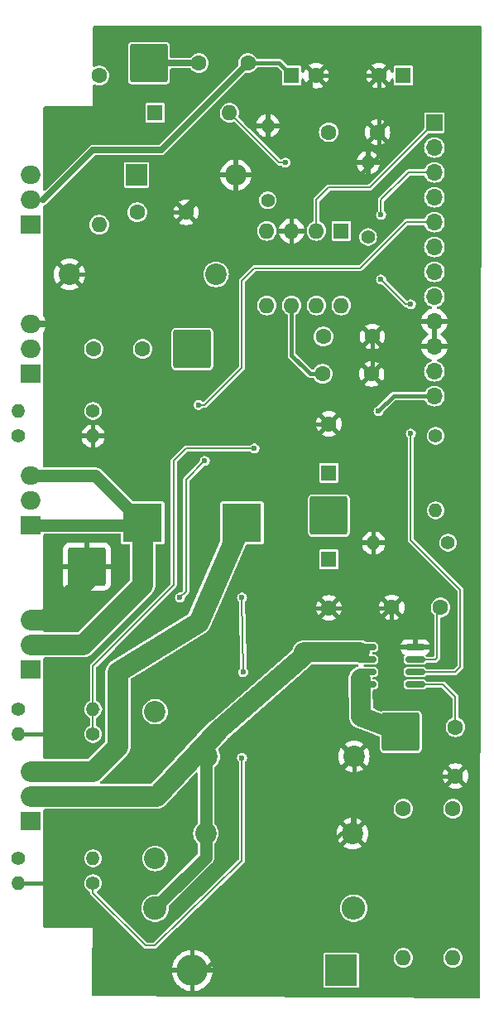
<source format=gbr>
%TF.GenerationSoftware,KiCad,Pcbnew,(7.0.0)*%
%TF.CreationDate,2024-11-23T19:37:02-06:00*%
%TF.ProjectId,VP44expSwdriver,56503434-6578-4705-9377-647269766572,rev?*%
%TF.SameCoordinates,Original*%
%TF.FileFunction,Copper,L2,Bot*%
%TF.FilePolarity,Positive*%
%FSLAX46Y46*%
G04 Gerber Fmt 4.6, Leading zero omitted, Abs format (unit mm)*
G04 Created by KiCad (PCBNEW (7.0.0)) date 2024-11-23 19:37:02*
%MOMM*%
%LPD*%
G01*
G04 APERTURE LIST*
G04 Aperture macros list*
%AMRoundRect*
0 Rectangle with rounded corners*
0 $1 Rounding radius*
0 $2 $3 $4 $5 $6 $7 $8 $9 X,Y pos of 4 corners*
0 Add a 4 corners polygon primitive as box body*
4,1,4,$2,$3,$4,$5,$6,$7,$8,$9,$2,$3,0*
0 Add four circle primitives for the rounded corners*
1,1,$1+$1,$2,$3*
1,1,$1+$1,$4,$5*
1,1,$1+$1,$6,$7*
1,1,$1+$1,$8,$9*
0 Add four rect primitives between the rounded corners*
20,1,$1+$1,$2,$3,$4,$5,0*
20,1,$1+$1,$4,$5,$6,$7,0*
20,1,$1+$1,$6,$7,$8,$9,0*
20,1,$1+$1,$8,$9,$2,$3,0*%
G04 Aperture macros list end*
%TA.AperFunction,ComponentPad*%
%ADD10R,1.600000X1.600000*%
%TD*%
%TA.AperFunction,ComponentPad*%
%ADD11O,1.600000X1.600000*%
%TD*%
%TA.AperFunction,ComponentPad*%
%ADD12C,1.400000*%
%TD*%
%TA.AperFunction,ComponentPad*%
%ADD13O,1.400000X1.400000*%
%TD*%
%TA.AperFunction,ComponentPad*%
%ADD14R,3.200000X3.200000*%
%TD*%
%TA.AperFunction,ComponentPad*%
%ADD15O,3.200000X3.200000*%
%TD*%
%TA.AperFunction,ComponentPad*%
%ADD16C,1.600000*%
%TD*%
%TA.AperFunction,ComponentPad*%
%ADD17RoundRect,0.250002X-1.699998X-1.699998X1.699998X-1.699998X1.699998X1.699998X-1.699998X1.699998X0*%
%TD*%
%TA.AperFunction,ComponentPad*%
%ADD18C,2.200000*%
%TD*%
%TA.AperFunction,ComponentPad*%
%ADD19R,2.200000X2.200000*%
%TD*%
%TA.AperFunction,ComponentPad*%
%ADD20O,2.200000X2.200000*%
%TD*%
%TA.AperFunction,ComponentPad*%
%ADD21R,2.000000X1.905000*%
%TD*%
%TA.AperFunction,ComponentPad*%
%ADD22O,2.000000X1.905000*%
%TD*%
%TA.AperFunction,ComponentPad*%
%ADD23R,1.700000X1.700000*%
%TD*%
%TA.AperFunction,ComponentPad*%
%ADD24O,1.700000X1.700000*%
%TD*%
%TA.AperFunction,ComponentPad*%
%ADD25R,4.000000X4.000000*%
%TD*%
%TA.AperFunction,ComponentPad*%
%ADD26C,2.400000*%
%TD*%
%TA.AperFunction,ComponentPad*%
%ADD27O,2.400000X2.400000*%
%TD*%
%TA.AperFunction,SMDPad,CuDef*%
%ADD28RoundRect,0.150000X-0.825000X-0.150000X0.825000X-0.150000X0.825000X0.150000X-0.825000X0.150000X0*%
%TD*%
%TA.AperFunction,ViaPad*%
%ADD29C,0.600000*%
%TD*%
%TA.AperFunction,Conductor*%
%ADD30C,0.406400*%
%TD*%
%TA.AperFunction,Conductor*%
%ADD31C,0.203200*%
%TD*%
%TA.AperFunction,Conductor*%
%ADD32C,0.635000*%
%TD*%
%TA.AperFunction,Conductor*%
%ADD33C,2.159000*%
%TD*%
%TA.AperFunction,Conductor*%
%ADD34C,1.270000*%
%TD*%
%TA.AperFunction,Conductor*%
%ADD35C,2.032000*%
%TD*%
G04 APERTURE END LIST*
D10*
%TO.P,U1,1,ENA*%
%TO.N,Net-(U1-ENA)*%
X180339999Y-59054999D03*
D11*
%TO.P,U1,2,INA*%
%TO.N,Net-(J5-Pin_1)*%
X177799999Y-59054999D03*
%TO.P,U1,3,GND*%
%TO.N,GND*%
X175259999Y-59054999D03*
%TO.P,U1,4,INB*%
%TO.N,Net-(J5-Pin_2)*%
X172719999Y-59054999D03*
%TO.P,U1,5,OUTB*%
%TO.N,Net-(U1-OUTB)*%
X172719999Y-66674999D03*
%TO.P,U1,6,V+*%
%TO.N,+12V*%
X175259999Y-66674999D03*
%TO.P,U1,7,OUTA*%
%TO.N,Net-(U1-OUTA)*%
X177799999Y-66674999D03*
%TO.P,U1,8,ENB*%
%TO.N,Net-(U1-ENA)*%
X180339999Y-66674999D03*
%TD*%
D12*
%TO.P,R3,1*%
%TO.N,Net-(U1-OUTA)*%
X154940000Y-110490000D03*
D13*
%TO.P,R3,2*%
%TO.N,GND*%
X147319999Y-110489999D03*
%TD*%
D14*
%TO.P,D4,1,K*%
%TO.N,Net-(D4-K)*%
X180339999Y-134619999D03*
D15*
%TO.P,D4,2,A*%
%TO.N,GND*%
X165099999Y-134619999D03*
%TD*%
D16*
%TO.P,F3,1*%
%TO.N,Net-(Q4-D)*%
X155020000Y-71120000D03*
%TO.P,F3,2*%
%TO.N,Net-(J3-Pin_1)*%
X160020000Y-71120000D03*
%TD*%
D17*
%TO.P,J2,1,Pin_1*%
%TO.N,Net-(J2-Pin_1)*%
X160655000Y-41910000D03*
%TD*%
D16*
%TO.P,C14,1*%
%TO.N,Net-(U2-FILTER)*%
X190500000Y-97536000D03*
%TO.P,C14,2*%
%TO.N,GND*%
X185500000Y-97536000D03*
%TD*%
%TO.P,C1,1*%
%TO.N,GND*%
X184048400Y-48971200D03*
%TO.P,C1,2*%
%TO.N,+12V*%
X179048400Y-48971200D03*
%TD*%
D18*
%TO.P,C11,1*%
%TO.N,Net-(Q3-D)*%
X166490000Y-120650000D03*
%TO.P,C11,2*%
%TO.N,GND*%
X181490000Y-120650000D03*
%TD*%
D10*
%TO.P,C7,1*%
%TO.N,Net-(D3-K)*%
X179069999Y-83779999D03*
D16*
%TO.P,C7,2*%
%TO.N,GND*%
X179070000Y-78780000D03*
%TD*%
%TO.P,C13,1*%
%TO.N,+5V*%
X192024000Y-109768000D03*
%TO.P,C13,2*%
%TO.N,GND*%
X192024000Y-114768000D03*
%TD*%
%TO.P,R6,1*%
%TO.N,Net-(D3-K)*%
X191770000Y-118110000D03*
D11*
%TO.P,R6,2*%
%TO.N,Net-(Q3-D)*%
X191769999Y-133349999D03*
%TD*%
D19*
%TO.P,D2,1,K*%
%TO.N,Net-(D2-K)*%
X159384999Y-53339999D03*
D20*
%TO.P,D2,2,A*%
%TO.N,GND*%
X169544999Y-53339999D03*
%TD*%
D16*
%TO.P,C4,1*%
%TO.N,+12V*%
X178435000Y-73660000D03*
%TO.P,C4,2*%
%TO.N,GND*%
X183435000Y-73660000D03*
%TD*%
%TO.P,C5,1*%
%TO.N,GND*%
X164465000Y-57150000D03*
%TO.P,C5,2*%
%TO.N,Net-(D2-K)*%
X159465000Y-57150000D03*
%TD*%
D12*
%TO.P,R11,1*%
%TO.N,+5V*%
X189992000Y-80010000D03*
D13*
%TO.P,R11,2*%
%TO.N,Net-(U2-FILTER)*%
X189991999Y-87629999D03*
%TD*%
D18*
%TO.P,C10,1*%
%TO.N,Net-(Q3-D)*%
X166624000Y-112776000D03*
%TO.P,C10,2*%
%TO.N,GND*%
X181624000Y-112776000D03*
%TD*%
D21*
%TO.P,Q2,1,G*%
%TO.N,Net-(Q2-G)*%
X148518999Y-103885999D03*
D22*
%TO.P,Q2,2,D*%
%TO.N,Net-(Q2-D)*%
X148518999Y-101345999D03*
%TO.P,Q2,3,S*%
%TO.N,GND*%
X148518999Y-98805999D03*
%TD*%
D16*
%TO.P,C3,1*%
%TO.N,GND*%
X183515000Y-69850000D03*
%TO.P,C3,2*%
%TO.N,Net-(U1-ENA)*%
X178515000Y-69850000D03*
%TD*%
D10*
%TO.P,C6,1*%
%TO.N,Net-(D3-K)*%
X179069999Y-92593348D03*
D16*
%TO.P,C6,2*%
%TO.N,GND*%
X179070000Y-97593349D03*
%TD*%
D23*
%TO.P,J5,1,Pin_1*%
%TO.N,Net-(J5-Pin_1)*%
X189864999Y-47999999D03*
D24*
%TO.P,J5,2,Pin_2*%
%TO.N,Net-(J5-Pin_2)*%
X189864999Y-50539999D03*
%TO.P,J5,3,Pin_3*%
%TO.N,Net-(J5-Pin_3)*%
X189864999Y-53079999D03*
%TO.P,J5,4,Pin_4*%
%TO.N,Net-(J5-Pin_4)*%
X189864999Y-55619999D03*
%TO.P,J5,5,Pin_5*%
%TO.N,Net-(J5-Pin_5)*%
X189864999Y-58159999D03*
%TO.P,J5,6,Pin_6*%
%TO.N,unconnected-(J5-Pin_6-Pad6)*%
X189864999Y-60699999D03*
%TO.P,J5,7,Pin_7*%
%TO.N,+5V*%
X189864999Y-63239999D03*
%TO.P,J5,8,Pin_8*%
X189864999Y-65779999D03*
%TO.P,J5,9,Pin_9*%
%TO.N,GND*%
X189864999Y-68319999D03*
%TO.P,J5,10,Pin_10*%
X189864999Y-70859999D03*
%TO.P,J5,11,Pin_11*%
%TO.N,unconnected-(J5-Pin_11-Pad11)*%
X189864999Y-73399999D03*
%TO.P,J5,12,Pin_12*%
%TO.N,+12V*%
X189864999Y-75939999D03*
%TD*%
D12*
%TO.P,R8,1*%
%TO.N,Net-(J5-Pin_5)*%
X147320000Y-80010000D03*
D13*
%TO.P,R8,2*%
%TO.N,GND*%
X154939999Y-80009999D03*
%TD*%
D18*
%TO.P,C12,1*%
%TO.N,GND*%
X152520000Y-63500000D03*
%TO.P,C12,2*%
%TO.N,Net-(Q4-D)*%
X167520000Y-63500000D03*
%TD*%
D12*
%TO.P,R2,1*%
%TO.N,Net-(Q2-G)*%
X147320000Y-107950000D03*
D13*
%TO.P,R2,2*%
%TO.N,Net-(U1-OUTA)*%
X154939999Y-107949999D03*
%TD*%
D21*
%TO.P,D3,1,A*%
%TO.N,Net-(Q2-D)*%
X148589999Y-89153999D03*
D22*
%TO.P,D3,2,K*%
%TO.N,Net-(D3-K)*%
X148589999Y-86613999D03*
%TO.P,D3,3,A*%
%TO.N,Net-(Q2-D)*%
X148589999Y-84073999D03*
%TD*%
D17*
%TO.P,J3,1,Pin_1*%
%TO.N,Net-(J3-Pin_1)*%
X165100000Y-71120000D03*
%TD*%
D21*
%TO.P,Q3,1,G*%
%TO.N,Net-(Q3-G)*%
X148589999Y-119379999D03*
D22*
%TO.P,Q3,2,D*%
%TO.N,Net-(Q3-D)*%
X148589999Y-116839999D03*
%TO.P,Q3,3,S*%
%TO.N,Net-(Q3-S)*%
X148589999Y-114299999D03*
%TD*%
D17*
%TO.P,J1,1,Pin_1*%
%TO.N,GND*%
X154305000Y-93345000D03*
%TD*%
D25*
%TO.P,L1,1,1*%
%TO.N,Net-(Q3-S)*%
X170179999Y-88899999D03*
%TO.P,L1,2,2*%
%TO.N,Net-(Q2-D)*%
X160019999Y-88899999D03*
%TD*%
D16*
%TO.P,F2,1*%
%TO.N,Net-(J2-Pin_1)*%
X165775000Y-41910000D03*
%TO.P,F2,2*%
%TO.N,Net-(Q1-C)*%
X170775000Y-41910000D03*
%TD*%
D21*
%TO.P,Q4,1,G*%
%TO.N,Net-(Q4-G)*%
X148589999Y-73659999D03*
D22*
%TO.P,Q4,2,D*%
%TO.N,Net-(Q4-D)*%
X148589999Y-71119999D03*
%TO.P,Q4,3,S*%
%TO.N,GND*%
X148589999Y-68579999D03*
%TD*%
D12*
%TO.P,R13,1*%
%TO.N,Net-(J5-Pin_1)*%
X183083200Y-59690000D03*
D13*
%TO.P,R13,2*%
%TO.N,GND*%
X183083199Y-52069999D03*
%TD*%
D16*
%TO.P,R1,1*%
%TO.N,Net-(D1-K)*%
X155575000Y-43180000D03*
D11*
%TO.P,R1,2*%
%TO.N,Net-(D2-K)*%
X155574999Y-58419999D03*
%TD*%
D12*
%TO.P,R12,1*%
%TO.N,Net-(U2-FILTER)*%
X191262000Y-90932000D03*
D13*
%TO.P,R12,2*%
%TO.N,GND*%
X183641999Y-90931999D03*
%TD*%
D10*
%TO.P,C8,1*%
%TO.N,+5V*%
X186689999Y-43179999D03*
D16*
%TO.P,C8,2*%
%TO.N,GND*%
X184190000Y-43180000D03*
%TD*%
D12*
%TO.P,R14,1*%
%TO.N,Net-(J5-Pin_2)*%
X172821600Y-55930800D03*
D13*
%TO.P,R14,2*%
%TO.N,GND*%
X172821599Y-48310799D03*
%TD*%
D10*
%TO.P,D1,1,K*%
%TO.N,Net-(D1-K)*%
X161289999Y-46989999D03*
D11*
%TO.P,D1,2,A*%
%TO.N,+12V*%
X168909999Y-46989999D03*
%TD*%
D10*
%TO.P,C2,1*%
%TO.N,Net-(Q1-C)*%
X175259999Y-43179999D03*
D16*
%TO.P,C2,2*%
%TO.N,GND*%
X177760000Y-43180000D03*
%TD*%
D17*
%TO.P,J6,1,Pin_1*%
%TO.N,Net-(J5-Pin_4)*%
X186436000Y-110236000D03*
%TD*%
%TO.P,J4,1,Pin_1*%
%TO.N,Net-(D3-K)*%
X179070000Y-88138000D03*
%TD*%
D18*
%TO.P,C9,1*%
%TO.N,Net-(Q3-S)*%
X161290000Y-123190000D03*
%TO.P,C9,2*%
%TO.N,Net-(D3-K)*%
X161290000Y-108190000D03*
%TD*%
D12*
%TO.P,R4,1*%
%TO.N,Net-(Q3-G)*%
X147320000Y-123190000D03*
D13*
%TO.P,R4,2*%
%TO.N,Net-(U1-OUTB)*%
X154939999Y-123189999D03*
%TD*%
D12*
%TO.P,R7,1*%
%TO.N,Net-(J5-Pin_5)*%
X154940000Y-77470000D03*
D13*
%TO.P,R7,2*%
%TO.N,Net-(Q4-G)*%
X147319999Y-77469999D03*
%TD*%
D26*
%TO.P,R10,1*%
%TO.N,Net-(Q3-D)*%
X161290000Y-128270000D03*
D27*
%TO.P,R10,2*%
%TO.N,Net-(D4-K)*%
X181609999Y-128269999D03*
%TD*%
D21*
%TO.P,Q1,1,B*%
%TO.N,Net-(D2-K)*%
X148589999Y-58419999D03*
D22*
%TO.P,Q1,2,C*%
%TO.N,Net-(Q1-C)*%
X148589999Y-55879999D03*
%TO.P,Q1,3,E*%
%TO.N,+5V*%
X148589999Y-53339999D03*
%TD*%
D16*
%TO.P,R9,1*%
%TO.N,Net-(D3-K)*%
X186690000Y-118110000D03*
D11*
%TO.P,R9,2*%
%TO.N,Net-(Q3-D)*%
X186689999Y-133349999D03*
%TD*%
D12*
%TO.P,R5,1*%
%TO.N,Net-(U1-OUTB)*%
X154940000Y-125730000D03*
D13*
%TO.P,R5,2*%
%TO.N,GND*%
X147319999Y-125729999D03*
%TD*%
D28*
%TO.P,U2,1,IP+*%
%TO.N,Net-(J5-Pin_4)*%
X182945000Y-105410000D03*
%TO.P,U2,2,IP+*%
X182945000Y-104140000D03*
%TO.P,U2,3,IP-*%
%TO.N,Net-(Q3-D)*%
X182945000Y-102870000D03*
%TO.P,U2,4,IP-*%
X182945000Y-101600000D03*
%TO.P,U2,5,GND*%
%TO.N,GND*%
X187895000Y-101600000D03*
%TO.P,U2,6,FILTER*%
%TO.N,Net-(U2-FILTER)*%
X187895000Y-102870000D03*
%TO.P,U2,7,VIOUT*%
%TO.N,Net-(J5-Pin_3)*%
X187895000Y-104140000D03*
%TO.P,U2,8,VCC*%
%TO.N,+5V*%
X187895000Y-105410000D03*
%TD*%
D29*
%TO.N,+12V*%
X184150000Y-77470000D03*
X174625000Y-52070000D03*
%TO.N,GND*%
X161925000Y-98806000D03*
X172085000Y-97155000D03*
X168402000Y-118110000D03*
X173990000Y-93345000D03*
X171450000Y-93345000D03*
X172212000Y-118110000D03*
X165735000Y-93345000D03*
X168910000Y-98806000D03*
%TO.N,Net-(Q3-S)*%
X154940000Y-114300000D03*
%TO.N,Net-(U1-OUTA)*%
X171450000Y-81280000D03*
%TO.N,Net-(U1-OUTB)*%
X170180000Y-112903000D03*
X163830000Y-96520000D03*
X170180000Y-96520000D03*
X170307000Y-104140000D03*
X166370000Y-82550000D03*
%TO.N,Net-(J5-Pin_3)*%
X184404000Y-64008000D03*
X187452000Y-66548000D03*
X184404000Y-57404000D03*
X187452000Y-79756000D03*
%TO.N,Net-(J5-Pin_5)*%
X165735000Y-76835000D03*
%TD*%
D30*
%TO.N,+12V*%
X175260000Y-71755000D02*
X175260000Y-66675000D01*
X176212500Y-72707500D02*
X175260000Y-71755000D01*
D31*
X168910000Y-46990000D02*
X173990000Y-52070000D01*
D30*
X177165000Y-73660000D02*
X178435000Y-73660000D01*
X185680000Y-75940000D02*
X184150000Y-77470000D01*
X189865000Y-75940000D02*
X185680000Y-75940000D01*
X175260000Y-71755000D02*
X177165000Y-73660000D01*
D31*
X173990000Y-52070000D02*
X174625000Y-52070000D01*
X177165000Y-73660000D02*
X176212500Y-72707500D01*
D30*
%TO.N,GND*%
X180300000Y-77550000D02*
X179070000Y-78780000D01*
X156210000Y-63500000D02*
X162560000Y-57150000D01*
X150876000Y-125730000D02*
X151130000Y-125476000D01*
X183515000Y-69850000D02*
X183515000Y-73580000D01*
X155448000Y-130048000D02*
X160020000Y-134620000D01*
X150876000Y-125730000D02*
X155194000Y-130048000D01*
X183054000Y-114768000D02*
X181490000Y-116332000D01*
X162560000Y-80010000D02*
X163830000Y-78740000D01*
X150368000Y-110490000D02*
X150622000Y-110236000D01*
X177760000Y-43180000D02*
X184190000Y-43180000D01*
D31*
X187895000Y-101600000D02*
X186029600Y-101600000D01*
D30*
X160020000Y-134620000D02*
X166370000Y-134620000D01*
X189865000Y-70860000D02*
X184525000Y-70860000D01*
X177165000Y-43775000D02*
X177165000Y-53340000D01*
X180300000Y-76795000D02*
X180300000Y-77550000D01*
X177760000Y-43180000D02*
X177165000Y-43775000D01*
D32*
X148590000Y-68580000D02*
X156210000Y-68580000D01*
D30*
X168910000Y-53340000D02*
X177165000Y-53340000D01*
X155194000Y-130048000D02*
X155448000Y-130048000D01*
X152520000Y-63500000D02*
X156210000Y-63500000D01*
X192024000Y-114768000D02*
X183054000Y-114768000D01*
X157480000Y-69850000D02*
X157480000Y-72390000D01*
X181624000Y-112776000D02*
X181624000Y-120516000D01*
D31*
X189865000Y-70860000D02*
X189865000Y-68320000D01*
D30*
X183642000Y-90932000D02*
X183642000Y-93021349D01*
X157480000Y-72390000D02*
X163830000Y-78740000D01*
X167640000Y-53340000D02*
X168910000Y-53340000D01*
X179070000Y-78780000D02*
X173990000Y-83860000D01*
X179070000Y-97593349D02*
X185442651Y-97593349D01*
X173990000Y-93980000D02*
X177603349Y-97593349D01*
X185500000Y-101070400D02*
X185500000Y-97536000D01*
X177165000Y-53340000D02*
X182245000Y-53340000D01*
X173990000Y-83860000D02*
X173990000Y-93980000D01*
X177603349Y-97593349D02*
X179070000Y-97593349D01*
D33*
X154305000Y-94615000D02*
X154305000Y-93345000D01*
D30*
X180340000Y-120650000D02*
X181490000Y-120650000D01*
X147320000Y-110490000D02*
X150368000Y-110490000D01*
X166370000Y-134620000D02*
X180340000Y-120650000D01*
X183642000Y-93021349D02*
X179070000Y-97593349D01*
D33*
X148519000Y-98806000D02*
X150114000Y-98806000D01*
D30*
X163830000Y-57150000D02*
X167640000Y-53340000D01*
X182245000Y-53340000D02*
X184125112Y-51459888D01*
X156210000Y-68580000D02*
X157480000Y-69850000D01*
X163830000Y-78740000D02*
X163870000Y-78780000D01*
X175260000Y-59055000D02*
X175260000Y-53340000D01*
X184190000Y-43180000D02*
X184190000Y-50735112D01*
X163870000Y-78780000D02*
X179070000Y-78780000D01*
X147320000Y-125730000D02*
X150876000Y-125730000D01*
X183435000Y-73660000D02*
X180300000Y-76795000D01*
X162560000Y-57150000D02*
X163830000Y-57150000D01*
D33*
X150114000Y-98806000D02*
X154305000Y-94615000D01*
D31*
X184525000Y-70860000D02*
X183515000Y-69850000D01*
D30*
X186029600Y-101600000D02*
X185500000Y-101070400D01*
X154940000Y-80010000D02*
X162560000Y-80010000D01*
X181490000Y-116332000D02*
X181490000Y-120650000D01*
D32*
%TO.N,Net-(Q1-C)*%
X149860000Y-55880000D02*
X154940000Y-50800000D01*
D30*
X173990000Y-41910000D02*
X175260000Y-43180000D01*
D32*
X161885000Y-50800000D02*
X170775000Y-41910000D01*
D30*
X170775000Y-41910000D02*
X173990000Y-41910000D01*
X149860000Y-55880000D02*
X148590000Y-55880000D01*
D32*
X154940000Y-50800000D02*
X161885000Y-50800000D01*
D31*
%TO.N,+5V*%
X190754000Y-105410000D02*
X192024000Y-106680000D01*
X192024000Y-106680000D02*
X192024000Y-109768000D01*
X187895000Y-105410000D02*
X190754000Y-105410000D01*
D33*
%TO.N,Net-(Q3-S)*%
X154940000Y-114300000D02*
X148590000Y-114300000D01*
X157480000Y-111760000D02*
X154940000Y-114300000D01*
X170180000Y-88900000D02*
X165735000Y-99060000D01*
X157480000Y-104140000D02*
X157480000Y-111760000D01*
X165735000Y-99060000D02*
X157480000Y-104140000D01*
D34*
%TO.N,Net-(Q3-D)*%
X166490000Y-110878000D02*
X166490000Y-120650000D01*
D31*
X182245000Y-102489000D02*
X182372000Y-102362000D01*
D34*
X166490000Y-123070000D02*
X161290000Y-128270000D01*
D35*
X167640000Y-110236000D02*
X176530000Y-102489000D01*
D34*
X166490000Y-123070000D02*
X166490000Y-120650000D01*
D35*
X176530000Y-102108000D02*
X182245000Y-102108000D01*
D33*
X167640000Y-110236000D02*
X161410000Y-116840000D01*
X161410000Y-116840000D02*
X148590000Y-116840000D01*
D31*
%TO.N,Net-(U2-FILTER)*%
X189992000Y-102870000D02*
X188722000Y-102870000D01*
X190144400Y-102717600D02*
X189992000Y-102870000D01*
X190144400Y-97891600D02*
X190144400Y-102717600D01*
D32*
%TO.N,Net-(J2-Pin_1)*%
X160655000Y-41910000D02*
X165775000Y-41910000D01*
D31*
%TO.N,Net-(U1-OUTA)*%
X154940000Y-108585000D02*
X154940000Y-110490000D01*
X155575000Y-107950000D02*
X154940000Y-108585000D01*
X163195000Y-82550000D02*
X164465000Y-81280000D01*
X154940000Y-103505000D02*
X163195000Y-95250000D01*
X154940000Y-107950000D02*
X155575000Y-107950000D01*
X154940000Y-107950000D02*
X154940000Y-103505000D01*
X164465000Y-81280000D02*
X171450000Y-81280000D01*
X163195000Y-95250000D02*
X163195000Y-82550000D01*
%TO.N,Net-(U1-OUTB)*%
X170180000Y-123444000D02*
X170180000Y-113005099D01*
X170180000Y-96520000D02*
X170307000Y-104140000D01*
X160300051Y-132080000D02*
X161290000Y-132080000D01*
X154940000Y-125730000D02*
X154940000Y-126719949D01*
X154940000Y-126719949D02*
X160300051Y-132080000D01*
X161290000Y-132080000D02*
X170180000Y-123444000D01*
X163830000Y-96520000D02*
X164465000Y-95885000D01*
X164465000Y-95885000D02*
X164465000Y-84455000D01*
X164465000Y-84455000D02*
X166370000Y-82550000D01*
D33*
%TO.N,Net-(Q2-D)*%
X160020000Y-95250000D02*
X160020000Y-88900000D01*
D34*
X148590000Y-89154000D02*
X159766000Y-89154000D01*
X155194000Y-84074000D02*
X160020000Y-88900000D01*
X148590000Y-84074000D02*
X155194000Y-84074000D01*
D33*
X153924000Y-101346000D02*
X160020000Y-95250000D01*
D31*
X148590000Y-84074000D02*
X154940000Y-84074000D01*
D33*
X148519000Y-101346000D02*
X153924000Y-101346000D01*
D31*
%TO.N,Net-(J5-Pin_1)*%
X177800000Y-59055000D02*
X177800000Y-55880000D01*
X177800000Y-55880000D02*
X179070000Y-54610000D01*
X179070000Y-54610000D02*
X183255000Y-54610000D01*
X183255000Y-54610000D02*
X189865000Y-48000000D01*
%TO.N,Net-(J5-Pin_3)*%
X186944000Y-66548000D02*
X187452000Y-66548000D01*
X192532000Y-95707200D02*
X187452000Y-90627200D01*
X187452000Y-90627200D02*
X187452000Y-79756000D01*
X184404000Y-64008000D02*
X186944000Y-66548000D01*
X189865000Y-53080000D02*
X187204000Y-53080000D01*
X192024000Y-104140000D02*
X192532000Y-103632000D01*
X184404000Y-55880000D02*
X187204000Y-53080000D01*
X192532000Y-103632000D02*
X192532000Y-95707200D01*
X184404000Y-55880000D02*
X184404000Y-57404000D01*
X187895000Y-104140000D02*
X192024000Y-104140000D01*
D35*
%TO.N,Net-(J5-Pin_4)*%
X182372000Y-108712000D02*
X182308500Y-104775000D01*
X186436000Y-110236000D02*
X182372000Y-108712000D01*
D31*
%TO.N,Net-(J5-Pin_5)*%
X189865000Y-58160000D02*
X186950000Y-58160000D01*
X171450000Y-62865000D02*
X170180000Y-64135000D01*
X182245000Y-62865000D02*
X171450000Y-62865000D01*
X170180000Y-64135000D02*
X170180000Y-73025000D01*
X186950000Y-58160000D02*
X182245000Y-62865000D01*
X170180000Y-73025000D02*
X166370000Y-76835000D01*
X166370000Y-76835000D02*
X165735000Y-76835000D01*
%TD*%
%TA.AperFunction,Conductor*%
%TO.N,GND*%
G36*
X194603391Y-38065928D02*
G01*
X194648838Y-38111399D01*
X194665409Y-38173516D01*
X194513391Y-137390901D01*
X194496566Y-137453076D01*
X194450823Y-137498424D01*
X194388504Y-137514708D01*
X154926163Y-137232546D01*
X154864088Y-137215375D01*
X154818998Y-137169383D01*
X154803061Y-137106983D01*
X154831162Y-134887005D01*
X163013356Y-134887005D01*
X163014409Y-134902399D01*
X163015559Y-134910761D01*
X163072285Y-135183740D01*
X163074570Y-135191897D01*
X163167935Y-135454600D01*
X163171305Y-135462359D01*
X163299577Y-135709913D01*
X163303973Y-135717141D01*
X163464752Y-135944913D01*
X163470095Y-135951481D01*
X163660398Y-136155246D01*
X163666573Y-136161014D01*
X163882850Y-136336967D01*
X163889768Y-136341851D01*
X164127987Y-136486715D01*
X164135489Y-136490602D01*
X164391228Y-136601686D01*
X164399181Y-136604512D01*
X164667664Y-136679738D01*
X164675942Y-136681458D01*
X164832401Y-136702963D01*
X164846109Y-136700919D01*
X164850000Y-136687619D01*
X165350000Y-136687619D01*
X165353890Y-136700919D01*
X165367598Y-136702963D01*
X165524057Y-136681458D01*
X165532335Y-136679738D01*
X165800818Y-136604512D01*
X165808771Y-136601686D01*
X166064510Y-136490602D01*
X166072012Y-136486715D01*
X166310231Y-136341851D01*
X166317149Y-136336967D01*
X166436260Y-136240064D01*
X178536300Y-136240064D01*
X178537488Y-136246039D01*
X178537489Y-136246043D01*
X178545735Y-136287498D01*
X178545736Y-136287500D01*
X178548119Y-136299480D01*
X178593140Y-136366860D01*
X178660520Y-136411881D01*
X178719936Y-136423700D01*
X181953969Y-136423700D01*
X181960064Y-136423700D01*
X182019480Y-136411881D01*
X182086860Y-136366860D01*
X182131881Y-136299480D01*
X182143700Y-136240064D01*
X182143700Y-133350000D01*
X185681444Y-133350000D01*
X185682041Y-133356061D01*
X185700225Y-133540697D01*
X185700226Y-133540705D01*
X185700823Y-133546760D01*
X185702588Y-133552581D01*
X185702590Y-133552587D01*
X185756449Y-133730135D01*
X185756451Y-133730140D01*
X185758216Y-133735958D01*
X185761084Y-133741325D01*
X185761086Y-133741328D01*
X185836548Y-133882507D01*
X185851416Y-133910324D01*
X185976843Y-134063157D01*
X186129676Y-134188584D01*
X186304042Y-134281784D01*
X186493240Y-134339177D01*
X186690000Y-134358556D01*
X186886760Y-134339177D01*
X187075958Y-134281784D01*
X187250324Y-134188584D01*
X187403157Y-134063157D01*
X187528584Y-133910324D01*
X187621784Y-133735958D01*
X187679177Y-133546760D01*
X187698556Y-133350000D01*
X190761444Y-133350000D01*
X190762041Y-133356061D01*
X190780225Y-133540697D01*
X190780226Y-133540705D01*
X190780823Y-133546760D01*
X190782588Y-133552581D01*
X190782590Y-133552587D01*
X190836449Y-133730135D01*
X190836451Y-133730140D01*
X190838216Y-133735958D01*
X190841084Y-133741325D01*
X190841086Y-133741328D01*
X190916548Y-133882507D01*
X190931416Y-133910324D01*
X191056843Y-134063157D01*
X191209676Y-134188584D01*
X191384042Y-134281784D01*
X191573240Y-134339177D01*
X191770000Y-134358556D01*
X191966760Y-134339177D01*
X192155958Y-134281784D01*
X192330324Y-134188584D01*
X192483157Y-134063157D01*
X192608584Y-133910324D01*
X192701784Y-133735958D01*
X192759177Y-133546760D01*
X192778556Y-133350000D01*
X192759177Y-133153240D01*
X192701784Y-132964042D01*
X192608584Y-132789676D01*
X192483157Y-132636843D01*
X192330324Y-132511416D01*
X192302507Y-132496548D01*
X192161328Y-132421086D01*
X192161325Y-132421084D01*
X192155958Y-132418216D01*
X192150140Y-132416451D01*
X192150135Y-132416449D01*
X191972587Y-132362590D01*
X191972581Y-132362588D01*
X191966760Y-132360823D01*
X191960705Y-132360226D01*
X191960697Y-132360225D01*
X191776061Y-132342041D01*
X191770000Y-132341444D01*
X191763939Y-132342041D01*
X191579302Y-132360225D01*
X191579292Y-132360226D01*
X191573240Y-132360823D01*
X191567420Y-132362588D01*
X191567412Y-132362590D01*
X191389864Y-132416449D01*
X191389855Y-132416452D01*
X191384042Y-132418216D01*
X191378678Y-132421083D01*
X191378671Y-132421086D01*
X191215052Y-132508542D01*
X191215048Y-132508544D01*
X191209676Y-132511416D01*
X191204968Y-132515279D01*
X191204963Y-132515283D01*
X191061549Y-132632980D01*
X191061544Y-132632984D01*
X191056843Y-132636843D01*
X191052984Y-132641544D01*
X191052980Y-132641549D01*
X190935283Y-132784963D01*
X190935279Y-132784968D01*
X190931416Y-132789676D01*
X190928544Y-132795048D01*
X190928542Y-132795052D01*
X190841086Y-132958671D01*
X190841083Y-132958678D01*
X190838216Y-132964042D01*
X190836452Y-132969855D01*
X190836449Y-132969864D01*
X190782590Y-133147412D01*
X190782588Y-133147420D01*
X190780823Y-133153240D01*
X190780226Y-133159292D01*
X190780225Y-133159302D01*
X190762929Y-133334921D01*
X190761444Y-133350000D01*
X187698556Y-133350000D01*
X187679177Y-133153240D01*
X187621784Y-132964042D01*
X187528584Y-132789676D01*
X187403157Y-132636843D01*
X187250324Y-132511416D01*
X187222507Y-132496548D01*
X187081328Y-132421086D01*
X187081325Y-132421084D01*
X187075958Y-132418216D01*
X187070140Y-132416451D01*
X187070135Y-132416449D01*
X186892587Y-132362590D01*
X186892581Y-132362588D01*
X186886760Y-132360823D01*
X186880705Y-132360226D01*
X186880697Y-132360225D01*
X186696061Y-132342041D01*
X186690000Y-132341444D01*
X186683939Y-132342041D01*
X186499302Y-132360225D01*
X186499292Y-132360226D01*
X186493240Y-132360823D01*
X186487420Y-132362588D01*
X186487412Y-132362590D01*
X186309864Y-132416449D01*
X186309855Y-132416452D01*
X186304042Y-132418216D01*
X186298678Y-132421083D01*
X186298671Y-132421086D01*
X186135052Y-132508542D01*
X186135048Y-132508544D01*
X186129676Y-132511416D01*
X186124968Y-132515279D01*
X186124963Y-132515283D01*
X185981549Y-132632980D01*
X185981544Y-132632984D01*
X185976843Y-132636843D01*
X185972984Y-132641544D01*
X185972980Y-132641549D01*
X185855283Y-132784963D01*
X185855279Y-132784968D01*
X185851416Y-132789676D01*
X185848544Y-132795048D01*
X185848542Y-132795052D01*
X185761086Y-132958671D01*
X185761083Y-132958678D01*
X185758216Y-132964042D01*
X185756452Y-132969855D01*
X185756449Y-132969864D01*
X185702590Y-133147412D01*
X185702588Y-133147420D01*
X185700823Y-133153240D01*
X185700226Y-133159292D01*
X185700225Y-133159302D01*
X185682929Y-133334921D01*
X185681444Y-133350000D01*
X182143700Y-133350000D01*
X182143700Y-132999936D01*
X182131881Y-132940520D01*
X182086860Y-132873140D01*
X182019480Y-132828119D01*
X182007500Y-132825736D01*
X182007498Y-132825735D01*
X181966043Y-132817489D01*
X181966039Y-132817488D01*
X181960064Y-132816300D01*
X178719936Y-132816300D01*
X178713961Y-132817488D01*
X178713956Y-132817489D01*
X178672501Y-132825735D01*
X178672497Y-132825736D01*
X178660520Y-132828119D01*
X178650365Y-132834904D01*
X178650363Y-132834905D01*
X178603292Y-132866356D01*
X178603289Y-132866358D01*
X178593140Y-132873140D01*
X178586358Y-132883289D01*
X178586356Y-132883292D01*
X178554905Y-132930363D01*
X178554904Y-132930365D01*
X178548119Y-132940520D01*
X178545736Y-132952497D01*
X178545735Y-132952501D01*
X178537489Y-132993956D01*
X178537488Y-132993961D01*
X178536300Y-132999936D01*
X178536300Y-136240064D01*
X166436260Y-136240064D01*
X166533426Y-136161014D01*
X166539601Y-136155246D01*
X166729904Y-135951481D01*
X166735247Y-135944913D01*
X166896026Y-135717141D01*
X166900422Y-135709913D01*
X167028694Y-135462359D01*
X167032064Y-135454600D01*
X167125429Y-135191897D01*
X167127714Y-135183740D01*
X167184440Y-134910761D01*
X167185590Y-134902399D01*
X167186643Y-134887005D01*
X167183873Y-134873673D01*
X167170763Y-134870000D01*
X165366326Y-134870000D01*
X165353450Y-134873450D01*
X165350000Y-134886326D01*
X165350000Y-136687619D01*
X164850000Y-136687619D01*
X164850000Y-134886326D01*
X164846549Y-134873450D01*
X164833674Y-134870000D01*
X163029237Y-134870000D01*
X163016126Y-134873673D01*
X163013356Y-134887005D01*
X154831162Y-134887005D01*
X154837922Y-134352994D01*
X163013356Y-134352994D01*
X163016126Y-134366326D01*
X163029237Y-134370000D01*
X164833674Y-134370000D01*
X164846549Y-134366549D01*
X164850000Y-134353674D01*
X165350000Y-134353674D01*
X165353450Y-134366549D01*
X165366326Y-134370000D01*
X167170763Y-134370000D01*
X167183873Y-134366326D01*
X167186643Y-134352994D01*
X167185590Y-134337600D01*
X167184440Y-134329238D01*
X167127714Y-134056259D01*
X167125429Y-134048102D01*
X167032064Y-133785399D01*
X167028694Y-133777640D01*
X166900422Y-133530086D01*
X166896026Y-133522858D01*
X166735247Y-133295086D01*
X166729904Y-133288518D01*
X166539601Y-133084753D01*
X166533426Y-133078985D01*
X166317149Y-132903032D01*
X166310231Y-132898148D01*
X166072012Y-132753284D01*
X166064510Y-132749397D01*
X165808771Y-132638313D01*
X165800818Y-132635487D01*
X165532335Y-132560261D01*
X165524057Y-132558541D01*
X165367598Y-132537036D01*
X165353890Y-132539080D01*
X165350000Y-132552381D01*
X165350000Y-134353674D01*
X164850000Y-134353674D01*
X164850000Y-132552381D01*
X164846109Y-132539080D01*
X164832401Y-132537036D01*
X164675942Y-132558541D01*
X164667664Y-132560261D01*
X164399181Y-132635487D01*
X164391228Y-132638313D01*
X164135489Y-132749397D01*
X164127987Y-132753284D01*
X163889768Y-132898148D01*
X163882850Y-132903032D01*
X163666573Y-133078985D01*
X163660398Y-133084753D01*
X163470095Y-133288518D01*
X163464752Y-133295086D01*
X163303973Y-133522858D01*
X163299577Y-133530086D01*
X163171305Y-133777640D01*
X163167935Y-133785399D01*
X163074570Y-134048102D01*
X163072285Y-134056259D01*
X163015559Y-134329238D01*
X163014409Y-134337600D01*
X163013356Y-134352994D01*
X154837922Y-134352994D01*
X154889200Y-130302000D01*
X154872743Y-130302000D01*
X149984000Y-130302000D01*
X149922000Y-130285387D01*
X149876613Y-130240000D01*
X149860000Y-130178000D01*
X149860000Y-125730000D01*
X154031322Y-125730000D01*
X154032001Y-125736460D01*
X154050499Y-125912463D01*
X154050500Y-125912470D01*
X154051179Y-125918925D01*
X154109881Y-126099593D01*
X154204864Y-126264108D01*
X154331976Y-126405279D01*
X154485661Y-126516938D01*
X154550687Y-126545889D01*
X154561136Y-126550542D01*
X154599898Y-126577684D01*
X154625671Y-126617370D01*
X154634700Y-126663821D01*
X154634700Y-126667153D01*
X154634437Y-126670928D01*
X154632390Y-126677039D01*
X154632920Y-126688512D01*
X154632920Y-126688516D01*
X154634568Y-126724143D01*
X154634700Y-126729870D01*
X154634700Y-126748238D01*
X154635752Y-126753869D01*
X154635866Y-126755100D01*
X154636261Y-126760801D01*
X154637129Y-126779576D01*
X154637131Y-126779585D01*
X154637662Y-126791058D01*
X154642301Y-126801565D01*
X154643910Y-126808404D01*
X154645739Y-126814310D01*
X154648273Y-126820852D01*
X154650385Y-126832146D01*
X154656433Y-126841913D01*
X154656434Y-126841916D01*
X154664742Y-126855334D01*
X154672749Y-126870523D01*
X154683766Y-126895474D01*
X154691892Y-126903600D01*
X154695870Y-126909407D01*
X154699685Y-126914223D01*
X154704422Y-126919419D01*
X154710473Y-126929191D01*
X154719645Y-126936117D01*
X154732234Y-126945624D01*
X154745189Y-126956897D01*
X160046835Y-132258543D01*
X160049322Y-132261401D01*
X160052196Y-132267171D01*
X160060684Y-132274909D01*
X160060685Y-132274910D01*
X160087045Y-132298940D01*
X160091187Y-132302895D01*
X160104175Y-132315883D01*
X160108904Y-132319122D01*
X160109851Y-132319909D01*
X160114165Y-132323664D01*
X160136547Y-132344067D01*
X160147261Y-132348217D01*
X160153236Y-132351917D01*
X160158690Y-132354792D01*
X160165118Y-132357630D01*
X160174598Y-132364124D01*
X160197946Y-132369615D01*
X160201143Y-132370367D01*
X160217550Y-132375448D01*
X160232263Y-132381148D01*
X160232264Y-132381148D01*
X160242981Y-132385300D01*
X160254474Y-132385300D01*
X160261385Y-132386592D01*
X160267494Y-132387300D01*
X160274515Y-132387624D01*
X160285707Y-132390257D01*
X160311822Y-132386614D01*
X160312718Y-132386489D01*
X160329850Y-132385300D01*
X161236239Y-132385300D01*
X161238393Y-132385465D01*
X161242637Y-132386956D01*
X161292885Y-132385362D01*
X161296818Y-132385300D01*
X161312551Y-132385300D01*
X161318289Y-132385300D01*
X161322484Y-132384515D01*
X161325529Y-132384326D01*
X161356720Y-132383337D01*
X161367301Y-132378846D01*
X161368783Y-132378521D01*
X161389488Y-132372274D01*
X161390901Y-132371726D01*
X161402197Y-132369615D01*
X161422732Y-132356899D01*
X161439559Y-132348185D01*
X161461794Y-132338751D01*
X161470042Y-132330737D01*
X161471309Y-132329897D01*
X161488348Y-132316601D01*
X161489472Y-132315575D01*
X161499242Y-132309527D01*
X161513789Y-132290262D01*
X161526336Y-132276051D01*
X165650212Y-128270000D01*
X180201489Y-128270000D01*
X180201913Y-128275117D01*
X180220274Y-128496713D01*
X180220275Y-128496721D01*
X180220699Y-128501833D01*
X180221956Y-128506800D01*
X180221958Y-128506807D01*
X180276549Y-128722381D01*
X180277806Y-128727343D01*
X180279859Y-128732023D01*
X180279861Y-128732029D01*
X180369190Y-128935678D01*
X180369194Y-128935685D01*
X180371252Y-128940377D01*
X180498487Y-129135125D01*
X180656041Y-129306275D01*
X180839618Y-129449158D01*
X181044208Y-129559877D01*
X181264231Y-129635411D01*
X181493686Y-129673700D01*
X181721181Y-129673700D01*
X181726314Y-129673700D01*
X181955769Y-129635411D01*
X182175792Y-129559877D01*
X182380382Y-129449158D01*
X182563959Y-129306275D01*
X182721513Y-129135125D01*
X182848748Y-128940377D01*
X182942194Y-128727343D01*
X182999301Y-128501833D01*
X183018511Y-128270000D01*
X182999301Y-128038167D01*
X182942194Y-127812657D01*
X182848748Y-127599623D01*
X182721513Y-127404875D01*
X182563959Y-127233725D01*
X182380382Y-127090842D01*
X182325191Y-127060974D01*
X182180296Y-126982560D01*
X182180291Y-126982558D01*
X182175792Y-126980123D01*
X182170946Y-126978459D01*
X182170943Y-126978458D01*
X181960622Y-126906255D01*
X181960621Y-126906254D01*
X181955769Y-126904589D01*
X181950719Y-126903746D01*
X181950710Y-126903744D01*
X181731376Y-126867144D01*
X181731367Y-126867143D01*
X181726314Y-126866300D01*
X181493686Y-126866300D01*
X181488633Y-126867143D01*
X181488623Y-126867144D01*
X181269289Y-126903744D01*
X181269277Y-126903746D01*
X181264231Y-126904589D01*
X181259381Y-126906253D01*
X181259377Y-126906255D01*
X181049056Y-126978458D01*
X181049048Y-126978461D01*
X181044208Y-126980123D01*
X181039712Y-126982555D01*
X181039703Y-126982560D01*
X180844126Y-127088402D01*
X180844122Y-127088404D01*
X180839618Y-127090842D01*
X180835578Y-127093986D01*
X180835571Y-127093991D01*
X180660088Y-127230574D01*
X180660080Y-127230581D01*
X180656041Y-127233725D01*
X180652571Y-127237493D01*
X180652567Y-127237498D01*
X180501962Y-127401099D01*
X180501956Y-127401106D01*
X180498487Y-127404875D01*
X180495682Y-127409166D01*
X180495679Y-127409172D01*
X180374059Y-127595325D01*
X180374054Y-127595334D01*
X180371252Y-127599623D01*
X180369196Y-127604308D01*
X180369190Y-127604321D01*
X180279861Y-127807970D01*
X180279857Y-127807979D01*
X180277806Y-127812657D01*
X180276551Y-127817610D01*
X180276549Y-127817618D01*
X180221958Y-128033192D01*
X180221956Y-128033201D01*
X180220699Y-128038167D01*
X180220275Y-128043276D01*
X180220274Y-128043286D01*
X180201913Y-128264883D01*
X180201489Y-128270000D01*
X165650212Y-128270000D01*
X170355192Y-123699447D01*
X170359724Y-123695562D01*
X170367171Y-123691855D01*
X170396850Y-123659297D01*
X170402057Y-123653922D01*
X170413020Y-123643274D01*
X170416331Y-123638585D01*
X170420060Y-123634226D01*
X170420123Y-123634280D01*
X170423589Y-123629965D01*
X170444067Y-123607504D01*
X170448219Y-123596783D01*
X170452365Y-123590089D01*
X170455644Y-123582943D01*
X170462276Y-123573558D01*
X170469662Y-123544073D01*
X170474313Y-123529426D01*
X170485300Y-123501070D01*
X170485300Y-123489575D01*
X170486744Y-123481850D01*
X170487221Y-123473990D01*
X170490016Y-123462838D01*
X170486253Y-123432679D01*
X170485300Y-123417332D01*
X170485300Y-121947520D01*
X180551270Y-121947520D01*
X180555504Y-121953865D01*
X180757210Y-122077470D01*
X180765873Y-122081884D01*
X180989543Y-122174531D01*
X180998780Y-122177533D01*
X181234197Y-122234051D01*
X181243783Y-122235569D01*
X181485146Y-122254566D01*
X181494854Y-122254566D01*
X181736216Y-122235569D01*
X181745802Y-122234051D01*
X181981219Y-122177533D01*
X181990456Y-122174531D01*
X182214126Y-122081884D01*
X182222789Y-122077470D01*
X182424509Y-121953856D01*
X182428732Y-121947522D01*
X182422060Y-121935614D01*
X181501542Y-121015095D01*
X181490000Y-121008431D01*
X181478457Y-121015095D01*
X180557942Y-121935610D01*
X180551270Y-121947520D01*
X170485300Y-121947520D01*
X170485300Y-120654854D01*
X179885434Y-120654854D01*
X179904430Y-120896216D01*
X179905948Y-120905802D01*
X179962466Y-121141219D01*
X179965468Y-121150456D01*
X180058115Y-121374126D01*
X180062529Y-121382789D01*
X180186132Y-121584491D01*
X180192478Y-121588727D01*
X180204389Y-121582055D01*
X181124903Y-120661542D01*
X181131567Y-120649999D01*
X181848431Y-120649999D01*
X181855095Y-120661542D01*
X182775614Y-121582060D01*
X182787522Y-121588732D01*
X182793856Y-121584509D01*
X182917470Y-121382789D01*
X182921884Y-121374126D01*
X183014531Y-121150456D01*
X183017533Y-121141219D01*
X183074051Y-120905802D01*
X183075569Y-120896216D01*
X183094566Y-120654854D01*
X183094566Y-120645146D01*
X183075569Y-120403783D01*
X183074051Y-120394197D01*
X183017533Y-120158780D01*
X183014531Y-120149543D01*
X182921884Y-119925873D01*
X182917470Y-119917210D01*
X182793865Y-119715504D01*
X182787520Y-119711270D01*
X182775610Y-119717942D01*
X181855095Y-120638457D01*
X181848431Y-120649999D01*
X181131567Y-120649999D01*
X181124903Y-120638457D01*
X180204394Y-119717948D01*
X180192480Y-119711276D01*
X180186121Y-119715526D01*
X180062529Y-119917210D01*
X180058115Y-119925873D01*
X179965468Y-120149543D01*
X179962466Y-120158780D01*
X179905948Y-120394197D01*
X179904430Y-120403783D01*
X179885434Y-120645146D01*
X179885434Y-120654854D01*
X170485300Y-120654854D01*
X170485300Y-119352480D01*
X180551276Y-119352480D01*
X180557948Y-119364394D01*
X181478457Y-120284903D01*
X181489999Y-120291567D01*
X181501542Y-120284903D01*
X182422055Y-119364389D01*
X182428727Y-119352478D01*
X182424491Y-119346132D01*
X182222789Y-119222529D01*
X182214126Y-119218115D01*
X181990456Y-119125468D01*
X181981219Y-119122466D01*
X181745802Y-119065948D01*
X181736216Y-119064430D01*
X181494854Y-119045434D01*
X181485146Y-119045434D01*
X181243783Y-119064430D01*
X181234197Y-119065948D01*
X180998780Y-119122466D01*
X180989543Y-119125468D01*
X180765873Y-119218115D01*
X180757210Y-119222529D01*
X180555526Y-119346121D01*
X180551276Y-119352480D01*
X170485300Y-119352480D01*
X170485300Y-118110000D01*
X185681444Y-118110000D01*
X185682368Y-118119385D01*
X185700225Y-118300697D01*
X185700226Y-118300705D01*
X185700823Y-118306760D01*
X185702588Y-118312581D01*
X185702590Y-118312587D01*
X185756449Y-118490135D01*
X185756451Y-118490140D01*
X185758216Y-118495958D01*
X185851416Y-118670324D01*
X185976843Y-118823157D01*
X186129676Y-118948584D01*
X186304042Y-119041784D01*
X186493240Y-119099177D01*
X186690000Y-119118556D01*
X186886760Y-119099177D01*
X187075958Y-119041784D01*
X187250324Y-118948584D01*
X187403157Y-118823157D01*
X187528584Y-118670324D01*
X187621784Y-118495958D01*
X187679177Y-118306760D01*
X187698556Y-118110000D01*
X190761444Y-118110000D01*
X190762368Y-118119385D01*
X190780225Y-118300697D01*
X190780226Y-118300705D01*
X190780823Y-118306760D01*
X190782588Y-118312581D01*
X190782590Y-118312587D01*
X190836449Y-118490135D01*
X190836451Y-118490140D01*
X190838216Y-118495958D01*
X190931416Y-118670324D01*
X191056843Y-118823157D01*
X191209676Y-118948584D01*
X191384042Y-119041784D01*
X191573240Y-119099177D01*
X191770000Y-119118556D01*
X191966760Y-119099177D01*
X192155958Y-119041784D01*
X192330324Y-118948584D01*
X192483157Y-118823157D01*
X192608584Y-118670324D01*
X192701784Y-118495958D01*
X192759177Y-118306760D01*
X192778556Y-118110000D01*
X192759177Y-117913240D01*
X192701784Y-117724042D01*
X192608584Y-117549676D01*
X192483157Y-117396843D01*
X192330324Y-117271416D01*
X192302507Y-117256548D01*
X192161328Y-117181086D01*
X192161325Y-117181084D01*
X192155958Y-117178216D01*
X192150140Y-117176451D01*
X192150135Y-117176449D01*
X191972587Y-117122590D01*
X191972581Y-117122588D01*
X191966760Y-117120823D01*
X191960705Y-117120226D01*
X191960697Y-117120225D01*
X191776061Y-117102041D01*
X191770000Y-117101444D01*
X191763939Y-117102041D01*
X191579302Y-117120225D01*
X191579292Y-117120226D01*
X191573240Y-117120823D01*
X191567420Y-117122588D01*
X191567412Y-117122590D01*
X191389864Y-117176449D01*
X191389855Y-117176452D01*
X191384042Y-117178216D01*
X191378678Y-117181083D01*
X191378671Y-117181086D01*
X191215052Y-117268542D01*
X191215048Y-117268544D01*
X191209676Y-117271416D01*
X191204968Y-117275279D01*
X191204963Y-117275283D01*
X191061549Y-117392980D01*
X191061544Y-117392984D01*
X191056843Y-117396843D01*
X191052984Y-117401544D01*
X191052980Y-117401549D01*
X190935283Y-117544963D01*
X190935279Y-117544968D01*
X190931416Y-117549676D01*
X190928544Y-117555048D01*
X190928542Y-117555052D01*
X190841086Y-117718671D01*
X190841083Y-117718678D01*
X190838216Y-117724042D01*
X190836452Y-117729855D01*
X190836449Y-117729864D01*
X190782590Y-117907412D01*
X190782588Y-117907420D01*
X190780823Y-117913240D01*
X190780226Y-117919292D01*
X190780225Y-117919302D01*
X190763571Y-118088400D01*
X190761444Y-118110000D01*
X187698556Y-118110000D01*
X187679177Y-117913240D01*
X187621784Y-117724042D01*
X187528584Y-117549676D01*
X187403157Y-117396843D01*
X187250324Y-117271416D01*
X187222507Y-117256548D01*
X187081328Y-117181086D01*
X187081325Y-117181084D01*
X187075958Y-117178216D01*
X187070140Y-117176451D01*
X187070135Y-117176449D01*
X186892587Y-117122590D01*
X186892581Y-117122588D01*
X186886760Y-117120823D01*
X186880705Y-117120226D01*
X186880697Y-117120225D01*
X186696061Y-117102041D01*
X186690000Y-117101444D01*
X186683939Y-117102041D01*
X186499302Y-117120225D01*
X186499292Y-117120226D01*
X186493240Y-117120823D01*
X186487420Y-117122588D01*
X186487412Y-117122590D01*
X186309864Y-117176449D01*
X186309855Y-117176452D01*
X186304042Y-117178216D01*
X186298678Y-117181083D01*
X186298671Y-117181086D01*
X186135052Y-117268542D01*
X186135048Y-117268544D01*
X186129676Y-117271416D01*
X186124968Y-117275279D01*
X186124963Y-117275283D01*
X185981549Y-117392980D01*
X185981544Y-117392984D01*
X185976843Y-117396843D01*
X185972984Y-117401544D01*
X185972980Y-117401549D01*
X185855283Y-117544963D01*
X185855279Y-117544968D01*
X185851416Y-117549676D01*
X185848544Y-117555048D01*
X185848542Y-117555052D01*
X185761086Y-117718671D01*
X185761083Y-117718678D01*
X185758216Y-117724042D01*
X185756452Y-117729855D01*
X185756449Y-117729864D01*
X185702590Y-117907412D01*
X185702588Y-117907420D01*
X185700823Y-117913240D01*
X185700226Y-117919292D01*
X185700225Y-117919302D01*
X185683571Y-118088400D01*
X185681444Y-118110000D01*
X170485300Y-118110000D01*
X170485300Y-115846703D01*
X191302217Y-115846703D01*
X191309650Y-115854814D01*
X191367077Y-115895025D01*
X191376427Y-115900423D01*
X191572768Y-115991979D01*
X191582902Y-115995667D01*
X191792162Y-116051739D01*
X191802793Y-116053613D01*
X192018605Y-116072494D01*
X192029395Y-116072494D01*
X192245206Y-116053613D01*
X192255837Y-116051739D01*
X192465097Y-115995667D01*
X192475231Y-115991979D01*
X192671575Y-115900422D01*
X192680920Y-115895026D01*
X192738348Y-115854814D01*
X192745780Y-115846703D01*
X192739867Y-115837421D01*
X192035542Y-115133095D01*
X192024000Y-115126431D01*
X192012457Y-115133095D01*
X191308128Y-115837424D01*
X191302217Y-115846703D01*
X170485300Y-115846703D01*
X170485300Y-114773395D01*
X190719506Y-114773395D01*
X190738386Y-114989206D01*
X190740260Y-114999837D01*
X190796332Y-115209097D01*
X190800020Y-115219231D01*
X190891576Y-115415572D01*
X190896974Y-115424922D01*
X190937184Y-115482348D01*
X190945295Y-115489781D01*
X190954574Y-115483870D01*
X191658903Y-114779542D01*
X191665567Y-114767999D01*
X192382431Y-114767999D01*
X192389095Y-114779541D01*
X193093421Y-115483867D01*
X193102703Y-115489780D01*
X193110814Y-115482348D01*
X193151026Y-115424920D01*
X193156422Y-115415575D01*
X193247979Y-115219231D01*
X193251667Y-115209097D01*
X193307739Y-114999837D01*
X193309613Y-114989206D01*
X193328494Y-114773395D01*
X193328494Y-114762605D01*
X193309613Y-114546793D01*
X193307739Y-114536162D01*
X193251667Y-114326902D01*
X193247979Y-114316768D01*
X193156423Y-114120427D01*
X193151025Y-114111077D01*
X193110814Y-114053650D01*
X193102703Y-114046217D01*
X193093424Y-114052128D01*
X192389095Y-114756456D01*
X192382431Y-114767999D01*
X191665567Y-114767999D01*
X191658903Y-114756457D01*
X190954574Y-114052128D01*
X190945296Y-114046217D01*
X190937183Y-114053651D01*
X190896971Y-114111081D01*
X190891577Y-114120425D01*
X190800020Y-114316768D01*
X190796332Y-114326902D01*
X190740260Y-114536162D01*
X190738386Y-114546793D01*
X190719506Y-114762605D01*
X190719506Y-114773395D01*
X170485300Y-114773395D01*
X170485300Y-114073520D01*
X180685270Y-114073520D01*
X180689504Y-114079865D01*
X180891210Y-114203470D01*
X180899873Y-114207884D01*
X181123543Y-114300531D01*
X181132780Y-114303533D01*
X181368197Y-114360051D01*
X181377783Y-114361569D01*
X181619146Y-114380566D01*
X181628854Y-114380566D01*
X181870216Y-114361569D01*
X181879802Y-114360051D01*
X182115219Y-114303533D01*
X182124456Y-114300531D01*
X182348126Y-114207884D01*
X182356789Y-114203470D01*
X182558509Y-114079856D01*
X182562732Y-114073522D01*
X182556060Y-114061614D01*
X181635542Y-113141095D01*
X181624000Y-113134431D01*
X181612457Y-113141095D01*
X180691942Y-114061610D01*
X180685270Y-114073520D01*
X170485300Y-114073520D01*
X170485300Y-113366086D01*
X170493118Y-113322753D01*
X170515587Y-113284884D01*
X170564440Y-113228504D01*
X170608097Y-113178121D01*
X170668267Y-113046368D01*
X170688880Y-112903000D01*
X170671318Y-112780854D01*
X180019434Y-112780854D01*
X180038430Y-113022216D01*
X180039948Y-113031802D01*
X180096466Y-113267219D01*
X180099468Y-113276456D01*
X180192115Y-113500126D01*
X180196529Y-113508789D01*
X180320132Y-113710491D01*
X180326478Y-113714727D01*
X180338389Y-113708055D01*
X181258903Y-112787542D01*
X181265567Y-112776000D01*
X181265566Y-112775999D01*
X181982431Y-112775999D01*
X181989095Y-112787542D01*
X182909614Y-113708060D01*
X182921522Y-113714732D01*
X182927856Y-113710509D01*
X182940855Y-113689296D01*
X191302217Y-113689296D01*
X191308128Y-113698574D01*
X192012457Y-114402903D01*
X192024000Y-114409567D01*
X192035542Y-114402903D01*
X192739870Y-113698574D01*
X192745781Y-113689295D01*
X192738348Y-113681184D01*
X192680922Y-113640974D01*
X192671572Y-113635576D01*
X192475231Y-113544020D01*
X192465097Y-113540332D01*
X192255837Y-113484260D01*
X192245206Y-113482386D01*
X192029395Y-113463506D01*
X192018605Y-113463506D01*
X191802793Y-113482386D01*
X191792162Y-113484260D01*
X191582902Y-113540332D01*
X191572768Y-113544020D01*
X191376425Y-113635577D01*
X191367081Y-113640971D01*
X191309651Y-113681183D01*
X191302217Y-113689296D01*
X182940855Y-113689296D01*
X183051470Y-113508789D01*
X183055884Y-113500126D01*
X183148531Y-113276456D01*
X183151533Y-113267219D01*
X183208051Y-113031802D01*
X183209569Y-113022216D01*
X183228566Y-112780854D01*
X183228566Y-112771146D01*
X183209569Y-112529783D01*
X183208051Y-112520197D01*
X183151533Y-112284780D01*
X183148531Y-112275543D01*
X183055884Y-112051873D01*
X183051470Y-112043210D01*
X182927865Y-111841504D01*
X182921520Y-111837270D01*
X182909610Y-111843942D01*
X181989095Y-112764457D01*
X181982431Y-112775999D01*
X181265566Y-112775999D01*
X181258903Y-112764457D01*
X180338394Y-111843948D01*
X180326480Y-111837276D01*
X180320121Y-111841526D01*
X180196529Y-112043210D01*
X180192115Y-112051873D01*
X180099468Y-112275543D01*
X180096466Y-112284780D01*
X180039948Y-112520197D01*
X180038430Y-112529783D01*
X180019434Y-112771146D01*
X180019434Y-112780854D01*
X170671318Y-112780854D01*
X170668267Y-112759632D01*
X170608097Y-112627879D01*
X170569677Y-112583539D01*
X170519052Y-112525114D01*
X170519050Y-112525112D01*
X170513246Y-112518414D01*
X170391396Y-112440106D01*
X170314634Y-112417567D01*
X170260933Y-112401799D01*
X170260930Y-112401798D01*
X170252421Y-112399300D01*
X170107579Y-112399300D01*
X170099069Y-112401798D01*
X170099066Y-112401799D01*
X169977118Y-112437606D01*
X169968604Y-112440106D01*
X169961141Y-112444901D01*
X169961141Y-112444902D01*
X169854211Y-112513621D01*
X169854207Y-112513623D01*
X169846754Y-112518414D01*
X169840952Y-112525108D01*
X169840947Y-112525114D01*
X169757711Y-112621175D01*
X169757708Y-112621179D01*
X169751903Y-112627879D01*
X169748221Y-112635941D01*
X169748218Y-112635946D01*
X169695418Y-112751562D01*
X169691733Y-112759632D01*
X169690471Y-112768405D01*
X169690470Y-112768411D01*
X169687720Y-112787542D01*
X169671120Y-112903000D01*
X169672382Y-112911777D01*
X169690470Y-113037588D01*
X169690471Y-113037592D01*
X169691733Y-113046368D01*
X169695417Y-113054436D01*
X169695418Y-113054437D01*
X169734993Y-113141095D01*
X169751903Y-113178121D01*
X169757710Y-113184823D01*
X169757711Y-113184824D01*
X169844413Y-113284884D01*
X169866882Y-113322753D01*
X169874700Y-113366086D01*
X169874700Y-123262524D01*
X169864914Y-123310806D01*
X169837101Y-123351466D01*
X165984502Y-127093991D01*
X161202212Y-131739643D01*
X161162432Y-131765602D01*
X161115811Y-131774700D01*
X160477872Y-131774700D01*
X160430419Y-131765261D01*
X160390191Y-131738381D01*
X155365091Y-126713281D01*
X155335352Y-126665458D01*
X155329833Y-126609413D01*
X155349671Y-126556708D01*
X155390134Y-126518810D01*
X155394339Y-126516938D01*
X155548024Y-126405279D01*
X155675136Y-126264108D01*
X155770119Y-126099593D01*
X155828821Y-125918925D01*
X155848678Y-125730000D01*
X155828821Y-125541075D01*
X155770119Y-125360407D01*
X155675136Y-125195892D01*
X155548024Y-125054721D01*
X155394339Y-124943062D01*
X155388408Y-124940421D01*
X155388404Y-124940419D01*
X155226735Y-124868439D01*
X155226728Y-124868436D01*
X155220797Y-124865796D01*
X155214444Y-124864445D01*
X155214436Y-124864443D01*
X155041345Y-124827652D01*
X155041342Y-124827651D01*
X155034983Y-124826300D01*
X154845017Y-124826300D01*
X154838658Y-124827651D01*
X154838654Y-124827652D01*
X154665563Y-124864443D01*
X154665552Y-124864446D01*
X154659203Y-124865796D01*
X154653274Y-124868435D01*
X154653264Y-124868439D01*
X154491595Y-124940419D01*
X154491587Y-124940423D01*
X154485661Y-124943062D01*
X154480412Y-124946875D01*
X154480406Y-124946879D01*
X154337230Y-125050903D01*
X154337225Y-125050906D01*
X154331976Y-125054721D01*
X154327633Y-125059543D01*
X154327631Y-125059546D01*
X154209210Y-125191064D01*
X154209205Y-125191070D01*
X154204864Y-125195892D01*
X154201617Y-125201515D01*
X154201614Y-125201520D01*
X154113129Y-125354780D01*
X154113126Y-125354785D01*
X154109881Y-125360407D01*
X154107875Y-125366579D01*
X154107873Y-125366585D01*
X154053187Y-125534893D01*
X154053185Y-125534898D01*
X154051179Y-125541075D01*
X154050500Y-125547527D01*
X154050499Y-125547536D01*
X154032404Y-125719701D01*
X154031322Y-125730000D01*
X149860000Y-125730000D01*
X149860000Y-123190000D01*
X154031322Y-123190000D01*
X154032001Y-123196460D01*
X154050499Y-123372463D01*
X154050500Y-123372470D01*
X154051179Y-123378925D01*
X154053186Y-123385103D01*
X154053187Y-123385106D01*
X154100136Y-123529603D01*
X154109881Y-123559593D01*
X154113128Y-123565217D01*
X154113129Y-123565219D01*
X154157750Y-123642504D01*
X154204864Y-123724108D01*
X154331976Y-123865279D01*
X154485661Y-123976938D01*
X154491594Y-123979579D01*
X154491595Y-123979580D01*
X154616146Y-124035034D01*
X154659203Y-124054204D01*
X154665561Y-124055555D01*
X154665563Y-124055556D01*
X154703251Y-124063566D01*
X154845017Y-124093700D01*
X155028480Y-124093700D01*
X155034983Y-124093700D01*
X155220797Y-124054204D01*
X155394339Y-123976938D01*
X155548024Y-123865279D01*
X155675136Y-123724108D01*
X155770119Y-123559593D01*
X155828821Y-123378925D01*
X155848678Y-123190000D01*
X159981320Y-123190000D01*
X159981792Y-123195395D01*
X159998389Y-123385106D01*
X160001202Y-123417250D01*
X160002599Y-123422465D01*
X160002601Y-123422474D01*
X160058840Y-123632362D01*
X160058843Y-123632370D01*
X160060243Y-123637595D01*
X160062531Y-123642502D01*
X160062532Y-123642504D01*
X160154363Y-123839437D01*
X160154366Y-123839443D01*
X160156650Y-123844340D01*
X160159749Y-123848767D01*
X160159751Y-123848769D01*
X160284387Y-124026768D01*
X160284390Y-124026772D01*
X160287493Y-124031203D01*
X160448797Y-124192507D01*
X160635660Y-124323350D01*
X160842405Y-124419757D01*
X161062750Y-124478798D01*
X161290000Y-124498680D01*
X161517250Y-124478798D01*
X161737595Y-124419757D01*
X161944340Y-124323350D01*
X162131203Y-124192507D01*
X162292507Y-124031203D01*
X162423350Y-123844340D01*
X162519757Y-123637595D01*
X162578798Y-123417250D01*
X162598680Y-123190000D01*
X162578798Y-122962750D01*
X162542313Y-122826585D01*
X162521159Y-122747637D01*
X162521158Y-122747635D01*
X162519757Y-122742405D01*
X162423350Y-122535660D01*
X162392917Y-122492197D01*
X162295612Y-122353231D01*
X162295610Y-122353229D01*
X162292507Y-122348797D01*
X162131203Y-122187493D01*
X162126772Y-122184390D01*
X162126768Y-122184387D01*
X161948769Y-122059751D01*
X161948767Y-122059749D01*
X161944340Y-122056650D01*
X161939443Y-122054366D01*
X161939437Y-122054363D01*
X161742504Y-121962532D01*
X161742502Y-121962531D01*
X161737595Y-121960243D01*
X161732370Y-121958843D01*
X161732362Y-121958840D01*
X161522474Y-121902601D01*
X161522465Y-121902599D01*
X161517250Y-121901202D01*
X161511862Y-121900730D01*
X161511859Y-121900730D01*
X161295395Y-121881792D01*
X161290000Y-121881320D01*
X161284605Y-121881792D01*
X161068140Y-121900730D01*
X161068135Y-121900730D01*
X161062750Y-121901202D01*
X161057536Y-121902599D01*
X161057525Y-121902601D01*
X160847637Y-121958840D01*
X160847625Y-121958844D01*
X160842405Y-121960243D01*
X160837500Y-121962529D01*
X160837495Y-121962532D01*
X160640562Y-122054363D01*
X160640551Y-122054369D01*
X160635660Y-122056650D01*
X160631237Y-122059746D01*
X160631230Y-122059751D01*
X160453231Y-122184387D01*
X160453221Y-122184394D01*
X160448797Y-122187493D01*
X160444971Y-122191318D01*
X160444965Y-122191324D01*
X160291324Y-122344965D01*
X160291318Y-122344971D01*
X160287493Y-122348797D01*
X160284394Y-122353221D01*
X160284387Y-122353231D01*
X160159751Y-122531230D01*
X160159746Y-122531237D01*
X160156650Y-122535660D01*
X160154369Y-122540551D01*
X160154363Y-122540562D01*
X160062532Y-122737495D01*
X160062529Y-122737500D01*
X160060243Y-122742405D01*
X160058844Y-122747625D01*
X160058840Y-122747637D01*
X160002601Y-122957525D01*
X160002599Y-122957536D01*
X160001202Y-122962750D01*
X160000730Y-122968135D01*
X160000730Y-122968140D01*
X159997221Y-123008248D01*
X159981320Y-123190000D01*
X155848678Y-123190000D01*
X155828821Y-123001075D01*
X155770119Y-122820407D01*
X155675136Y-122655892D01*
X155548024Y-122514721D01*
X155394339Y-122403062D01*
X155388408Y-122400421D01*
X155388404Y-122400419D01*
X155226735Y-122328439D01*
X155226728Y-122328436D01*
X155220797Y-122325796D01*
X155214444Y-122324445D01*
X155214436Y-122324443D01*
X155041345Y-122287652D01*
X155041342Y-122287651D01*
X155034983Y-122286300D01*
X154845017Y-122286300D01*
X154838658Y-122287651D01*
X154838654Y-122287652D01*
X154665563Y-122324443D01*
X154665552Y-122324446D01*
X154659203Y-122325796D01*
X154653274Y-122328435D01*
X154653264Y-122328439D01*
X154491595Y-122400419D01*
X154491587Y-122400423D01*
X154485661Y-122403062D01*
X154480412Y-122406875D01*
X154480406Y-122406879D01*
X154337230Y-122510903D01*
X154337225Y-122510906D01*
X154331976Y-122514721D01*
X154327633Y-122519543D01*
X154327631Y-122519546D01*
X154209210Y-122651064D01*
X154209205Y-122651070D01*
X154204864Y-122655892D01*
X154201617Y-122661515D01*
X154201614Y-122661520D01*
X154113129Y-122814780D01*
X154113126Y-122814785D01*
X154109881Y-122820407D01*
X154107875Y-122826579D01*
X154107873Y-122826585D01*
X154053187Y-122994893D01*
X154053185Y-122994898D01*
X154051179Y-123001075D01*
X154050500Y-123007527D01*
X154050499Y-123007536D01*
X154033169Y-123172423D01*
X154031322Y-123190000D01*
X149860000Y-123190000D01*
X149860000Y-118247200D01*
X149876613Y-118185200D01*
X149922000Y-118139813D01*
X149984000Y-118123200D01*
X161307511Y-118123200D01*
X161325476Y-118124508D01*
X161327366Y-118124784D01*
X161335161Y-118125926D01*
X161426877Y-118123252D01*
X161430489Y-118123200D01*
X161463324Y-118123200D01*
X161466031Y-118123200D01*
X161481100Y-118121881D01*
X161488271Y-118121463D01*
X161559596Y-118119385D01*
X161589244Y-118113261D01*
X161603497Y-118111172D01*
X161633677Y-118108533D01*
X161702614Y-118090060D01*
X161709625Y-118088400D01*
X161730499Y-118084088D01*
X161779486Y-118073972D01*
X161807627Y-118062790D01*
X161821301Y-118058258D01*
X161850557Y-118050420D01*
X161915235Y-118020259D01*
X161921795Y-118017429D01*
X161988150Y-117991065D01*
X162013929Y-117975161D01*
X162026609Y-117968325D01*
X162054051Y-117955529D01*
X162112506Y-117914596D01*
X162118480Y-117910666D01*
X162179247Y-117873183D01*
X162201868Y-117853049D01*
X162213175Y-117844107D01*
X162237976Y-117826743D01*
X162288459Y-117776258D01*
X162293648Y-117771363D01*
X162304956Y-117761301D01*
X162329328Y-117735464D01*
X162331812Y-117732905D01*
X162396743Y-117667976D01*
X162402353Y-117659962D01*
X162413729Y-117645996D01*
X164703062Y-115219231D01*
X165437102Y-114441126D01*
X165486244Y-114409210D01*
X165544554Y-114403422D01*
X165599011Y-114425055D01*
X165637455Y-114469278D01*
X165651300Y-114526216D01*
X165651300Y-119593628D01*
X165641861Y-119641081D01*
X165614981Y-119681309D01*
X165491324Y-119804965D01*
X165491318Y-119804971D01*
X165487493Y-119808797D01*
X165484394Y-119813221D01*
X165484387Y-119813231D01*
X165359751Y-119991230D01*
X165359746Y-119991237D01*
X165356650Y-119995660D01*
X165354369Y-120000551D01*
X165354363Y-120000562D01*
X165262532Y-120197495D01*
X165262529Y-120197500D01*
X165260243Y-120202405D01*
X165258844Y-120207625D01*
X165258840Y-120207637D01*
X165202601Y-120417525D01*
X165202599Y-120417536D01*
X165201202Y-120422750D01*
X165181320Y-120650000D01*
X165201202Y-120877250D01*
X165202599Y-120882465D01*
X165202601Y-120882474D01*
X165258840Y-121092362D01*
X165258843Y-121092370D01*
X165260243Y-121097595D01*
X165262531Y-121102502D01*
X165262532Y-121102504D01*
X165354363Y-121299437D01*
X165354366Y-121299443D01*
X165356650Y-121304340D01*
X165359749Y-121308767D01*
X165359751Y-121308769D01*
X165484387Y-121486768D01*
X165484390Y-121486772D01*
X165487493Y-121491203D01*
X165491323Y-121495033D01*
X165491324Y-121495034D01*
X165614981Y-121618691D01*
X165641861Y-121658919D01*
X165651300Y-121706372D01*
X165651300Y-122671237D01*
X165641861Y-122718690D01*
X165614981Y-122758918D01*
X161538247Y-126835650D01*
X161488398Y-126866057D01*
X161430160Y-126870278D01*
X161411384Y-126867145D01*
X161411371Y-126867144D01*
X161406314Y-126866300D01*
X161173686Y-126866300D01*
X161168633Y-126867143D01*
X161168623Y-126867144D01*
X160949289Y-126903744D01*
X160949277Y-126903746D01*
X160944231Y-126904589D01*
X160939381Y-126906253D01*
X160939377Y-126906255D01*
X160729056Y-126978458D01*
X160729048Y-126978461D01*
X160724208Y-126980123D01*
X160719712Y-126982555D01*
X160719703Y-126982560D01*
X160524126Y-127088402D01*
X160524122Y-127088404D01*
X160519618Y-127090842D01*
X160515578Y-127093986D01*
X160515571Y-127093991D01*
X160340088Y-127230574D01*
X160340080Y-127230581D01*
X160336041Y-127233725D01*
X160332571Y-127237493D01*
X160332567Y-127237498D01*
X160181962Y-127401099D01*
X160181956Y-127401106D01*
X160178487Y-127404875D01*
X160175682Y-127409166D01*
X160175679Y-127409172D01*
X160054059Y-127595325D01*
X160054054Y-127595334D01*
X160051252Y-127599623D01*
X160049196Y-127604308D01*
X160049190Y-127604321D01*
X159959861Y-127807970D01*
X159959857Y-127807979D01*
X159957806Y-127812657D01*
X159956551Y-127817610D01*
X159956549Y-127817618D01*
X159901958Y-128033192D01*
X159901956Y-128033201D01*
X159900699Y-128038167D01*
X159900275Y-128043276D01*
X159900274Y-128043286D01*
X159881913Y-128264883D01*
X159881489Y-128270000D01*
X159881913Y-128275117D01*
X159900274Y-128496713D01*
X159900275Y-128496721D01*
X159900699Y-128501833D01*
X159901956Y-128506800D01*
X159901958Y-128506807D01*
X159956549Y-128722381D01*
X159957806Y-128727343D01*
X159959859Y-128732023D01*
X159959861Y-128732029D01*
X160049190Y-128935678D01*
X160049194Y-128935685D01*
X160051252Y-128940377D01*
X160178487Y-129135125D01*
X160336041Y-129306275D01*
X160519618Y-129449158D01*
X160724208Y-129559877D01*
X160944231Y-129635411D01*
X161173686Y-129673700D01*
X161401181Y-129673700D01*
X161406314Y-129673700D01*
X161635769Y-129635411D01*
X161855792Y-129559877D01*
X162060382Y-129449158D01*
X162243959Y-129306275D01*
X162401513Y-129135125D01*
X162528748Y-128940377D01*
X162622194Y-128727343D01*
X162679301Y-128501833D01*
X162698511Y-128270000D01*
X162686237Y-128121885D01*
X162693389Y-128068969D01*
X162722130Y-128023968D01*
X167055394Y-123690705D01*
X167062774Y-123683900D01*
X167102482Y-123650174D01*
X167149788Y-123587942D01*
X167151838Y-123585321D01*
X167200841Y-123524360D01*
X167203832Y-123518327D01*
X167206349Y-123514389D01*
X167208807Y-123510304D01*
X167212883Y-123504944D01*
X167245712Y-123433985D01*
X167247164Y-123430955D01*
X167250101Y-123425033D01*
X167281895Y-123360927D01*
X167283521Y-123354384D01*
X167285151Y-123349948D01*
X167286650Y-123345497D01*
X167289483Y-123339377D01*
X167306294Y-123263000D01*
X167307059Y-123259736D01*
X167325922Y-123183892D01*
X167326103Y-123177161D01*
X167326738Y-123172507D01*
X167327251Y-123167794D01*
X167328700Y-123161214D01*
X167328700Y-123083039D01*
X167328745Y-123079681D01*
X167330680Y-123008248D01*
X167330862Y-123001531D01*
X167329595Y-122994931D01*
X167329109Y-122988954D01*
X167328700Y-122978890D01*
X167328700Y-121706372D01*
X167338139Y-121658919D01*
X167365019Y-121618691D01*
X167401655Y-121582055D01*
X167492507Y-121491203D01*
X167623350Y-121304340D01*
X167719757Y-121097595D01*
X167778798Y-120877250D01*
X167798680Y-120650000D01*
X167778798Y-120422750D01*
X167719757Y-120202405D01*
X167623350Y-119995660D01*
X167492507Y-119808797D01*
X167365019Y-119681309D01*
X167338139Y-119641081D01*
X167328700Y-119593628D01*
X167328700Y-113938639D01*
X167342710Y-113881383D01*
X167381576Y-113837065D01*
X167460760Y-113781618D01*
X167460759Y-113781618D01*
X167465203Y-113778507D01*
X167626507Y-113617203D01*
X167757350Y-113430340D01*
X167853757Y-113223595D01*
X167912798Y-113003250D01*
X167932680Y-112776000D01*
X167912798Y-112548750D01*
X167870108Y-112389428D01*
X167855159Y-112333637D01*
X167855158Y-112333635D01*
X167853757Y-112328405D01*
X167757350Y-112121660D01*
X167754242Y-112117222D01*
X167753000Y-112115070D01*
X167736969Y-112065076D01*
X167743062Y-112012929D01*
X167770186Y-111967980D01*
X168231966Y-111478480D01*
X180685276Y-111478480D01*
X180691948Y-111490394D01*
X181612457Y-112410903D01*
X181624000Y-112417567D01*
X181635542Y-112410903D01*
X182556055Y-111490389D01*
X182562727Y-111478478D01*
X182558491Y-111472132D01*
X182356789Y-111348529D01*
X182348126Y-111344115D01*
X182124456Y-111251468D01*
X182115219Y-111248466D01*
X181879802Y-111191948D01*
X181870216Y-111190430D01*
X181628854Y-111171434D01*
X181619146Y-111171434D01*
X181377783Y-111190430D01*
X181368197Y-111191948D01*
X181132780Y-111248466D01*
X181123543Y-111251468D01*
X180899873Y-111344115D01*
X180891210Y-111348529D01*
X180689526Y-111472121D01*
X180685276Y-111478480D01*
X168231966Y-111478480D01*
X168611854Y-111075787D01*
X168716225Y-110943776D01*
X168733797Y-110911181D01*
X168761474Y-110876546D01*
X177372614Y-103372556D01*
X177375610Y-103369429D01*
X177379002Y-103365893D01*
X177419856Y-103337647D01*
X177468518Y-103327700D01*
X181915388Y-103327700D01*
X181969847Y-103340299D01*
X181997989Y-103354056D01*
X182015053Y-103362398D01*
X182059698Y-103399272D01*
X182082733Y-103452397D01*
X182079134Y-103510190D01*
X182049685Y-103560047D01*
X182000809Y-103591097D01*
X181814357Y-103655021D01*
X181814348Y-103655024D01*
X181809092Y-103656827D01*
X181804234Y-103659542D01*
X181804232Y-103659544D01*
X181622321Y-103761251D01*
X181622311Y-103761257D01*
X181617460Y-103763970D01*
X181613172Y-103767504D01*
X181613162Y-103767511D01*
X181452328Y-103900071D01*
X181452321Y-103900077D01*
X181448039Y-103903607D01*
X181444456Y-103907843D01*
X181444451Y-103907849D01*
X181309869Y-104067000D01*
X181309866Y-104067004D01*
X181306274Y-104071252D01*
X181303498Y-104076071D01*
X181303493Y-104076080D01*
X181199499Y-104256688D01*
X181199495Y-104256696D01*
X181196720Y-104261516D01*
X181194848Y-104266757D01*
X181194848Y-104266759D01*
X181124771Y-104463043D01*
X181124769Y-104463050D01*
X181122901Y-104468283D01*
X181121995Y-104473777D01*
X181121995Y-104473778D01*
X181094088Y-104643053D01*
X181087188Y-104684909D01*
X181087277Y-104690470D01*
X181087277Y-104690480D01*
X181151800Y-108690851D01*
X181151693Y-108698380D01*
X181148865Y-108761714D01*
X181148865Y-108761725D01*
X181148618Y-108767271D01*
X181149365Y-108772779D01*
X181149366Y-108772787D01*
X181160757Y-108856711D01*
X181161189Y-108860281D01*
X181170144Y-108944531D01*
X181170733Y-108950070D01*
X181172298Y-108955407D01*
X181172300Y-108955413D01*
X181173123Y-108958217D01*
X181177007Y-108976428D01*
X181177397Y-108979298D01*
X181178148Y-108984827D01*
X181179871Y-108990125D01*
X181206063Y-109070664D01*
X181207126Y-109074100D01*
X181211138Y-109087774D01*
X181232548Y-109160738D01*
X181235039Y-109165704D01*
X181235041Y-109165709D01*
X181236344Y-109168305D01*
X181243425Y-109185549D01*
X181244324Y-109188314D01*
X181244326Y-109188320D01*
X181246048Y-109193613D01*
X181248686Y-109198513D01*
X181248687Y-109198514D01*
X181288852Y-109273105D01*
X181290512Y-109276298D01*
X181309774Y-109314699D01*
X181330984Y-109356984D01*
X181334325Y-109361431D01*
X181334327Y-109361433D01*
X181336077Y-109363762D01*
X181346114Y-109379449D01*
X181347492Y-109382008D01*
X181347499Y-109382019D01*
X181350138Y-109386919D01*
X181377458Y-109421159D01*
X181406443Y-109457486D01*
X181408645Y-109460330D01*
X181459530Y-109528043D01*
X181459533Y-109528047D01*
X181462880Y-109532500D01*
X181466969Y-109536285D01*
X181469095Y-109538253D01*
X181481787Y-109551912D01*
X181483597Y-109554181D01*
X181483601Y-109554185D01*
X181487071Y-109558534D01*
X181491259Y-109562191D01*
X181491263Y-109562195D01*
X181555083Y-109617922D01*
X181557759Y-109620328D01*
X181623996Y-109681643D01*
X181631136Y-109686193D01*
X181646058Y-109697362D01*
X181652446Y-109702940D01*
X181729993Y-109749244D01*
X181733055Y-109751134D01*
X181809153Y-109799622D01*
X181815817Y-109802344D01*
X181816992Y-109802824D01*
X181833676Y-109811153D01*
X181840949Y-109815496D01*
X181846164Y-109817451D01*
X181846167Y-109817453D01*
X181886602Y-109832615D01*
X181925496Y-109847201D01*
X181928834Y-109848508D01*
X182007246Y-109880538D01*
X182007252Y-109880540D01*
X182012401Y-109882643D01*
X182020684Y-109884393D01*
X182038584Y-109889609D01*
X183586562Y-110470101D01*
X184199049Y-110699784D01*
X184201839Y-110700830D01*
X184243976Y-110727293D01*
X184272317Y-110768190D01*
X184282300Y-110816935D01*
X184282300Y-111987747D01*
X184282300Y-111987768D01*
X184282301Y-111990650D01*
X184282570Y-111993524D01*
X184282571Y-111993536D01*
X184284389Y-112012929D01*
X184285174Y-112021299D01*
X184287661Y-112028409D01*
X184287663Y-112028414D01*
X184327277Y-112141625D01*
X184327279Y-112141630D01*
X184330346Y-112150393D01*
X184411562Y-112260438D01*
X184521607Y-112341654D01*
X184530372Y-112344721D01*
X184530374Y-112344722D01*
X184540880Y-112348398D01*
X184650701Y-112386826D01*
X184681349Y-112389700D01*
X188190650Y-112389699D01*
X188221299Y-112386826D01*
X188350393Y-112341654D01*
X188460438Y-112260438D01*
X188541654Y-112150393D01*
X188586826Y-112021299D01*
X188589700Y-111990651D01*
X188589699Y-108481350D01*
X188586826Y-108450701D01*
X188541654Y-108321607D01*
X188460438Y-108211562D01*
X188438532Y-108195395D01*
X188357867Y-108135862D01*
X188357866Y-108135861D01*
X188350393Y-108130346D01*
X188341630Y-108127279D01*
X188341625Y-108127277D01*
X188228421Y-108087666D01*
X188228420Y-108087665D01*
X188221299Y-108085174D01*
X188213782Y-108084469D01*
X188193536Y-108082570D01*
X188193524Y-108082569D01*
X188190651Y-108082300D01*
X188187756Y-108082300D01*
X184684252Y-108082300D01*
X184684230Y-108082300D01*
X184681350Y-108082301D01*
X184678476Y-108082570D01*
X184678463Y-108082571D01*
X184658208Y-108084470D01*
X184658205Y-108084470D01*
X184650701Y-108085174D01*
X184643592Y-108087661D01*
X184643585Y-108087663D01*
X184530372Y-108127278D01*
X184530366Y-108127280D01*
X184521607Y-108130346D01*
X184514135Y-108135860D01*
X184514132Y-108135862D01*
X184499286Y-108146819D01*
X184442774Y-108169860D01*
X184382116Y-108163152D01*
X183919613Y-107989714D01*
X183657223Y-107891318D01*
X183615571Y-107865315D01*
X183587278Y-107825182D01*
X183576780Y-107777218D01*
X183548756Y-106039697D01*
X183564692Y-105976857D01*
X183610164Y-105930647D01*
X183672740Y-105913699D01*
X183799080Y-105913699D01*
X183803568Y-105913699D01*
X183872319Y-105903683D01*
X183978369Y-105851839D01*
X184061839Y-105768369D01*
X184113683Y-105662319D01*
X184123700Y-105593569D01*
X184123700Y-105589080D01*
X186716300Y-105589080D01*
X186716301Y-105589087D01*
X186716301Y-105593568D01*
X186716946Y-105597998D01*
X186716947Y-105598006D01*
X186724928Y-105652785D01*
X186726317Y-105662319D01*
X186730542Y-105670963D01*
X186730544Y-105670967D01*
X186752217Y-105715300D01*
X186778161Y-105768369D01*
X186861631Y-105851839D01*
X186967681Y-105903683D01*
X187036431Y-105913700D01*
X188753568Y-105913699D01*
X188822319Y-105903683D01*
X188928369Y-105851839D01*
X189011839Y-105768369D01*
X189013724Y-105764511D01*
X189054727Y-105729049D01*
X189111479Y-105715300D01*
X190576179Y-105715300D01*
X190623632Y-105724739D01*
X190663860Y-105751619D01*
X191682381Y-106770141D01*
X191709261Y-106810369D01*
X191718700Y-106857822D01*
X191718700Y-108720599D01*
X191709261Y-108768052D01*
X191682381Y-108808281D01*
X191642677Y-108834809D01*
X191638042Y-108836216D01*
X191632665Y-108839089D01*
X191632660Y-108839092D01*
X191469052Y-108926542D01*
X191469048Y-108926544D01*
X191463676Y-108929416D01*
X191458968Y-108933279D01*
X191458963Y-108933283D01*
X191315549Y-109050980D01*
X191315544Y-109050984D01*
X191310843Y-109054843D01*
X191306984Y-109059544D01*
X191306980Y-109059549D01*
X191189283Y-109202963D01*
X191189279Y-109202968D01*
X191185416Y-109207676D01*
X191182544Y-109213048D01*
X191182542Y-109213052D01*
X191095086Y-109376671D01*
X191095083Y-109376678D01*
X191092216Y-109382042D01*
X191090452Y-109387855D01*
X191090449Y-109387864D01*
X191036590Y-109565412D01*
X191036588Y-109565420D01*
X191034823Y-109571240D01*
X191034226Y-109577292D01*
X191034225Y-109577302D01*
X191021464Y-109706879D01*
X191015444Y-109768000D01*
X191016041Y-109774061D01*
X191034225Y-109958697D01*
X191034226Y-109958705D01*
X191034823Y-109964760D01*
X191036588Y-109970581D01*
X191036590Y-109970587D01*
X191090449Y-110148135D01*
X191090451Y-110148140D01*
X191092216Y-110153958D01*
X191185416Y-110328324D01*
X191310843Y-110481157D01*
X191463676Y-110606584D01*
X191638042Y-110699784D01*
X191827240Y-110757177D01*
X192024000Y-110776556D01*
X192220760Y-110757177D01*
X192409958Y-110699784D01*
X192584324Y-110606584D01*
X192737157Y-110481157D01*
X192862584Y-110328324D01*
X192955784Y-110153958D01*
X193013177Y-109964760D01*
X193032556Y-109768000D01*
X193013177Y-109571240D01*
X192955784Y-109382042D01*
X192862584Y-109207676D01*
X192737157Y-109054843D01*
X192584324Y-108929416D01*
X192409958Y-108836216D01*
X192405322Y-108834809D01*
X192365619Y-108808281D01*
X192338739Y-108768052D01*
X192329300Y-108720599D01*
X192329300Y-106732796D01*
X192329562Y-106729020D01*
X192331610Y-106722910D01*
X192329431Y-106675805D01*
X192329300Y-106670079D01*
X192329300Y-106657444D01*
X192329300Y-106651711D01*
X192328246Y-106646074D01*
X192328133Y-106644851D01*
X192327736Y-106639134D01*
X192326338Y-106608891D01*
X192321695Y-106598377D01*
X192320084Y-106591525D01*
X192318268Y-106585661D01*
X192315726Y-106579099D01*
X192313615Y-106567803D01*
X192307567Y-106558035D01*
X192307566Y-106558033D01*
X192299259Y-106544618D01*
X192291246Y-106529417D01*
X192284874Y-106514985D01*
X192280234Y-106504475D01*
X192272107Y-106496348D01*
X192268132Y-106490545D01*
X192264314Y-106485725D01*
X192259575Y-106480526D01*
X192253527Y-106470758D01*
X192244360Y-106463835D01*
X192244357Y-106463832D01*
X192231759Y-106454319D01*
X192218806Y-106443047D01*
X191007211Y-105231452D01*
X191004727Y-105228598D01*
X191001855Y-105222829D01*
X190967004Y-105191058D01*
X190962861Y-105187102D01*
X190953930Y-105178171D01*
X190953929Y-105178170D01*
X190949876Y-105174117D01*
X190945146Y-105170877D01*
X190944204Y-105170094D01*
X190939905Y-105166354D01*
X190917504Y-105145933D01*
X190906793Y-105141783D01*
X190900819Y-105138084D01*
X190895368Y-105135211D01*
X190888932Y-105132369D01*
X190879453Y-105125876D01*
X190868096Y-105123204D01*
X190852898Y-105119630D01*
X190836499Y-105114551D01*
X190821783Y-105108850D01*
X190821781Y-105108849D01*
X190811070Y-105104700D01*
X190799582Y-105104700D01*
X190792676Y-105103409D01*
X190786556Y-105102699D01*
X190779530Y-105102373D01*
X190768344Y-105099743D01*
X190756966Y-105101330D01*
X190756962Y-105101330D01*
X190741333Y-105103511D01*
X190724201Y-105104700D01*
X189111479Y-105104700D01*
X189054727Y-105090951D01*
X189013724Y-105055488D01*
X189011839Y-105051631D01*
X188928369Y-104968161D01*
X188822319Y-104916317D01*
X188801727Y-104913316D01*
X188758006Y-104906946D01*
X188757999Y-104906945D01*
X188753569Y-104906300D01*
X188749087Y-104906300D01*
X187040919Y-104906300D01*
X187040905Y-104906300D01*
X187036432Y-104906301D01*
X187032002Y-104906946D01*
X187031993Y-104906947D01*
X186977207Y-104914929D01*
X186977205Y-104914929D01*
X186967681Y-104916317D01*
X186959038Y-104920541D01*
X186959032Y-104920544D01*
X186870860Y-104963649D01*
X186870858Y-104963649D01*
X186861631Y-104968161D01*
X186854368Y-104975423D01*
X186854365Y-104975426D01*
X186785426Y-105044365D01*
X186785423Y-105044368D01*
X186778161Y-105051631D01*
X186773649Y-105060858D01*
X186773649Y-105060860D01*
X186741865Y-105125876D01*
X186726317Y-105157681D01*
X186724928Y-105167213D01*
X186724928Y-105167214D01*
X186716946Y-105221993D01*
X186716945Y-105222001D01*
X186716300Y-105226431D01*
X186716300Y-105230911D01*
X186716300Y-105230912D01*
X186716300Y-105589080D01*
X184123700Y-105589080D01*
X184123699Y-105226432D01*
X184113683Y-105157681D01*
X184061839Y-105051631D01*
X183978369Y-104968161D01*
X183872319Y-104916317D01*
X183851727Y-104913316D01*
X183808006Y-104906946D01*
X183807999Y-104906945D01*
X183803569Y-104906300D01*
X183799087Y-104906300D01*
X183652492Y-104906300D01*
X183591069Y-104890018D01*
X183545776Y-104845449D01*
X183528508Y-104784295D01*
X183528273Y-104769694D01*
X183544211Y-104706855D01*
X183589682Y-104660646D01*
X183652257Y-104643699D01*
X183799080Y-104643699D01*
X183803568Y-104643699D01*
X183872319Y-104633683D01*
X183978369Y-104581839D01*
X184061839Y-104498369D01*
X184113683Y-104392319D01*
X184123700Y-104323569D01*
X184123700Y-104319080D01*
X186716300Y-104319080D01*
X186716301Y-104319087D01*
X186716301Y-104323568D01*
X186716946Y-104327998D01*
X186716947Y-104328006D01*
X186724569Y-104380322D01*
X186726317Y-104392319D01*
X186730542Y-104400963D01*
X186730544Y-104400967D01*
X186751647Y-104444134D01*
X186778161Y-104498369D01*
X186861631Y-104581839D01*
X186967681Y-104633683D01*
X187036431Y-104643700D01*
X188753568Y-104643699D01*
X188822319Y-104633683D01*
X188928369Y-104581839D01*
X189011839Y-104498369D01*
X189013724Y-104494511D01*
X189054727Y-104459049D01*
X189111479Y-104445300D01*
X191971204Y-104445300D01*
X191974979Y-104445562D01*
X191981090Y-104447610D01*
X192028194Y-104445431D01*
X192033921Y-104445300D01*
X192046556Y-104445300D01*
X192052289Y-104445300D01*
X192057929Y-104444245D01*
X192059131Y-104444134D01*
X192064829Y-104443737D01*
X192095109Y-104442338D01*
X192105624Y-104437694D01*
X192112489Y-104436080D01*
X192118328Y-104434272D01*
X192124897Y-104431726D01*
X192136197Y-104429615D01*
X192159386Y-104415255D01*
X192174566Y-104407253D01*
X192199525Y-104396234D01*
X192207654Y-104388103D01*
X192213469Y-104384121D01*
X192218265Y-104380322D01*
X192223469Y-104375577D01*
X192233242Y-104369527D01*
X192249681Y-104347756D01*
X192260946Y-104334811D01*
X192710558Y-103885200D01*
X192713399Y-103882728D01*
X192719171Y-103879855D01*
X192750954Y-103844989D01*
X192754868Y-103840890D01*
X192767883Y-103827877D01*
X192771128Y-103823139D01*
X192771900Y-103822210D01*
X192775648Y-103817902D01*
X192796067Y-103795504D01*
X192800219Y-103784782D01*
X192803932Y-103778787D01*
X192806777Y-103773390D01*
X192809625Y-103766940D01*
X192816124Y-103757454D01*
X192822369Y-103730897D01*
X192827449Y-103714497D01*
X192833148Y-103699788D01*
X192833148Y-103699786D01*
X192837300Y-103689070D01*
X192837300Y-103677574D01*
X192838590Y-103670672D01*
X192839299Y-103664564D01*
X192839624Y-103657534D01*
X192842256Y-103646344D01*
X192838488Y-103619338D01*
X192837300Y-103602208D01*
X192837300Y-95759996D01*
X192837562Y-95756220D01*
X192839610Y-95750110D01*
X192837431Y-95703005D01*
X192837300Y-95697279D01*
X192837300Y-95684644D01*
X192837300Y-95678911D01*
X192836246Y-95673274D01*
X192836133Y-95672051D01*
X192835736Y-95666334D01*
X192834338Y-95636091D01*
X192829695Y-95625577D01*
X192828084Y-95618725D01*
X192826268Y-95612861D01*
X192823726Y-95606299D01*
X192821615Y-95595003D01*
X192815567Y-95585235D01*
X192815566Y-95585233D01*
X192807259Y-95571818D01*
X192799246Y-95556617D01*
X192792874Y-95542185D01*
X192788234Y-95531675D01*
X192780107Y-95523548D01*
X192776132Y-95517745D01*
X192772314Y-95512925D01*
X192767575Y-95507726D01*
X192761527Y-95497958D01*
X192752360Y-95491035D01*
X192752357Y-95491032D01*
X192739759Y-95481519D01*
X192726806Y-95470247D01*
X188188559Y-90932000D01*
X190353322Y-90932000D01*
X190354001Y-90938460D01*
X190372499Y-91114463D01*
X190372500Y-91114470D01*
X190373179Y-91120925D01*
X190375186Y-91127103D01*
X190375187Y-91127106D01*
X190393861Y-91184580D01*
X190431881Y-91301593D01*
X190526864Y-91466108D01*
X190653976Y-91607279D01*
X190807661Y-91718938D01*
X190813594Y-91721579D01*
X190813595Y-91721580D01*
X190943415Y-91779380D01*
X190981203Y-91796204D01*
X190987561Y-91797555D01*
X190987563Y-91797556D01*
X191025251Y-91805566D01*
X191167017Y-91835700D01*
X191350480Y-91835700D01*
X191356983Y-91835700D01*
X191542797Y-91796204D01*
X191716339Y-91718938D01*
X191870024Y-91607279D01*
X191997136Y-91466108D01*
X192092119Y-91301593D01*
X192150821Y-91120925D01*
X192170678Y-90932000D01*
X192150821Y-90743075D01*
X192092119Y-90562407D01*
X191997136Y-90397892D01*
X191870024Y-90256721D01*
X191716339Y-90145062D01*
X191710408Y-90142421D01*
X191710404Y-90142419D01*
X191548735Y-90070439D01*
X191548728Y-90070436D01*
X191542797Y-90067796D01*
X191536444Y-90066445D01*
X191536436Y-90066443D01*
X191363345Y-90029652D01*
X191363342Y-90029651D01*
X191356983Y-90028300D01*
X191167017Y-90028300D01*
X191160658Y-90029651D01*
X191160654Y-90029652D01*
X190987563Y-90066443D01*
X190987552Y-90066446D01*
X190981203Y-90067796D01*
X190975274Y-90070435D01*
X190975264Y-90070439D01*
X190813595Y-90142419D01*
X190813587Y-90142423D01*
X190807661Y-90145062D01*
X190802412Y-90148875D01*
X190802406Y-90148879D01*
X190659230Y-90252903D01*
X190659225Y-90252906D01*
X190653976Y-90256721D01*
X190649633Y-90261543D01*
X190649631Y-90261546D01*
X190531210Y-90393064D01*
X190531205Y-90393070D01*
X190526864Y-90397892D01*
X190523617Y-90403515D01*
X190523614Y-90403520D01*
X190435129Y-90556780D01*
X190435126Y-90556785D01*
X190431881Y-90562407D01*
X190429875Y-90568579D01*
X190429873Y-90568585D01*
X190375187Y-90736893D01*
X190375185Y-90736898D01*
X190373179Y-90743075D01*
X190372500Y-90749527D01*
X190372499Y-90749536D01*
X190357211Y-90895000D01*
X190353322Y-90932000D01*
X188188559Y-90932000D01*
X187793619Y-90537060D01*
X187766739Y-90496832D01*
X187757300Y-90449379D01*
X187757300Y-87630000D01*
X189083322Y-87630000D01*
X189084001Y-87636460D01*
X189102499Y-87812463D01*
X189102500Y-87812470D01*
X189103179Y-87818925D01*
X189105186Y-87825103D01*
X189105187Y-87825106D01*
X189151063Y-87966300D01*
X189161881Y-87999593D01*
X189256864Y-88164108D01*
X189383976Y-88305279D01*
X189537661Y-88416938D01*
X189711203Y-88494204D01*
X189717561Y-88495555D01*
X189717563Y-88495556D01*
X189755251Y-88503566D01*
X189897017Y-88533700D01*
X190080480Y-88533700D01*
X190086983Y-88533700D01*
X190272797Y-88494204D01*
X190446339Y-88416938D01*
X190600024Y-88305279D01*
X190727136Y-88164108D01*
X190822119Y-87999593D01*
X190880821Y-87818925D01*
X190900678Y-87630000D01*
X190880821Y-87441075D01*
X190822119Y-87260407D01*
X190727136Y-87095892D01*
X190600024Y-86954721D01*
X190446339Y-86843062D01*
X190440408Y-86840421D01*
X190440404Y-86840419D01*
X190278735Y-86768439D01*
X190278728Y-86768436D01*
X190272797Y-86765796D01*
X190266444Y-86764445D01*
X190266436Y-86764443D01*
X190093345Y-86727652D01*
X190093342Y-86727651D01*
X190086983Y-86726300D01*
X189897017Y-86726300D01*
X189890658Y-86727651D01*
X189890654Y-86727652D01*
X189717563Y-86764443D01*
X189717552Y-86764446D01*
X189711203Y-86765796D01*
X189705274Y-86768435D01*
X189705264Y-86768439D01*
X189543595Y-86840419D01*
X189543587Y-86840423D01*
X189537661Y-86843062D01*
X189532412Y-86846875D01*
X189532406Y-86846879D01*
X189389230Y-86950903D01*
X189389225Y-86950906D01*
X189383976Y-86954721D01*
X189379633Y-86959543D01*
X189379631Y-86959546D01*
X189261210Y-87091064D01*
X189261205Y-87091070D01*
X189256864Y-87095892D01*
X189253617Y-87101515D01*
X189253614Y-87101520D01*
X189165129Y-87254780D01*
X189165126Y-87254785D01*
X189161881Y-87260407D01*
X189159875Y-87266579D01*
X189159873Y-87266585D01*
X189105187Y-87434893D01*
X189105185Y-87434898D01*
X189103179Y-87441075D01*
X189102500Y-87447527D01*
X189102499Y-87447536D01*
X189084404Y-87619701D01*
X189083322Y-87630000D01*
X187757300Y-87630000D01*
X187757300Y-80219086D01*
X187765118Y-80175753D01*
X187787587Y-80137884D01*
X187880097Y-80031121D01*
X187889743Y-80010000D01*
X189083322Y-80010000D01*
X189084001Y-80016460D01*
X189102499Y-80192463D01*
X189102500Y-80192470D01*
X189103179Y-80198925D01*
X189105186Y-80205103D01*
X189105187Y-80205106D01*
X189123861Y-80262580D01*
X189161881Y-80379593D01*
X189256864Y-80544108D01*
X189383976Y-80685279D01*
X189537661Y-80796938D01*
X189711203Y-80874204D01*
X189717561Y-80875555D01*
X189717563Y-80875556D01*
X189755251Y-80883566D01*
X189897017Y-80913700D01*
X190080480Y-80913700D01*
X190086983Y-80913700D01*
X190272797Y-80874204D01*
X190446339Y-80796938D01*
X190600024Y-80685279D01*
X190727136Y-80544108D01*
X190822119Y-80379593D01*
X190880821Y-80198925D01*
X190900678Y-80010000D01*
X190880821Y-79821075D01*
X190822119Y-79640407D01*
X190727136Y-79475892D01*
X190600024Y-79334721D01*
X190446339Y-79223062D01*
X190440408Y-79220421D01*
X190440404Y-79220419D01*
X190278735Y-79148439D01*
X190278728Y-79148436D01*
X190272797Y-79145796D01*
X190266444Y-79144445D01*
X190266436Y-79144443D01*
X190093345Y-79107652D01*
X190093342Y-79107651D01*
X190086983Y-79106300D01*
X189897017Y-79106300D01*
X189890658Y-79107651D01*
X189890654Y-79107652D01*
X189717563Y-79144443D01*
X189717552Y-79144446D01*
X189711203Y-79145796D01*
X189705274Y-79148435D01*
X189705264Y-79148439D01*
X189543595Y-79220419D01*
X189543587Y-79220423D01*
X189537661Y-79223062D01*
X189532412Y-79226875D01*
X189532406Y-79226879D01*
X189389230Y-79330903D01*
X189389225Y-79330906D01*
X189383976Y-79334721D01*
X189379633Y-79339543D01*
X189379631Y-79339546D01*
X189261210Y-79471064D01*
X189261205Y-79471070D01*
X189256864Y-79475892D01*
X189253617Y-79481515D01*
X189253614Y-79481520D01*
X189165129Y-79634780D01*
X189165126Y-79634785D01*
X189161881Y-79640407D01*
X189159875Y-79646579D01*
X189159873Y-79646585D01*
X189105187Y-79814893D01*
X189105185Y-79814898D01*
X189103179Y-79821075D01*
X189102500Y-79827527D01*
X189102499Y-79827536D01*
X189084404Y-79999701D01*
X189083322Y-80010000D01*
X187889743Y-80010000D01*
X187940267Y-79899368D01*
X187960880Y-79756000D01*
X187940267Y-79612632D01*
X187880097Y-79480879D01*
X187871592Y-79471064D01*
X187791052Y-79378114D01*
X187791050Y-79378112D01*
X187785246Y-79371414D01*
X187663396Y-79293106D01*
X187608810Y-79277078D01*
X187532933Y-79254799D01*
X187532930Y-79254798D01*
X187524421Y-79252300D01*
X187379579Y-79252300D01*
X187371069Y-79254798D01*
X187371066Y-79254799D01*
X187249118Y-79290606D01*
X187240604Y-79293106D01*
X187233141Y-79297901D01*
X187233141Y-79297902D01*
X187126211Y-79366621D01*
X187126207Y-79366623D01*
X187118754Y-79371414D01*
X187112952Y-79378108D01*
X187112947Y-79378114D01*
X187029711Y-79474175D01*
X187029708Y-79474179D01*
X187023903Y-79480879D01*
X187020221Y-79488941D01*
X187020218Y-79488946D01*
X186967418Y-79604562D01*
X186963733Y-79612632D01*
X186962471Y-79621405D01*
X186962470Y-79621411D01*
X186958851Y-79646585D01*
X186943120Y-79756000D01*
X186944382Y-79764777D01*
X186962470Y-79890588D01*
X186962471Y-79890592D01*
X186963733Y-79899368D01*
X186967417Y-79907436D01*
X186967418Y-79907437D01*
X187013191Y-80007667D01*
X187023903Y-80031121D01*
X187070150Y-80084494D01*
X187116413Y-80137884D01*
X187138882Y-80175753D01*
X187146700Y-80219086D01*
X187146700Y-90574404D01*
X187146437Y-90578179D01*
X187144390Y-90584290D01*
X187144920Y-90595763D01*
X187144920Y-90595767D01*
X187146568Y-90631394D01*
X187146700Y-90637121D01*
X187146700Y-90655489D01*
X187147752Y-90661120D01*
X187147866Y-90662351D01*
X187148261Y-90668052D01*
X187149129Y-90686827D01*
X187149131Y-90686836D01*
X187149662Y-90698309D01*
X187154301Y-90708816D01*
X187155910Y-90715655D01*
X187157739Y-90721561D01*
X187160273Y-90728103D01*
X187162385Y-90739397D01*
X187168433Y-90749164D01*
X187168434Y-90749167D01*
X187176742Y-90762585D01*
X187184749Y-90777774D01*
X187195766Y-90802725D01*
X187203892Y-90810851D01*
X187207870Y-90816658D01*
X187211685Y-90821474D01*
X187216422Y-90826670D01*
X187222473Y-90836442D01*
X187231645Y-90843368D01*
X187244234Y-90852875D01*
X187257189Y-90864148D01*
X192190381Y-95797340D01*
X192217261Y-95837568D01*
X192226700Y-95885021D01*
X192226700Y-103454179D01*
X192217261Y-103501632D01*
X192190381Y-103541860D01*
X191933860Y-103798381D01*
X191893632Y-103825261D01*
X191846179Y-103834700D01*
X189111479Y-103834700D01*
X189054727Y-103820951D01*
X189013724Y-103785488D01*
X189011839Y-103781631D01*
X188928369Y-103698161D01*
X188822319Y-103646317D01*
X188801727Y-103643316D01*
X188758006Y-103636946D01*
X188757999Y-103636945D01*
X188753569Y-103636300D01*
X188749087Y-103636300D01*
X187040919Y-103636300D01*
X187040905Y-103636300D01*
X187036432Y-103636301D01*
X187032002Y-103636946D01*
X187031993Y-103636947D01*
X186977207Y-103644929D01*
X186977205Y-103644929D01*
X186967681Y-103646317D01*
X186959038Y-103650541D01*
X186959032Y-103650544D01*
X186870860Y-103693649D01*
X186870858Y-103693649D01*
X186861631Y-103698161D01*
X186854368Y-103705423D01*
X186854365Y-103705426D01*
X186785426Y-103774365D01*
X186785423Y-103774368D01*
X186778161Y-103781631D01*
X186773649Y-103790858D01*
X186773649Y-103790860D01*
X186748209Y-103842900D01*
X186726317Y-103887681D01*
X186724928Y-103897213D01*
X186724928Y-103897214D01*
X186718226Y-103943214D01*
X186716300Y-103956431D01*
X186716300Y-103960911D01*
X186716300Y-103960912D01*
X186716300Y-104319080D01*
X184123700Y-104319080D01*
X184123699Y-103956432D01*
X184121773Y-103943214D01*
X184119167Y-103925327D01*
X184113683Y-103887681D01*
X184061839Y-103781631D01*
X183978369Y-103698161D01*
X183872319Y-103646317D01*
X183851727Y-103643316D01*
X183808006Y-103636946D01*
X183807999Y-103636945D01*
X183803569Y-103636300D01*
X183799087Y-103636300D01*
X182770650Y-103636300D01*
X182723761Y-103627093D01*
X182688015Y-103612492D01*
X182634874Y-103570978D01*
X182611316Y-103507792D01*
X182624310Y-103441621D01*
X182670011Y-103392035D01*
X182734902Y-103373699D01*
X183803568Y-103373699D01*
X183872319Y-103363683D01*
X183978369Y-103311839D01*
X184061839Y-103228369D01*
X184113683Y-103122319D01*
X184123700Y-103053569D01*
X184123699Y-102686432D01*
X184113683Y-102617681D01*
X184061839Y-102511631D01*
X183978369Y-102428161D01*
X183872319Y-102376317D01*
X183851727Y-102373316D01*
X183808006Y-102366946D01*
X183807999Y-102366945D01*
X183803569Y-102366300D01*
X183799087Y-102366300D01*
X183584023Y-102366300D01*
X183520423Y-102348747D01*
X183474828Y-102301058D01*
X183460148Y-102236734D01*
X183460804Y-102222133D01*
X183479195Y-102162513D01*
X183524293Y-102119396D01*
X183584679Y-102103699D01*
X183799080Y-102103699D01*
X183803568Y-102103699D01*
X183872319Y-102093683D01*
X183978369Y-102041839D01*
X184061839Y-101958369D01*
X184109549Y-101860776D01*
X186425307Y-101860776D01*
X186466541Y-102002705D01*
X186472689Y-102016912D01*
X186548344Y-102144838D01*
X186557835Y-102157074D01*
X186662925Y-102262164D01*
X186675161Y-102271655D01*
X186753185Y-102317799D01*
X186799794Y-102366779D01*
X186813779Y-102432930D01*
X186790982Y-102496583D01*
X186785422Y-102504369D01*
X186778161Y-102511631D01*
X186773650Y-102520856D01*
X186773650Y-102520858D01*
X186740651Y-102588360D01*
X186726317Y-102617681D01*
X186724928Y-102627213D01*
X186724928Y-102627214D01*
X186716946Y-102681993D01*
X186716945Y-102682001D01*
X186716300Y-102686431D01*
X186716300Y-102690911D01*
X186716300Y-102690912D01*
X186716300Y-103049080D01*
X186716301Y-103049087D01*
X186716301Y-103053568D01*
X186716946Y-103057998D01*
X186716947Y-103058006D01*
X186724569Y-103110322D01*
X186726317Y-103122319D01*
X186730542Y-103130963D01*
X186730544Y-103130967D01*
X186758939Y-103189049D01*
X186778161Y-103228369D01*
X186861631Y-103311839D01*
X186967681Y-103363683D01*
X187036431Y-103373700D01*
X188753568Y-103373699D01*
X188822319Y-103363683D01*
X188928369Y-103311839D01*
X189011839Y-103228369D01*
X189013724Y-103224511D01*
X189054727Y-103189049D01*
X189111479Y-103175300D01*
X189939204Y-103175300D01*
X189942979Y-103175562D01*
X189949090Y-103177610D01*
X189996194Y-103175431D01*
X190001921Y-103175300D01*
X190014556Y-103175300D01*
X190020289Y-103175300D01*
X190025929Y-103174245D01*
X190027131Y-103174134D01*
X190032829Y-103173737D01*
X190063109Y-103172338D01*
X190073624Y-103167694D01*
X190080489Y-103166080D01*
X190086328Y-103164272D01*
X190092897Y-103161726D01*
X190104197Y-103159615D01*
X190127386Y-103145255D01*
X190142566Y-103137253D01*
X190167525Y-103126234D01*
X190175654Y-103118103D01*
X190181469Y-103114121D01*
X190186265Y-103110322D01*
X190191469Y-103105577D01*
X190201242Y-103099527D01*
X190217679Y-103077758D01*
X190228947Y-103064810D01*
X190322954Y-102970803D01*
X190325798Y-102968328D01*
X190331571Y-102965455D01*
X190363364Y-102930578D01*
X190367278Y-102926479D01*
X190380283Y-102913476D01*
X190383531Y-102908732D01*
X190384280Y-102907831D01*
X190388031Y-102903518D01*
X190408467Y-102881104D01*
X190412619Y-102870383D01*
X190416330Y-102864391D01*
X190419177Y-102858990D01*
X190422025Y-102852540D01*
X190428524Y-102843054D01*
X190434769Y-102816497D01*
X190439849Y-102800097D01*
X190445548Y-102785388D01*
X190445548Y-102785386D01*
X190449700Y-102774670D01*
X190449700Y-102763174D01*
X190450990Y-102756272D01*
X190451699Y-102750164D01*
X190452024Y-102743134D01*
X190454656Y-102731944D01*
X190450888Y-102704938D01*
X190449700Y-102687808D01*
X190449700Y-98661897D01*
X190464342Y-98603444D01*
X190504810Y-98558795D01*
X190561544Y-98538494D01*
X190696760Y-98525177D01*
X190885958Y-98467784D01*
X191060324Y-98374584D01*
X191213157Y-98249157D01*
X191338584Y-98096324D01*
X191431784Y-97921958D01*
X191489177Y-97732760D01*
X191508556Y-97536000D01*
X191489177Y-97339240D01*
X191431784Y-97150042D01*
X191338584Y-96975676D01*
X191213157Y-96822843D01*
X191187540Y-96801820D01*
X191065036Y-96701283D01*
X191065035Y-96701282D01*
X191060324Y-96697416D01*
X190980198Y-96654588D01*
X190891328Y-96607086D01*
X190891325Y-96607084D01*
X190885958Y-96604216D01*
X190880140Y-96602451D01*
X190880135Y-96602449D01*
X190702587Y-96548590D01*
X190702581Y-96548588D01*
X190696760Y-96546823D01*
X190690705Y-96546226D01*
X190690697Y-96546225D01*
X190506061Y-96528041D01*
X190500000Y-96527444D01*
X190493939Y-96528041D01*
X190309302Y-96546225D01*
X190309292Y-96546226D01*
X190303240Y-96546823D01*
X190297420Y-96548588D01*
X190297412Y-96548590D01*
X190119864Y-96602449D01*
X190119855Y-96602452D01*
X190114042Y-96604216D01*
X190108678Y-96607083D01*
X190108671Y-96607086D01*
X189945052Y-96694542D01*
X189945048Y-96694544D01*
X189939676Y-96697416D01*
X189934968Y-96701279D01*
X189934963Y-96701283D01*
X189791549Y-96818980D01*
X189791544Y-96818984D01*
X189786843Y-96822843D01*
X189782984Y-96827544D01*
X189782980Y-96827549D01*
X189665283Y-96970963D01*
X189665279Y-96970968D01*
X189661416Y-96975676D01*
X189658544Y-96981048D01*
X189658542Y-96981052D01*
X189571086Y-97144671D01*
X189571083Y-97144678D01*
X189568216Y-97150042D01*
X189566452Y-97155855D01*
X189566449Y-97155864D01*
X189512590Y-97333412D01*
X189512588Y-97333420D01*
X189510823Y-97339240D01*
X189510226Y-97345292D01*
X189510225Y-97345302D01*
X189507582Y-97372142D01*
X189491444Y-97536000D01*
X189492041Y-97542061D01*
X189510225Y-97726697D01*
X189510226Y-97726705D01*
X189510823Y-97732760D01*
X189512588Y-97738581D01*
X189512590Y-97738587D01*
X189566449Y-97916135D01*
X189566451Y-97916140D01*
X189568216Y-97921958D01*
X189661416Y-98096324D01*
X189786843Y-98249157D01*
X189791549Y-98253019D01*
X189793767Y-98254839D01*
X189795181Y-98256651D01*
X189795859Y-98257329D01*
X189795775Y-98257412D01*
X189827195Y-98297675D01*
X189839100Y-98350691D01*
X189839100Y-102440700D01*
X189822487Y-102502700D01*
X189777100Y-102548087D01*
X189715100Y-102564700D01*
X189111479Y-102564700D01*
X189054727Y-102550951D01*
X189013725Y-102515489D01*
X189011839Y-102511631D01*
X189004569Y-102504361D01*
X188999016Y-102496583D01*
X188976220Y-102432929D01*
X188990205Y-102366779D01*
X189036814Y-102317799D01*
X189114839Y-102271655D01*
X189127074Y-102262164D01*
X189232164Y-102157074D01*
X189241655Y-102144838D01*
X189317310Y-102016912D01*
X189323458Y-102002705D01*
X189364692Y-101860776D01*
X189363286Y-101853706D01*
X189350144Y-101850000D01*
X186439856Y-101850000D01*
X186426713Y-101853706D01*
X186425307Y-101860776D01*
X184109549Y-101860776D01*
X184113683Y-101852319D01*
X184123700Y-101783569D01*
X184123699Y-101416432D01*
X184113683Y-101347681D01*
X184109548Y-101339223D01*
X186425307Y-101339223D01*
X186426713Y-101346293D01*
X186439856Y-101350000D01*
X187628674Y-101350000D01*
X187641549Y-101346549D01*
X187645000Y-101333674D01*
X188145000Y-101333674D01*
X188148450Y-101346549D01*
X188161326Y-101350000D01*
X189350144Y-101350000D01*
X189363286Y-101346293D01*
X189364692Y-101339223D01*
X189323458Y-101197294D01*
X189317310Y-101183087D01*
X189241655Y-101055161D01*
X189232164Y-101042925D01*
X189127074Y-100937835D01*
X189114838Y-100928344D01*
X188986912Y-100852689D01*
X188972705Y-100846541D01*
X188828579Y-100804668D01*
X188816173Y-100802402D01*
X188788076Y-100800191D01*
X188783197Y-100800000D01*
X188161326Y-100800000D01*
X188148450Y-100803450D01*
X188145000Y-100816326D01*
X188145000Y-101333674D01*
X187645000Y-101333674D01*
X187645000Y-100816326D01*
X187641549Y-100803450D01*
X187628674Y-100800000D01*
X187006803Y-100800000D01*
X187001923Y-100800191D01*
X186973826Y-100802402D01*
X186961420Y-100804668D01*
X186817294Y-100846541D01*
X186803087Y-100852689D01*
X186675161Y-100928344D01*
X186662925Y-100937835D01*
X186557835Y-101042925D01*
X186548344Y-101055161D01*
X186472689Y-101183087D01*
X186466541Y-101197294D01*
X186425307Y-101339223D01*
X184109548Y-101339223D01*
X184106835Y-101333674D01*
X184100771Y-101321269D01*
X184061839Y-101241631D01*
X183978369Y-101158161D01*
X183872319Y-101106317D01*
X183851727Y-101103316D01*
X183808006Y-101096946D01*
X183807999Y-101096945D01*
X183803569Y-101096300D01*
X183799087Y-101096300D01*
X182963970Y-101096300D01*
X182900370Y-101078747D01*
X182781131Y-101007504D01*
X182781128Y-101007502D01*
X182776347Y-101004646D01*
X182771135Y-101002689D01*
X182771129Y-101002687D01*
X182576007Y-100929457D01*
X182576003Y-100929456D01*
X182570797Y-100927502D01*
X182565320Y-100926508D01*
X182360260Y-100889295D01*
X182360255Y-100889294D01*
X182354775Y-100888300D01*
X176475222Y-100888300D01*
X176472474Y-100888547D01*
X176472458Y-100888548D01*
X176316882Y-100902550D01*
X176316874Y-100902551D01*
X176311334Y-100903050D01*
X176305970Y-100904530D01*
X176305961Y-100904532D01*
X176105067Y-100959976D01*
X176105060Y-100959978D01*
X176099696Y-100961459D01*
X176094678Y-100963875D01*
X176094674Y-100963877D01*
X175906909Y-101054299D01*
X175906900Y-101054304D01*
X175901888Y-101056718D01*
X175897386Y-101059988D01*
X175897379Y-101059993D01*
X175728774Y-101182491D01*
X175728765Y-101182498D01*
X175724268Y-101185766D01*
X175720422Y-101189787D01*
X175720418Y-101189792D01*
X175576392Y-101340432D01*
X175576385Y-101340440D01*
X175572546Y-101344456D01*
X175569481Y-101349097D01*
X175569481Y-101349099D01*
X175454657Y-101523047D01*
X175454651Y-101523056D01*
X175451596Y-101527686D01*
X175449415Y-101532787D01*
X175449411Y-101532796D01*
X175367496Y-101724449D01*
X175365308Y-101729569D01*
X175364069Y-101734996D01*
X175364069Y-101734997D01*
X175329690Y-101885616D01*
X175315206Y-101921690D01*
X175290264Y-101951507D01*
X167155973Y-109039960D01*
X167120296Y-109061711D01*
X167066886Y-109082932D01*
X167066866Y-109082941D01*
X167061850Y-109084935D01*
X167057255Y-109087769D01*
X167057246Y-109087774D01*
X166875359Y-109199975D01*
X166875353Y-109199979D01*
X166870753Y-109202817D01*
X166866713Y-109206412D01*
X166866707Y-109206417D01*
X166747067Y-109312898D01*
X166747060Y-109312904D01*
X166745044Y-109314699D01*
X166743192Y-109316662D01*
X166743186Y-109316668D01*
X160893154Y-115517890D01*
X160852072Y-115546658D01*
X160802956Y-115556800D01*
X155779197Y-115556800D01*
X155720984Y-115542286D01*
X155676398Y-115502142D01*
X155655877Y-115445765D01*
X155664225Y-115386353D01*
X155699487Y-115337814D01*
X155717768Y-115322473D01*
X155726342Y-115315893D01*
X155767976Y-115286743D01*
X155926743Y-115127976D01*
X155926743Y-115127975D01*
X158426979Y-112627740D01*
X158426980Y-112627737D01*
X158466743Y-112587976D01*
X158495913Y-112546315D01*
X158502458Y-112537786D01*
X158535151Y-112498825D01*
X158560573Y-112454792D01*
X158566366Y-112445699D01*
X158595529Y-112404051D01*
X158617012Y-112357976D01*
X158621999Y-112348398D01*
X158647417Y-112304376D01*
X158664810Y-112256586D01*
X158668932Y-112246637D01*
X158690420Y-112200557D01*
X158703581Y-112151434D01*
X158706820Y-112141163D01*
X158724211Y-112093386D01*
X158733041Y-112043302D01*
X158735369Y-112032800D01*
X158748533Y-111983677D01*
X158752962Y-111933039D01*
X158754370Y-111922333D01*
X158763200Y-111872266D01*
X158763200Y-111647735D01*
X158763200Y-108190000D01*
X159981320Y-108190000D01*
X160001202Y-108417250D01*
X160002599Y-108422465D01*
X160002601Y-108422474D01*
X160058840Y-108632362D01*
X160058843Y-108632370D01*
X160060243Y-108637595D01*
X160062531Y-108642502D01*
X160062532Y-108642504D01*
X160154363Y-108839437D01*
X160154366Y-108839443D01*
X160156650Y-108844340D01*
X160159749Y-108848767D01*
X160159751Y-108848769D01*
X160284387Y-109026768D01*
X160284390Y-109026772D01*
X160287493Y-109031203D01*
X160448797Y-109192507D01*
X160453229Y-109195610D01*
X160453231Y-109195612D01*
X160478138Y-109213052D01*
X160635660Y-109323350D01*
X160842405Y-109419757D01*
X161062750Y-109478798D01*
X161290000Y-109498680D01*
X161517250Y-109478798D01*
X161737595Y-109419757D01*
X161944340Y-109323350D01*
X162131203Y-109192507D01*
X162292507Y-109031203D01*
X162423350Y-108844340D01*
X162519757Y-108637595D01*
X162578798Y-108417250D01*
X162598680Y-108190000D01*
X162578798Y-107962750D01*
X162553088Y-107866798D01*
X162521159Y-107747637D01*
X162521158Y-107747635D01*
X162519757Y-107742405D01*
X162423350Y-107535660D01*
X162343428Y-107421520D01*
X162295612Y-107353231D01*
X162295610Y-107353229D01*
X162292507Y-107348797D01*
X162131203Y-107187493D01*
X162126772Y-107184390D01*
X162126768Y-107184387D01*
X161948769Y-107059751D01*
X161948767Y-107059749D01*
X161944340Y-107056650D01*
X161939443Y-107054366D01*
X161939437Y-107054363D01*
X161742504Y-106962532D01*
X161742502Y-106962531D01*
X161737595Y-106960243D01*
X161732370Y-106958843D01*
X161732362Y-106958840D01*
X161522474Y-106902601D01*
X161522465Y-106902599D01*
X161517250Y-106901202D01*
X161511862Y-106900730D01*
X161511859Y-106900730D01*
X161295395Y-106881792D01*
X161290000Y-106881320D01*
X161284605Y-106881792D01*
X161068140Y-106900730D01*
X161068135Y-106900730D01*
X161062750Y-106901202D01*
X161057536Y-106902599D01*
X161057525Y-106902601D01*
X160847637Y-106958840D01*
X160847625Y-106958844D01*
X160842405Y-106960243D01*
X160837500Y-106962529D01*
X160837495Y-106962532D01*
X160640562Y-107054363D01*
X160640551Y-107054369D01*
X160635660Y-107056650D01*
X160631237Y-107059746D01*
X160631230Y-107059751D01*
X160453231Y-107184387D01*
X160453221Y-107184394D01*
X160448797Y-107187493D01*
X160444971Y-107191318D01*
X160444965Y-107191324D01*
X160291324Y-107344965D01*
X160291318Y-107344971D01*
X160287493Y-107348797D01*
X160284394Y-107353221D01*
X160284387Y-107353231D01*
X160159751Y-107531230D01*
X160159746Y-107531237D01*
X160156650Y-107535660D01*
X160154369Y-107540551D01*
X160154363Y-107540562D01*
X160062532Y-107737495D01*
X160062529Y-107737500D01*
X160060243Y-107742405D01*
X160058844Y-107747625D01*
X160058840Y-107747637D01*
X160002601Y-107957525D01*
X160002599Y-107957536D01*
X160001202Y-107962750D01*
X160000730Y-107968135D01*
X160000730Y-107968140D01*
X159985562Y-108141514D01*
X159981320Y-108190000D01*
X158763200Y-108190000D01*
X158763200Y-104926338D01*
X158778954Y-104865851D01*
X158822212Y-104820732D01*
X159709695Y-104274588D01*
X166405256Y-100154241D01*
X166498852Y-100097177D01*
X166539192Y-100061649D01*
X166547184Y-100055180D01*
X166590331Y-100023128D01*
X166623250Y-99988305D01*
X166631372Y-99980464D01*
X166667352Y-99948779D01*
X166700905Y-99906790D01*
X166707662Y-99899021D01*
X166718950Y-99887080D01*
X166744582Y-99859970D01*
X166770955Y-99819959D01*
X166777604Y-99810812D01*
X166807522Y-99773375D01*
X166833285Y-99726178D01*
X166838565Y-99717394D01*
X166868157Y-99672504D01*
X166911662Y-99571931D01*
X168246882Y-96520000D01*
X169671120Y-96520000D01*
X169672382Y-96528777D01*
X169690470Y-96654588D01*
X169690471Y-96654592D01*
X169691733Y-96663368D01*
X169751903Y-96795121D01*
X169757708Y-96801820D01*
X169757711Y-96801824D01*
X169846754Y-96904586D01*
X169846038Y-96905205D01*
X169870840Y-96938047D01*
X169882464Y-96988435D01*
X169994051Y-103683654D01*
X169986607Y-103728083D01*
X169963782Y-103766922D01*
X169878903Y-103864879D01*
X169875221Y-103872941D01*
X169875218Y-103872946D01*
X169822418Y-103988562D01*
X169818733Y-103996632D01*
X169817471Y-104005405D01*
X169817470Y-104005411D01*
X169808004Y-104071252D01*
X169798120Y-104140000D01*
X169799382Y-104148777D01*
X169817470Y-104274588D01*
X169817471Y-104274592D01*
X169818733Y-104283368D01*
X169822417Y-104291436D01*
X169822418Y-104291437D01*
X169872440Y-104400971D01*
X169878903Y-104415121D01*
X169884710Y-104421823D01*
X169884711Y-104421824D01*
X169967947Y-104517885D01*
X169967949Y-104517887D01*
X169973754Y-104524586D01*
X170095604Y-104602894D01*
X170234579Y-104643700D01*
X170370550Y-104643700D01*
X170379421Y-104643700D01*
X170518396Y-104602894D01*
X170640246Y-104524586D01*
X170735097Y-104415121D01*
X170795267Y-104283368D01*
X170815880Y-104140000D01*
X170795267Y-103996632D01*
X170735097Y-103864879D01*
X170640246Y-103755414D01*
X170640960Y-103754794D01*
X170616157Y-103721950D01*
X170604535Y-103671567D01*
X170521209Y-98672052D01*
X178348217Y-98672052D01*
X178355650Y-98680163D01*
X178413077Y-98720374D01*
X178422427Y-98725772D01*
X178618768Y-98817328D01*
X178628902Y-98821016D01*
X178838162Y-98877088D01*
X178848793Y-98878962D01*
X179064605Y-98897843D01*
X179075395Y-98897843D01*
X179291206Y-98878962D01*
X179301837Y-98877088D01*
X179511097Y-98821016D01*
X179521231Y-98817328D01*
X179717575Y-98725771D01*
X179726920Y-98720375D01*
X179784348Y-98680163D01*
X179791780Y-98672052D01*
X179785867Y-98662770D01*
X179737800Y-98614703D01*
X184778217Y-98614703D01*
X184785650Y-98622814D01*
X184843077Y-98663025D01*
X184852427Y-98668423D01*
X185048768Y-98759979D01*
X185058902Y-98763667D01*
X185268162Y-98819739D01*
X185278793Y-98821613D01*
X185494605Y-98840494D01*
X185505395Y-98840494D01*
X185721206Y-98821613D01*
X185731837Y-98819739D01*
X185941097Y-98763667D01*
X185951231Y-98759979D01*
X186147575Y-98668422D01*
X186156920Y-98663026D01*
X186214348Y-98622814D01*
X186221780Y-98614703D01*
X186215867Y-98605421D01*
X185511542Y-97901095D01*
X185499999Y-97894431D01*
X185488457Y-97901095D01*
X184784128Y-98605424D01*
X184778217Y-98614703D01*
X179737800Y-98614703D01*
X179081542Y-97958444D01*
X179069999Y-97951780D01*
X179058457Y-97958444D01*
X178354128Y-98662773D01*
X178348217Y-98672052D01*
X170521209Y-98672052D01*
X170503320Y-97598744D01*
X177765506Y-97598744D01*
X177784386Y-97814555D01*
X177786260Y-97825186D01*
X177842332Y-98034446D01*
X177846020Y-98044580D01*
X177937576Y-98240921D01*
X177942974Y-98250271D01*
X177983184Y-98307697D01*
X177991295Y-98315130D01*
X178000574Y-98309219D01*
X178704903Y-97604891D01*
X178711567Y-97593349D01*
X179428431Y-97593349D01*
X179435095Y-97604891D01*
X180139421Y-98309216D01*
X180148703Y-98315129D01*
X180156814Y-98307697D01*
X180197026Y-98250269D01*
X180202422Y-98240924D01*
X180293979Y-98044580D01*
X180297667Y-98034446D01*
X180353739Y-97825186D01*
X180355613Y-97814555D01*
X180374494Y-97598744D01*
X180374494Y-97587954D01*
X180370421Y-97541395D01*
X184195506Y-97541395D01*
X184214386Y-97757206D01*
X184216260Y-97767837D01*
X184272332Y-97977097D01*
X184276020Y-97987231D01*
X184367576Y-98183572D01*
X184372974Y-98192922D01*
X184413184Y-98250348D01*
X184421295Y-98257781D01*
X184430574Y-98251870D01*
X185134903Y-97547541D01*
X185141567Y-97535999D01*
X185858431Y-97535999D01*
X185865095Y-97547541D01*
X186569421Y-98251867D01*
X186578703Y-98257780D01*
X186586814Y-98250348D01*
X186627026Y-98192920D01*
X186632422Y-98183575D01*
X186723979Y-97987231D01*
X186727667Y-97977097D01*
X186783739Y-97767837D01*
X186785613Y-97757206D01*
X186804494Y-97541395D01*
X186804494Y-97530605D01*
X186785613Y-97314793D01*
X186783739Y-97304162D01*
X186727667Y-97094902D01*
X186723979Y-97084768D01*
X186632423Y-96888427D01*
X186627025Y-96879077D01*
X186586814Y-96821650D01*
X186578703Y-96814217D01*
X186569424Y-96820128D01*
X185865095Y-97524456D01*
X185858431Y-97535999D01*
X185141567Y-97535999D01*
X185134903Y-97524456D01*
X184430574Y-96820128D01*
X184421296Y-96814217D01*
X184413183Y-96821651D01*
X184372971Y-96879081D01*
X184367577Y-96888425D01*
X184276020Y-97084768D01*
X184272332Y-97094902D01*
X184216260Y-97304162D01*
X184214386Y-97314793D01*
X184195506Y-97530605D01*
X184195506Y-97541395D01*
X180370421Y-97541395D01*
X180355613Y-97372142D01*
X180353739Y-97361511D01*
X180297667Y-97152251D01*
X180293979Y-97142117D01*
X180202423Y-96945776D01*
X180197025Y-96936426D01*
X180156814Y-96878999D01*
X180148703Y-96871566D01*
X180139424Y-96877477D01*
X179435095Y-97581806D01*
X179428431Y-97593349D01*
X178711567Y-97593349D01*
X178704903Y-97581806D01*
X178000574Y-96877477D01*
X177991296Y-96871566D01*
X177983183Y-96879000D01*
X177942971Y-96936430D01*
X177937577Y-96945774D01*
X177846020Y-97142117D01*
X177842332Y-97152251D01*
X177786260Y-97361511D01*
X177784386Y-97372142D01*
X177765506Y-97587954D01*
X177765506Y-97598744D01*
X170503320Y-97598744D01*
X170492947Y-96976344D01*
X170500391Y-96931916D01*
X170523213Y-96893082D01*
X170608097Y-96795121D01*
X170668267Y-96663368D01*
X170688880Y-96520000D01*
X170688110Y-96514645D01*
X178348217Y-96514645D01*
X178354128Y-96523923D01*
X179058457Y-97228252D01*
X179070000Y-97234916D01*
X179081542Y-97228252D01*
X179785870Y-96523923D01*
X179791781Y-96514644D01*
X179784348Y-96506533D01*
X179726922Y-96466323D01*
X179717572Y-96460925D01*
X179709790Y-96457296D01*
X184778217Y-96457296D01*
X184784128Y-96466574D01*
X185488457Y-97170903D01*
X185500000Y-97177567D01*
X185511542Y-97170903D01*
X186215870Y-96466574D01*
X186221781Y-96457295D01*
X186214348Y-96449184D01*
X186156922Y-96408974D01*
X186147572Y-96403576D01*
X185951231Y-96312020D01*
X185941097Y-96308332D01*
X185731837Y-96252260D01*
X185721206Y-96250386D01*
X185505395Y-96231506D01*
X185494605Y-96231506D01*
X185278793Y-96250386D01*
X185268162Y-96252260D01*
X185058902Y-96308332D01*
X185048768Y-96312020D01*
X184852425Y-96403577D01*
X184843081Y-96408971D01*
X184785651Y-96449183D01*
X184778217Y-96457296D01*
X179709790Y-96457296D01*
X179521231Y-96369369D01*
X179511097Y-96365681D01*
X179301837Y-96309609D01*
X179291206Y-96307735D01*
X179075395Y-96288855D01*
X179064605Y-96288855D01*
X178848793Y-96307735D01*
X178838162Y-96309609D01*
X178628902Y-96365681D01*
X178618768Y-96369369D01*
X178422425Y-96460926D01*
X178413081Y-96466320D01*
X178355651Y-96506532D01*
X178348217Y-96514645D01*
X170688110Y-96514645D01*
X170668267Y-96376632D01*
X170608097Y-96244879D01*
X170513246Y-96135414D01*
X170391396Y-96057106D01*
X170293338Y-96028314D01*
X170260933Y-96018799D01*
X170260930Y-96018798D01*
X170252421Y-96016300D01*
X170107579Y-96016300D01*
X170099069Y-96018798D01*
X170099066Y-96018799D01*
X169997900Y-96048504D01*
X169968604Y-96057106D01*
X169961141Y-96061901D01*
X169961141Y-96061902D01*
X169854211Y-96130621D01*
X169854207Y-96130623D01*
X169846754Y-96135414D01*
X169840952Y-96142108D01*
X169840947Y-96142114D01*
X169757711Y-96238175D01*
X169757708Y-96238179D01*
X169751903Y-96244879D01*
X169748221Y-96252941D01*
X169748218Y-96252946D01*
X169696734Y-96365681D01*
X169691733Y-96376632D01*
X169690471Y-96385405D01*
X169690470Y-96385411D01*
X169678801Y-96466574D01*
X169671120Y-96520000D01*
X168246882Y-96520000D01*
X169533814Y-93578443D01*
X169606015Y-93413413D01*
X178066300Y-93413413D01*
X178067488Y-93419388D01*
X178067489Y-93419392D01*
X178075735Y-93460847D01*
X178075736Y-93460849D01*
X178078119Y-93472829D01*
X178123140Y-93540209D01*
X178190520Y-93585230D01*
X178249936Y-93597049D01*
X179883969Y-93597049D01*
X179890064Y-93597049D01*
X179949480Y-93585230D01*
X180016860Y-93540209D01*
X180061881Y-93472829D01*
X180073700Y-93413413D01*
X180073700Y-91773285D01*
X180061881Y-91713869D01*
X180016860Y-91646489D01*
X179949480Y-91601468D01*
X179937500Y-91599085D01*
X179937498Y-91599084D01*
X179896043Y-91590838D01*
X179896039Y-91590837D01*
X179890064Y-91589649D01*
X178249936Y-91589649D01*
X178243961Y-91590837D01*
X178243956Y-91590838D01*
X178202501Y-91599084D01*
X178202497Y-91599085D01*
X178190520Y-91601468D01*
X178180365Y-91608253D01*
X178180363Y-91608254D01*
X178133292Y-91639705D01*
X178133289Y-91639707D01*
X178123140Y-91646489D01*
X178116358Y-91656638D01*
X178116356Y-91656641D01*
X178084905Y-91703712D01*
X178084904Y-91703714D01*
X178078119Y-91713869D01*
X178075736Y-91725846D01*
X178075735Y-91725850D01*
X178067489Y-91767305D01*
X178067488Y-91767310D01*
X178066300Y-91773285D01*
X178066300Y-93413413D01*
X169606015Y-93413413D01*
X170581129Y-91184580D01*
X182468920Y-91184580D01*
X182469440Y-91195835D01*
X182516672Y-91361840D01*
X182520792Y-91372474D01*
X182614813Y-91561295D01*
X182620820Y-91570997D01*
X182747932Y-91739320D01*
X182755630Y-91747764D01*
X182911505Y-91889862D01*
X182920609Y-91896738D01*
X183099950Y-92007781D01*
X183110163Y-92012867D01*
X183306855Y-92089066D01*
X183317831Y-92092188D01*
X183378570Y-92103542D01*
X183389598Y-92103160D01*
X183392000Y-92092393D01*
X183892000Y-92092393D01*
X183894401Y-92103160D01*
X183905429Y-92103542D01*
X183966168Y-92092188D01*
X183977144Y-92089066D01*
X184173836Y-92012867D01*
X184184049Y-92007781D01*
X184363390Y-91896738D01*
X184372494Y-91889862D01*
X184528369Y-91747764D01*
X184536067Y-91739320D01*
X184663179Y-91570997D01*
X184669186Y-91561295D01*
X184763207Y-91372474D01*
X184767327Y-91361840D01*
X184814559Y-91195835D01*
X184815079Y-91184580D01*
X184804110Y-91182000D01*
X183908326Y-91182000D01*
X183895450Y-91185450D01*
X183892000Y-91198326D01*
X183892000Y-92092393D01*
X183392000Y-92092393D01*
X183392000Y-91198326D01*
X183388549Y-91185450D01*
X183375674Y-91182000D01*
X182479890Y-91182000D01*
X182468920Y-91184580D01*
X170581129Y-91184580D01*
X170584009Y-91177998D01*
X170611092Y-91138874D01*
X170650914Y-91112830D01*
X170697613Y-91103700D01*
X172193969Y-91103700D01*
X172200064Y-91103700D01*
X172259480Y-91091881D01*
X172326860Y-91046860D01*
X172371881Y-90979480D01*
X172383700Y-90920064D01*
X172383700Y-90679419D01*
X182468920Y-90679419D01*
X182479890Y-90682000D01*
X183375674Y-90682000D01*
X183388549Y-90678549D01*
X183392000Y-90665674D01*
X183892000Y-90665674D01*
X183895450Y-90678549D01*
X183908326Y-90682000D01*
X184804110Y-90682000D01*
X184815079Y-90679419D01*
X184814559Y-90668164D01*
X184767327Y-90502159D01*
X184763207Y-90491525D01*
X184669186Y-90302704D01*
X184663179Y-90293002D01*
X184536067Y-90124679D01*
X184528369Y-90116235D01*
X184372494Y-89974137D01*
X184363390Y-89967261D01*
X184184049Y-89856218D01*
X184173836Y-89851132D01*
X183977144Y-89774933D01*
X183966168Y-89771811D01*
X183905429Y-89760457D01*
X183894401Y-89760839D01*
X183892000Y-89771607D01*
X183892000Y-90665674D01*
X183392000Y-90665674D01*
X183392000Y-89771607D01*
X183389598Y-89760839D01*
X183378570Y-89760457D01*
X183317831Y-89771811D01*
X183306855Y-89774933D01*
X183110163Y-89851132D01*
X183099950Y-89856218D01*
X182920609Y-89967261D01*
X182911505Y-89974137D01*
X182755630Y-90116235D01*
X182747932Y-90124679D01*
X182620820Y-90293002D01*
X182614813Y-90302704D01*
X182520792Y-90491525D01*
X182516672Y-90502159D01*
X182469440Y-90668164D01*
X182468920Y-90679419D01*
X172383700Y-90679419D01*
X172383700Y-89889768D01*
X176916300Y-89889768D01*
X176916301Y-89892650D01*
X176916570Y-89895524D01*
X176916571Y-89895536D01*
X176918469Y-89915782D01*
X176919174Y-89923299D01*
X176921661Y-89930409D01*
X176921663Y-89930414D01*
X176961277Y-90043625D01*
X176961279Y-90043630D01*
X176964346Y-90052393D01*
X177045562Y-90162438D01*
X177155607Y-90243654D01*
X177164372Y-90246721D01*
X177164374Y-90246722D01*
X177182039Y-90252903D01*
X177284701Y-90288826D01*
X177315349Y-90291700D01*
X180824650Y-90291699D01*
X180855299Y-90288826D01*
X180984393Y-90243654D01*
X181094438Y-90162438D01*
X181175654Y-90052393D01*
X181220826Y-89923299D01*
X181223700Y-89892651D01*
X181223699Y-86383350D01*
X181220826Y-86352701D01*
X181175654Y-86223607D01*
X181094438Y-86113562D01*
X180984393Y-86032346D01*
X180975630Y-86029279D01*
X180975625Y-86029277D01*
X180862421Y-85989666D01*
X180862420Y-85989665D01*
X180855299Y-85987174D01*
X180847782Y-85986469D01*
X180827536Y-85984570D01*
X180827524Y-85984569D01*
X180824651Y-85984300D01*
X180821756Y-85984300D01*
X177318252Y-85984300D01*
X177318230Y-85984300D01*
X177315350Y-85984301D01*
X177312476Y-85984570D01*
X177312463Y-85984571D01*
X177292208Y-85986470D01*
X177292205Y-85986470D01*
X177284701Y-85987174D01*
X177277592Y-85989661D01*
X177277585Y-85989663D01*
X177164374Y-86029277D01*
X177164366Y-86029280D01*
X177155607Y-86032346D01*
X177148135Y-86037860D01*
X177148132Y-86037862D01*
X177053036Y-86108045D01*
X177053032Y-86108048D01*
X177045562Y-86113562D01*
X177040048Y-86121032D01*
X177040045Y-86121036D01*
X176969862Y-86216132D01*
X176969860Y-86216135D01*
X176964346Y-86223607D01*
X176961280Y-86232366D01*
X176961277Y-86232374D01*
X176921666Y-86345578D01*
X176919174Y-86352701D01*
X176918469Y-86360215D01*
X176918469Y-86360217D01*
X176916570Y-86380463D01*
X176916569Y-86380476D01*
X176916300Y-86383349D01*
X176916300Y-86386242D01*
X176916300Y-86386243D01*
X176916300Y-89889747D01*
X176916300Y-89889768D01*
X172383700Y-89889768D01*
X172383700Y-86879936D01*
X172371881Y-86820520D01*
X172326860Y-86753140D01*
X172259480Y-86708119D01*
X172247500Y-86705736D01*
X172247498Y-86705735D01*
X172206043Y-86697489D01*
X172206039Y-86697488D01*
X172200064Y-86696300D01*
X168159936Y-86696300D01*
X168153961Y-86697488D01*
X168153956Y-86697489D01*
X168112501Y-86705735D01*
X168112497Y-86705736D01*
X168100520Y-86708119D01*
X168090365Y-86714904D01*
X168090363Y-86714905D01*
X168043292Y-86746356D01*
X168043289Y-86746358D01*
X168033140Y-86753140D01*
X168026358Y-86763289D01*
X168026356Y-86763292D01*
X167994905Y-86810363D01*
X167994904Y-86810365D01*
X167988119Y-86820520D01*
X167985736Y-86832497D01*
X167985735Y-86832501D01*
X167977489Y-86873956D01*
X167977488Y-86873961D01*
X167976300Y-86879936D01*
X167976300Y-86886031D01*
X167976300Y-90709642D01*
X167965904Y-90759344D01*
X164735943Y-98142109D01*
X164715907Y-98173776D01*
X164687327Y-98198013D01*
X156876655Y-103004580D01*
X156864082Y-103011350D01*
X156835949Y-103024471D01*
X156831518Y-103027572D01*
X156831517Y-103027574D01*
X156778103Y-103064974D01*
X156771976Y-103068999D01*
X156762063Y-103075099D01*
X156762046Y-103075109D01*
X156759759Y-103076518D01*
X156757603Y-103078118D01*
X156757586Y-103078131D01*
X156730636Y-103098150D01*
X156727823Y-103100179D01*
X156656458Y-103150151D01*
X156656449Y-103150158D01*
X156652024Y-103153257D01*
X156648206Y-103157073D01*
X156648190Y-103157088D01*
X156645635Y-103159644D01*
X156631918Y-103171485D01*
X156624669Y-103176872D01*
X156620962Y-103180792D01*
X156620944Y-103180809D01*
X156561100Y-103244109D01*
X156558678Y-103246601D01*
X156497079Y-103308201D01*
X156497074Y-103308206D01*
X156493257Y-103312024D01*
X156490157Y-103316449D01*
X156490150Y-103316459D01*
X156488070Y-103319429D01*
X156476626Y-103333463D01*
X156474138Y-103336094D01*
X156474129Y-103336105D01*
X156470418Y-103340031D01*
X156467439Y-103344549D01*
X156467439Y-103344550D01*
X156419503Y-103417266D01*
X156417552Y-103420138D01*
X156367573Y-103491518D01*
X156367570Y-103491522D01*
X156364471Y-103495949D01*
X156362189Y-103500840D01*
X156362182Y-103500854D01*
X156360656Y-103504129D01*
X156351811Y-103519958D01*
X156349820Y-103522977D01*
X156349812Y-103522990D01*
X156346843Y-103527496D01*
X156344698Y-103532455D01*
X156310104Y-103612424D01*
X156308684Y-103615581D01*
X156269580Y-103699443D01*
X156268182Y-103704658D01*
X156268178Y-103704670D01*
X156267239Y-103708176D01*
X156261285Y-103725277D01*
X156259849Y-103728597D01*
X156259846Y-103728604D01*
X156257698Y-103733572D01*
X156256446Y-103738829D01*
X156256440Y-103738848D01*
X156236267Y-103823571D01*
X156235415Y-103826939D01*
X156212870Y-103911083D01*
X156212868Y-103911093D01*
X156211467Y-103916323D01*
X156210995Y-103921711D01*
X156210993Y-103921725D01*
X156210678Y-103925327D01*
X156207782Y-103943214D01*
X156206946Y-103946725D01*
X156206944Y-103946736D01*
X156205692Y-103951997D01*
X156205372Y-103957385D01*
X156205371Y-103957396D01*
X156200215Y-104044371D01*
X156199960Y-104047836D01*
X156197036Y-104081261D01*
X156197035Y-104081281D01*
X156196800Y-104083969D01*
X156196800Y-104086679D01*
X156196800Y-104098318D01*
X156196583Y-104105655D01*
X156192405Y-104176134D01*
X156193027Y-104181512D01*
X156193028Y-104181513D01*
X156195976Y-104206962D01*
X156196800Y-104221230D01*
X156196800Y-111177119D01*
X156187361Y-111224572D01*
X156160481Y-111264800D01*
X154444800Y-112980481D01*
X154404572Y-113007361D01*
X154357119Y-113016800D01*
X149984000Y-113016800D01*
X149922000Y-113000187D01*
X149876613Y-112954800D01*
X149860000Y-112892800D01*
X149860000Y-110490000D01*
X154031322Y-110490000D01*
X154032001Y-110496460D01*
X154050499Y-110672463D01*
X154050500Y-110672470D01*
X154051179Y-110678925D01*
X154053186Y-110685103D01*
X154053187Y-110685106D01*
X154096020Y-110816935D01*
X154109881Y-110859593D01*
X154113128Y-110865217D01*
X154113129Y-110865219D01*
X154158484Y-110943776D01*
X154204864Y-111024108D01*
X154331976Y-111165279D01*
X154485661Y-111276938D01*
X154491594Y-111279579D01*
X154491595Y-111279580D01*
X154646456Y-111348529D01*
X154659203Y-111354204D01*
X154665561Y-111355555D01*
X154665563Y-111355556D01*
X154703251Y-111363566D01*
X154845017Y-111393700D01*
X155028480Y-111393700D01*
X155034983Y-111393700D01*
X155220797Y-111354204D01*
X155394339Y-111276938D01*
X155548024Y-111165279D01*
X155675136Y-111024108D01*
X155770119Y-110859593D01*
X155828821Y-110678925D01*
X155848678Y-110490000D01*
X155828821Y-110301075D01*
X155770119Y-110120407D01*
X155675136Y-109955892D01*
X155548024Y-109814721D01*
X155523121Y-109796628D01*
X155399593Y-109706879D01*
X155399591Y-109706877D01*
X155394339Y-109703062D01*
X155367730Y-109691215D01*
X155318864Y-109669458D01*
X155280102Y-109642316D01*
X155254329Y-109602630D01*
X155245300Y-109556179D01*
X155245300Y-108883821D01*
X155254329Y-108837370D01*
X155280102Y-108797684D01*
X155318864Y-108770542D01*
X155324566Y-108768002D01*
X155394339Y-108736938D01*
X155548024Y-108625279D01*
X155675136Y-108484108D01*
X155770119Y-108319593D01*
X155828821Y-108138925D01*
X155828840Y-108138744D01*
X155842554Y-108108691D01*
X155840976Y-108107906D01*
X155846099Y-108097614D01*
X155853027Y-108088441D01*
X155855016Y-108081449D01*
X155859124Y-108075453D01*
X155869929Y-108029510D01*
X155871358Y-108024012D01*
X155884263Y-107978657D01*
X155883592Y-107971420D01*
X155885257Y-107964343D01*
X155878738Y-107917618D01*
X155878085Y-107911994D01*
X155873732Y-107865004D01*
X155870492Y-107858497D01*
X155869488Y-107851298D01*
X155846532Y-107810086D01*
X155843873Y-107805039D01*
X155839717Y-107796692D01*
X155829480Y-107767349D01*
X155828821Y-107761075D01*
X155826812Y-107754893D01*
X155772126Y-107586585D01*
X155770119Y-107580407D01*
X155675136Y-107415892D01*
X155548024Y-107274721D01*
X155433238Y-107191324D01*
X155399593Y-107166879D01*
X155399591Y-107166877D01*
X155394339Y-107163062D01*
X155318864Y-107129458D01*
X155280102Y-107102316D01*
X155254329Y-107062630D01*
X155245300Y-107016179D01*
X155245300Y-103682821D01*
X155254739Y-103635368D01*
X155281619Y-103595140D01*
X157152310Y-101724449D01*
X162356757Y-96520000D01*
X163321120Y-96520000D01*
X163322382Y-96528777D01*
X163340470Y-96654588D01*
X163340471Y-96654592D01*
X163341733Y-96663368D01*
X163401903Y-96795121D01*
X163407708Y-96801820D01*
X163407711Y-96801824D01*
X163490947Y-96897885D01*
X163490949Y-96897887D01*
X163496754Y-96904586D01*
X163618604Y-96982894D01*
X163757579Y-97023700D01*
X163893550Y-97023700D01*
X163902421Y-97023700D01*
X164041396Y-96982894D01*
X164163246Y-96904586D01*
X164258097Y-96795121D01*
X164318267Y-96663368D01*
X164338880Y-96520000D01*
X164337618Y-96511223D01*
X164337618Y-96502352D01*
X164339065Y-96502352D01*
X164343099Y-96457213D01*
X164373073Y-96408684D01*
X164643554Y-96138203D01*
X164646398Y-96135728D01*
X164652171Y-96132855D01*
X164683964Y-96097978D01*
X164687878Y-96093879D01*
X164700883Y-96080876D01*
X164704127Y-96076139D01*
X164704899Y-96075210D01*
X164708630Y-96070920D01*
X164729067Y-96048504D01*
X164733219Y-96037785D01*
X164736929Y-96031794D01*
X164739778Y-96026389D01*
X164742626Y-96019936D01*
X164749124Y-96010453D01*
X164755366Y-95983908D01*
X164760449Y-95967498D01*
X164766148Y-95952788D01*
X164766148Y-95952786D01*
X164770300Y-95942070D01*
X164770300Y-95930574D01*
X164771591Y-95923667D01*
X164772300Y-95917555D01*
X164772624Y-95910534D01*
X164775257Y-95899343D01*
X164771488Y-95872330D01*
X164770300Y-95855200D01*
X164770300Y-84632821D01*
X164776816Y-84600064D01*
X178066300Y-84600064D01*
X178067488Y-84606039D01*
X178067489Y-84606043D01*
X178075735Y-84647498D01*
X178075736Y-84647500D01*
X178078119Y-84659480D01*
X178123140Y-84726860D01*
X178190520Y-84771881D01*
X178249936Y-84783700D01*
X179883969Y-84783700D01*
X179890064Y-84783700D01*
X179949480Y-84771881D01*
X180016860Y-84726860D01*
X180061881Y-84659480D01*
X180073700Y-84600064D01*
X180073700Y-82959936D01*
X180061881Y-82900520D01*
X180016860Y-82833140D01*
X180004858Y-82825121D01*
X179959636Y-82794905D01*
X179949480Y-82788119D01*
X179937500Y-82785736D01*
X179937498Y-82785735D01*
X179896043Y-82777489D01*
X179896039Y-82777488D01*
X179890064Y-82776300D01*
X178249936Y-82776300D01*
X178243961Y-82777488D01*
X178243956Y-82777489D01*
X178202501Y-82785735D01*
X178202497Y-82785736D01*
X178190520Y-82788119D01*
X178180365Y-82794904D01*
X178180363Y-82794905D01*
X178133292Y-82826356D01*
X178133289Y-82826358D01*
X178123140Y-82833140D01*
X178116358Y-82843289D01*
X178116356Y-82843292D01*
X178084905Y-82890363D01*
X178084904Y-82890365D01*
X178078119Y-82900520D01*
X178075736Y-82912497D01*
X178075735Y-82912501D01*
X178067489Y-82953956D01*
X178067488Y-82953961D01*
X178066300Y-82959936D01*
X178066300Y-84600064D01*
X164776816Y-84600064D01*
X164779739Y-84585368D01*
X164806619Y-84545140D01*
X166261740Y-83090019D01*
X166301968Y-83063139D01*
X166349421Y-83053700D01*
X166433550Y-83053700D01*
X166442421Y-83053700D01*
X166581396Y-83012894D01*
X166703246Y-82934586D01*
X166798097Y-82825121D01*
X166858267Y-82693368D01*
X166878880Y-82550000D01*
X166858267Y-82406632D01*
X166798097Y-82274879D01*
X166703246Y-82165414D01*
X166581396Y-82087106D01*
X166526810Y-82071078D01*
X166450933Y-82048799D01*
X166450930Y-82048798D01*
X166442421Y-82046300D01*
X166297579Y-82046300D01*
X166289069Y-82048798D01*
X166289066Y-82048799D01*
X166167118Y-82084606D01*
X166158604Y-82087106D01*
X166151141Y-82091901D01*
X166151141Y-82091902D01*
X166044211Y-82160621D01*
X166044207Y-82160623D01*
X166036754Y-82165414D01*
X166030952Y-82172108D01*
X166030947Y-82172114D01*
X165947711Y-82268175D01*
X165947708Y-82268179D01*
X165941903Y-82274879D01*
X165938221Y-82282941D01*
X165938218Y-82282946D01*
X165885418Y-82398562D01*
X165881733Y-82406632D01*
X165880471Y-82415405D01*
X165880470Y-82415411D01*
X165865801Y-82517443D01*
X165861120Y-82550000D01*
X165862382Y-82558777D01*
X165862382Y-82567646D01*
X165860938Y-82567646D01*
X165856898Y-82612793D01*
X165826924Y-82661315D01*
X164286457Y-84201782D01*
X164283594Y-84204273D01*
X164277829Y-84207145D01*
X164270098Y-84215625D01*
X164270089Y-84215632D01*
X164246045Y-84242007D01*
X164242099Y-84246140D01*
X164233166Y-84255073D01*
X164233157Y-84255083D01*
X164229117Y-84259124D01*
X164225885Y-84263839D01*
X164225084Y-84264805D01*
X164221337Y-84269111D01*
X164208673Y-84283003D01*
X164208668Y-84283009D01*
X164200933Y-84291496D01*
X164196784Y-84302203D01*
X164193086Y-84308177D01*
X164190201Y-84313650D01*
X164187364Y-84320073D01*
X164180876Y-84329547D01*
X164178246Y-84340726D01*
X164178245Y-84340730D01*
X164174630Y-84356098D01*
X164169553Y-84372492D01*
X164163851Y-84387210D01*
X164163849Y-84387219D01*
X164159700Y-84397930D01*
X164159700Y-84409419D01*
X164158408Y-84416331D01*
X164157699Y-84422443D01*
X164157373Y-84429469D01*
X164154743Y-84440656D01*
X164156330Y-84452033D01*
X164156330Y-84452037D01*
X164158511Y-84467667D01*
X164159700Y-84484799D01*
X164159700Y-95707178D01*
X164150261Y-95754631D01*
X164123381Y-95794859D01*
X163938260Y-95979981D01*
X163898032Y-96006861D01*
X163850579Y-96016300D01*
X163757579Y-96016300D01*
X163749069Y-96018798D01*
X163749066Y-96018799D01*
X163647900Y-96048504D01*
X163618604Y-96057106D01*
X163611141Y-96061901D01*
X163611141Y-96061902D01*
X163504211Y-96130621D01*
X163504207Y-96130623D01*
X163496754Y-96135414D01*
X163490952Y-96142108D01*
X163490947Y-96142114D01*
X163407711Y-96238175D01*
X163407708Y-96238179D01*
X163401903Y-96244879D01*
X163398221Y-96252941D01*
X163398218Y-96252946D01*
X163346734Y-96365681D01*
X163341733Y-96376632D01*
X163340471Y-96385405D01*
X163340470Y-96385411D01*
X163328801Y-96466574D01*
X163321120Y-96520000D01*
X162356757Y-96520000D01*
X163373554Y-95503203D01*
X163376398Y-95500728D01*
X163382171Y-95497855D01*
X163413964Y-95462978D01*
X163417878Y-95458879D01*
X163430883Y-95445876D01*
X163434127Y-95441139D01*
X163434899Y-95440210D01*
X163438630Y-95435920D01*
X163459067Y-95413504D01*
X163463219Y-95402785D01*
X163466929Y-95396794D01*
X163469780Y-95391384D01*
X163472626Y-95384937D01*
X163479124Y-95375453D01*
X163485366Y-95348907D01*
X163490443Y-95332509D01*
X163500300Y-95307070D01*
X163500300Y-95295576D01*
X163501591Y-95288670D01*
X163502300Y-95282556D01*
X163502624Y-95275535D01*
X163505257Y-95264344D01*
X163501489Y-95237333D01*
X163500300Y-95220201D01*
X163500300Y-82727821D01*
X163509739Y-82680368D01*
X163536619Y-82640140D01*
X164555141Y-81621619D01*
X164595369Y-81594739D01*
X164642822Y-81585300D01*
X170991424Y-81585300D01*
X171042935Y-81596506D01*
X171085135Y-81628095D01*
X171116754Y-81664586D01*
X171238604Y-81742894D01*
X171377579Y-81783700D01*
X171513550Y-81783700D01*
X171522421Y-81783700D01*
X171661396Y-81742894D01*
X171783246Y-81664586D01*
X171878097Y-81555121D01*
X171938267Y-81423368D01*
X171958880Y-81280000D01*
X171938267Y-81136632D01*
X171878097Y-81004879D01*
X171850405Y-80972920D01*
X171789052Y-80902114D01*
X171789049Y-80902111D01*
X171783246Y-80895414D01*
X171661396Y-80817106D01*
X171579706Y-80793120D01*
X171530933Y-80778799D01*
X171530930Y-80778798D01*
X171522421Y-80776300D01*
X171377579Y-80776300D01*
X171369069Y-80778798D01*
X171369066Y-80778799D01*
X171247118Y-80814606D01*
X171238604Y-80817106D01*
X171231141Y-80821901D01*
X171231141Y-80821902D01*
X171124211Y-80890621D01*
X171124207Y-80890623D01*
X171116754Y-80895414D01*
X171085135Y-80931904D01*
X171042935Y-80963494D01*
X170991424Y-80974700D01*
X164517796Y-80974700D01*
X164514020Y-80974437D01*
X164507910Y-80972390D01*
X164496435Y-80972920D01*
X164496432Y-80972920D01*
X164460806Y-80974568D01*
X164455079Y-80974700D01*
X164436711Y-80974700D01*
X164431094Y-80975749D01*
X164429831Y-80975866D01*
X164424139Y-80976261D01*
X164405371Y-80977129D01*
X164405360Y-80977131D01*
X164393891Y-80977662D01*
X164383386Y-80982299D01*
X164376553Y-80983907D01*
X164370640Y-80985738D01*
X164364093Y-80988274D01*
X164352803Y-80990385D01*
X164343037Y-80996431D01*
X164343031Y-80996434D01*
X164329611Y-81004744D01*
X164314427Y-81012748D01*
X164299984Y-81019125D01*
X164299980Y-81019127D01*
X164289475Y-81023766D01*
X164281351Y-81031888D01*
X164275569Y-81035850D01*
X164270701Y-81039706D01*
X164265522Y-81044426D01*
X164255758Y-81050473D01*
X164248839Y-81059633D01*
X164248833Y-81059640D01*
X164239316Y-81072243D01*
X164228046Y-81085193D01*
X163016457Y-82296782D01*
X163013594Y-82299273D01*
X163007829Y-82302145D01*
X163000098Y-82310625D01*
X163000089Y-82310632D01*
X162976045Y-82337007D01*
X162972099Y-82341140D01*
X162963166Y-82350073D01*
X162963157Y-82350083D01*
X162959117Y-82354124D01*
X162955885Y-82358839D01*
X162955084Y-82359805D01*
X162951337Y-82364111D01*
X162938673Y-82378003D01*
X162938668Y-82378009D01*
X162930933Y-82386496D01*
X162926784Y-82397203D01*
X162923086Y-82403177D01*
X162920201Y-82408650D01*
X162917364Y-82415073D01*
X162910876Y-82424547D01*
X162908246Y-82435726D01*
X162908245Y-82435730D01*
X162904630Y-82451098D01*
X162899553Y-82467492D01*
X162893851Y-82482210D01*
X162893849Y-82482219D01*
X162889700Y-82492930D01*
X162889700Y-82504419D01*
X162888408Y-82511331D01*
X162887699Y-82517443D01*
X162887373Y-82524469D01*
X162884743Y-82535656D01*
X162886330Y-82547033D01*
X162886330Y-82547037D01*
X162888511Y-82562667D01*
X162889700Y-82579799D01*
X162889700Y-95072179D01*
X162880261Y-95119632D01*
X162853381Y-95159860D01*
X154761457Y-103251782D01*
X154758594Y-103254273D01*
X154752829Y-103257145D01*
X154745098Y-103265625D01*
X154745089Y-103265632D01*
X154721045Y-103292007D01*
X154717099Y-103296140D01*
X154708166Y-103305073D01*
X154708157Y-103305083D01*
X154704117Y-103309124D01*
X154700885Y-103313839D01*
X154700084Y-103314805D01*
X154696337Y-103319111D01*
X154683673Y-103333003D01*
X154683668Y-103333009D01*
X154675933Y-103341496D01*
X154671784Y-103352203D01*
X154668086Y-103358177D01*
X154665201Y-103363650D01*
X154662364Y-103370073D01*
X154655876Y-103379547D01*
X154653246Y-103390726D01*
X154653245Y-103390730D01*
X154649630Y-103406098D01*
X154644553Y-103422492D01*
X154638851Y-103437210D01*
X154638849Y-103437219D01*
X154634700Y-103447930D01*
X154634700Y-103459419D01*
X154633408Y-103466331D01*
X154632699Y-103472443D01*
X154632373Y-103479469D01*
X154629743Y-103490656D01*
X154631330Y-103502033D01*
X154631330Y-103502037D01*
X154633511Y-103517667D01*
X154634700Y-103534799D01*
X154634700Y-107016179D01*
X154625671Y-107062630D01*
X154599898Y-107102316D01*
X154561136Y-107129458D01*
X154491596Y-107160419D01*
X154491591Y-107160421D01*
X154485661Y-107163062D01*
X154480412Y-107166875D01*
X154480406Y-107166879D01*
X154337230Y-107270903D01*
X154337225Y-107270906D01*
X154331976Y-107274721D01*
X154327633Y-107279543D01*
X154327631Y-107279546D01*
X154209210Y-107411064D01*
X154209205Y-107411070D01*
X154204864Y-107415892D01*
X154201617Y-107421515D01*
X154201614Y-107421520D01*
X154113129Y-107574780D01*
X154113126Y-107574785D01*
X154109881Y-107580407D01*
X154107875Y-107586579D01*
X154107873Y-107586585D01*
X154053187Y-107754893D01*
X154053187Y-107754894D01*
X154051179Y-107761075D01*
X154050500Y-107767527D01*
X154050499Y-107767536D01*
X154035324Y-107911924D01*
X154031322Y-107950000D01*
X154032001Y-107956460D01*
X154050499Y-108132463D01*
X154050500Y-108132470D01*
X154051179Y-108138925D01*
X154053186Y-108145103D01*
X154053187Y-108145106D01*
X154059050Y-108163152D01*
X154109881Y-108319593D01*
X154113128Y-108325217D01*
X154113129Y-108325219D01*
X154201605Y-108478463D01*
X154204864Y-108484108D01*
X154331976Y-108625279D01*
X154485661Y-108736938D01*
X154541308Y-108761714D01*
X154561136Y-108770542D01*
X154599898Y-108797684D01*
X154625671Y-108837370D01*
X154634700Y-108883821D01*
X154634700Y-109556179D01*
X154625671Y-109602630D01*
X154599898Y-109642316D01*
X154561136Y-109669458D01*
X154491596Y-109700419D01*
X154491591Y-109700421D01*
X154485661Y-109703062D01*
X154480412Y-109706875D01*
X154480406Y-109706879D01*
X154337230Y-109810903D01*
X154337225Y-109810906D01*
X154331976Y-109814721D01*
X154327633Y-109819543D01*
X154327631Y-109819546D01*
X154209210Y-109951064D01*
X154209205Y-109951070D01*
X154204864Y-109955892D01*
X154201617Y-109961515D01*
X154201614Y-109961520D01*
X154113129Y-110114780D01*
X154113126Y-110114785D01*
X154109881Y-110120407D01*
X154107875Y-110126579D01*
X154107873Y-110126585D01*
X154053187Y-110294893D01*
X154053185Y-110294898D01*
X154051179Y-110301075D01*
X154050500Y-110307527D01*
X154050499Y-110307536D01*
X154032746Y-110476450D01*
X154031322Y-110490000D01*
X149860000Y-110490000D01*
X149860000Y-102753200D01*
X149876613Y-102691200D01*
X149922000Y-102645813D01*
X149984000Y-102629200D01*
X154030852Y-102629200D01*
X154036265Y-102629200D01*
X154086316Y-102620374D01*
X154097039Y-102618963D01*
X154147677Y-102614533D01*
X154196789Y-102601373D01*
X154207307Y-102599040D01*
X154257385Y-102590211D01*
X154305159Y-102572821D01*
X154315430Y-102569582D01*
X154364557Y-102556420D01*
X154410638Y-102534931D01*
X154420592Y-102530807D01*
X154468375Y-102513417D01*
X154512396Y-102488000D01*
X154521973Y-102483014D01*
X154568051Y-102461529D01*
X154609689Y-102432373D01*
X154618799Y-102426570D01*
X154658129Y-102403863D01*
X154658127Y-102403863D01*
X154662825Y-102401152D01*
X154701776Y-102368466D01*
X154710342Y-102361893D01*
X154751976Y-102332743D01*
X154910743Y-102173976D01*
X154910743Y-102173975D01*
X160847972Y-96236745D01*
X160847976Y-96236743D01*
X161006743Y-96077976D01*
X161035907Y-96036323D01*
X161042463Y-96027780D01*
X161075152Y-95988825D01*
X161092524Y-95958734D01*
X161100570Y-95944799D01*
X161106373Y-95935689D01*
X161135529Y-95894051D01*
X161157014Y-95847973D01*
X161162003Y-95838392D01*
X161184709Y-95799065D01*
X161187417Y-95794375D01*
X161204807Y-95746592D01*
X161208931Y-95736638D01*
X161230420Y-95690557D01*
X161243582Y-95641430D01*
X161246821Y-95631159D01*
X161264211Y-95583385D01*
X161273040Y-95533307D01*
X161275373Y-95522789D01*
X161288533Y-95473677D01*
X161292963Y-95423038D01*
X161294375Y-95412312D01*
X161298065Y-95391384D01*
X161303200Y-95362265D01*
X161303200Y-95137735D01*
X161303200Y-91227700D01*
X161319813Y-91165700D01*
X161365200Y-91120313D01*
X161427200Y-91103700D01*
X162033969Y-91103700D01*
X162040064Y-91103700D01*
X162099480Y-91091881D01*
X162166860Y-91046860D01*
X162211881Y-90979480D01*
X162223700Y-90920064D01*
X162223700Y-86879936D01*
X162211881Y-86820520D01*
X162166860Y-86753140D01*
X162099480Y-86708119D01*
X162087500Y-86705736D01*
X162087498Y-86705735D01*
X162046043Y-86697489D01*
X162046039Y-86697488D01*
X162040064Y-86696300D01*
X162033969Y-86696300D01*
X159053763Y-86696300D01*
X159006310Y-86686861D01*
X158966082Y-86659981D01*
X155814715Y-83508614D01*
X155807888Y-83501209D01*
X155778526Y-83466641D01*
X155778523Y-83466638D01*
X155774174Y-83461518D01*
X155711966Y-83414228D01*
X155709322Y-83412161D01*
X155653603Y-83367373D01*
X155653594Y-83367367D01*
X155648360Y-83363160D01*
X155642341Y-83360174D01*
X155638354Y-83357626D01*
X155634291Y-83355181D01*
X155628944Y-83351117D01*
X155558011Y-83318299D01*
X155554984Y-83316849D01*
X155490948Y-83285090D01*
X155490943Y-83285088D01*
X155484928Y-83282105D01*
X155478409Y-83280483D01*
X155473952Y-83278846D01*
X155469472Y-83277336D01*
X155463377Y-83274517D01*
X155456817Y-83273073D01*
X155456814Y-83273072D01*
X155387020Y-83257709D01*
X155383753Y-83256943D01*
X155314417Y-83239700D01*
X155314410Y-83239699D01*
X155307892Y-83238078D01*
X155301171Y-83237895D01*
X155296438Y-83237251D01*
X155291775Y-83236744D01*
X155285214Y-83235300D01*
X155278491Y-83235300D01*
X155207039Y-83235300D01*
X155203681Y-83235255D01*
X155132251Y-83233320D01*
X155125531Y-83233138D01*
X155118924Y-83234405D01*
X155112967Y-83234891D01*
X155102900Y-83235300D01*
X149984000Y-83235300D01*
X149922000Y-83218687D01*
X149876613Y-83173300D01*
X149860000Y-83111300D01*
X149860000Y-80262580D01*
X153766920Y-80262580D01*
X153767440Y-80273835D01*
X153814672Y-80439840D01*
X153818792Y-80450474D01*
X153912813Y-80639295D01*
X153918820Y-80648997D01*
X154045932Y-80817320D01*
X154053630Y-80825764D01*
X154209505Y-80967862D01*
X154218609Y-80974738D01*
X154397950Y-81085781D01*
X154408163Y-81090867D01*
X154604855Y-81167066D01*
X154615831Y-81170188D01*
X154676570Y-81181542D01*
X154687598Y-81181160D01*
X154690000Y-81170393D01*
X155190000Y-81170393D01*
X155192401Y-81181160D01*
X155203429Y-81181542D01*
X155264168Y-81170188D01*
X155275144Y-81167066D01*
X155471836Y-81090867D01*
X155482049Y-81085781D01*
X155661390Y-80974738D01*
X155670494Y-80967862D01*
X155826369Y-80825764D01*
X155834067Y-80817320D01*
X155961179Y-80648997D01*
X155967186Y-80639295D01*
X156061207Y-80450474D01*
X156065327Y-80439840D01*
X156112559Y-80273835D01*
X156113079Y-80262580D01*
X156102110Y-80260000D01*
X155206326Y-80260000D01*
X155193450Y-80263450D01*
X155190000Y-80276326D01*
X155190000Y-81170393D01*
X154690000Y-81170393D01*
X154690000Y-80276326D01*
X154686549Y-80263450D01*
X154673674Y-80260000D01*
X153777890Y-80260000D01*
X153766920Y-80262580D01*
X149860000Y-80262580D01*
X149860000Y-79858703D01*
X178348217Y-79858703D01*
X178355650Y-79866814D01*
X178413077Y-79907025D01*
X178422427Y-79912423D01*
X178618768Y-80003979D01*
X178628902Y-80007667D01*
X178838162Y-80063739D01*
X178848793Y-80065613D01*
X179064605Y-80084494D01*
X179075395Y-80084494D01*
X179291206Y-80065613D01*
X179301837Y-80063739D01*
X179511097Y-80007667D01*
X179521231Y-80003979D01*
X179717575Y-79912422D01*
X179726920Y-79907026D01*
X179784348Y-79866814D01*
X179791780Y-79858703D01*
X179785867Y-79849421D01*
X179081542Y-79145095D01*
X179069999Y-79138431D01*
X179058457Y-79145095D01*
X178354128Y-79849424D01*
X178348217Y-79858703D01*
X149860000Y-79858703D01*
X149860000Y-79757419D01*
X153766920Y-79757419D01*
X153777890Y-79760000D01*
X154673674Y-79760000D01*
X154686549Y-79756549D01*
X154690000Y-79743674D01*
X155190000Y-79743674D01*
X155193450Y-79756549D01*
X155206326Y-79760000D01*
X156102110Y-79760000D01*
X156113079Y-79757419D01*
X156112559Y-79746164D01*
X156065327Y-79580159D01*
X156061207Y-79569525D01*
X155967186Y-79380704D01*
X155961179Y-79371002D01*
X155834067Y-79202679D01*
X155826369Y-79194235D01*
X155670494Y-79052137D01*
X155661390Y-79045261D01*
X155482049Y-78934218D01*
X155471836Y-78929132D01*
X155275144Y-78852933D01*
X155264168Y-78849811D01*
X155203429Y-78838457D01*
X155192401Y-78838839D01*
X155190000Y-78849607D01*
X155190000Y-79743674D01*
X154690000Y-79743674D01*
X154690000Y-78849607D01*
X154687598Y-78838839D01*
X154676570Y-78838457D01*
X154615831Y-78849811D01*
X154604855Y-78852933D01*
X154408163Y-78929132D01*
X154397950Y-78934218D01*
X154218609Y-79045261D01*
X154209505Y-79052137D01*
X154053630Y-79194235D01*
X154045932Y-79202679D01*
X153918820Y-79371002D01*
X153912813Y-79380704D01*
X153818792Y-79569525D01*
X153814672Y-79580159D01*
X153767440Y-79746164D01*
X153766920Y-79757419D01*
X149860000Y-79757419D01*
X149860000Y-78785395D01*
X177765506Y-78785395D01*
X177784386Y-79001206D01*
X177786260Y-79011837D01*
X177842332Y-79221097D01*
X177846020Y-79231231D01*
X177937576Y-79427572D01*
X177942974Y-79436922D01*
X177983184Y-79494348D01*
X177991295Y-79501781D01*
X178000574Y-79495870D01*
X178704903Y-78791542D01*
X178711566Y-78780000D01*
X179428431Y-78780000D01*
X179435095Y-78791542D01*
X180139421Y-79495867D01*
X180148703Y-79501780D01*
X180156814Y-79494348D01*
X180197026Y-79436920D01*
X180202422Y-79427575D01*
X180293979Y-79231231D01*
X180297667Y-79221097D01*
X180353739Y-79011837D01*
X180355613Y-79001206D01*
X180374494Y-78785395D01*
X180374494Y-78774605D01*
X180355613Y-78558793D01*
X180353739Y-78548162D01*
X180297667Y-78338902D01*
X180293979Y-78328768D01*
X180202423Y-78132427D01*
X180197025Y-78123077D01*
X180156814Y-78065650D01*
X180148703Y-78058217D01*
X180139424Y-78064128D01*
X179435095Y-78768457D01*
X179428431Y-78780000D01*
X178711566Y-78780000D01*
X178711567Y-78779999D01*
X178704903Y-78768457D01*
X178000574Y-78064128D01*
X177991296Y-78058217D01*
X177983183Y-78065651D01*
X177942971Y-78123081D01*
X177937577Y-78132425D01*
X177846020Y-78328768D01*
X177842332Y-78338902D01*
X177786260Y-78548162D01*
X177784386Y-78558793D01*
X177765506Y-78774605D01*
X177765506Y-78785395D01*
X149860000Y-78785395D01*
X149860000Y-77470000D01*
X154031322Y-77470000D01*
X154032001Y-77476460D01*
X154050499Y-77652463D01*
X154050500Y-77652470D01*
X154051179Y-77658925D01*
X154053186Y-77665103D01*
X154053187Y-77665106D01*
X154067960Y-77710574D01*
X154109881Y-77839593D01*
X154113128Y-77845217D01*
X154113129Y-77845219D01*
X154187308Y-77973700D01*
X154204864Y-78004108D01*
X154331976Y-78145279D01*
X154485661Y-78256938D01*
X154491594Y-78259579D01*
X154491595Y-78259580D01*
X154646993Y-78328768D01*
X154659203Y-78334204D01*
X154665561Y-78335555D01*
X154665563Y-78335556D01*
X154681305Y-78338902D01*
X154845017Y-78373700D01*
X155028480Y-78373700D01*
X155034983Y-78373700D01*
X155220797Y-78334204D01*
X155394339Y-78256938D01*
X155548024Y-78145279D01*
X155675136Y-78004108D01*
X155770119Y-77839593D01*
X155815054Y-77701296D01*
X178348217Y-77701296D01*
X178354128Y-77710574D01*
X179058457Y-78414903D01*
X179070000Y-78421567D01*
X179081542Y-78414903D01*
X179785870Y-77710574D01*
X179791781Y-77701295D01*
X179784348Y-77693184D01*
X179726922Y-77652974D01*
X179717572Y-77647576D01*
X179521231Y-77556020D01*
X179511097Y-77552332D01*
X179301837Y-77496260D01*
X179291206Y-77494386D01*
X179075395Y-77475506D01*
X179064605Y-77475506D01*
X178848793Y-77494386D01*
X178838162Y-77496260D01*
X178628902Y-77552332D01*
X178618768Y-77556020D01*
X178422425Y-77647577D01*
X178413081Y-77652971D01*
X178355651Y-77693183D01*
X178348217Y-77701296D01*
X155815054Y-77701296D01*
X155828821Y-77658925D01*
X155848678Y-77470000D01*
X183641120Y-77470000D01*
X183642382Y-77478777D01*
X183660470Y-77604588D01*
X183660471Y-77604592D01*
X183661733Y-77613368D01*
X183665417Y-77621434D01*
X183665418Y-77621437D01*
X183706125Y-77710574D01*
X183721903Y-77745121D01*
X183727710Y-77751823D01*
X183727711Y-77751824D01*
X183810947Y-77847885D01*
X183810949Y-77847887D01*
X183816754Y-77854586D01*
X183938604Y-77932894D01*
X184077579Y-77973700D01*
X184213550Y-77973700D01*
X184222421Y-77973700D01*
X184361396Y-77932894D01*
X184483246Y-77854586D01*
X184578097Y-77745121D01*
X184638267Y-77613368D01*
X184641829Y-77588588D01*
X184653681Y-77550735D01*
X184676882Y-77518559D01*
X185812223Y-76383219D01*
X185852452Y-76356339D01*
X185899905Y-76346900D01*
X188813393Y-76346900D01*
X188877142Y-76364542D01*
X188922751Y-76412447D01*
X188981767Y-76522860D01*
X188981771Y-76522866D01*
X188984642Y-76528237D01*
X189116317Y-76688683D01*
X189276763Y-76820358D01*
X189282135Y-76823229D01*
X189282139Y-76823232D01*
X189432495Y-76903599D01*
X189459816Y-76918202D01*
X189658439Y-76978453D01*
X189865000Y-76998798D01*
X190071561Y-76978453D01*
X190270184Y-76918202D01*
X190453237Y-76820358D01*
X190613683Y-76688683D01*
X190745358Y-76528237D01*
X190843202Y-76345184D01*
X190903453Y-76146561D01*
X190923798Y-75940000D01*
X190903453Y-75733439D01*
X190843202Y-75534816D01*
X190745358Y-75351763D01*
X190613683Y-75191317D01*
X190453237Y-75059642D01*
X190447866Y-75056771D01*
X190447860Y-75056767D01*
X190275556Y-74964669D01*
X190275552Y-74964667D01*
X190270184Y-74961798D01*
X190264360Y-74960031D01*
X190264357Y-74960030D01*
X190077391Y-74903315D01*
X190077386Y-74903314D01*
X190071561Y-74901547D01*
X190065500Y-74900950D01*
X190065495Y-74900949D01*
X189871061Y-74881799D01*
X189865000Y-74881202D01*
X189858939Y-74881799D01*
X189664504Y-74900949D01*
X189664497Y-74900950D01*
X189658439Y-74901547D01*
X189652615Y-74903313D01*
X189652608Y-74903315D01*
X189465642Y-74960030D01*
X189465635Y-74960032D01*
X189459816Y-74961798D01*
X189454450Y-74964665D01*
X189454443Y-74964669D01*
X189282139Y-75056767D01*
X189282128Y-75056774D01*
X189276763Y-75059642D01*
X189272055Y-75063505D01*
X189272050Y-75063509D01*
X189121023Y-75187454D01*
X189121018Y-75187458D01*
X189116317Y-75191317D01*
X189112458Y-75196018D01*
X189112454Y-75196023D01*
X188988509Y-75347050D01*
X188988505Y-75347055D01*
X188984642Y-75351763D01*
X188981774Y-75357128D01*
X188981767Y-75357139D01*
X188922751Y-75467553D01*
X188877142Y-75515458D01*
X188813393Y-75533100D01*
X185744447Y-75533100D01*
X185615554Y-75533100D01*
X185606274Y-75536114D01*
X185606266Y-75536116D01*
X185593992Y-75540104D01*
X185575090Y-75544642D01*
X185562333Y-75546663D01*
X185562326Y-75546665D01*
X185552694Y-75548191D01*
X185544006Y-75552617D01*
X185544002Y-75552619D01*
X185532500Y-75558480D01*
X185514531Y-75565923D01*
X185502245Y-75569915D01*
X185502241Y-75569916D01*
X185492968Y-75572930D01*
X185485081Y-75578659D01*
X185485077Y-75578662D01*
X185474623Y-75586258D01*
X185458041Y-75596419D01*
X185446547Y-75602275D01*
X185446542Y-75602277D01*
X185437849Y-75606708D01*
X185430947Y-75613609D01*
X185430945Y-75613611D01*
X185414925Y-75629630D01*
X185414923Y-75629632D01*
X185414922Y-75629634D01*
X185414923Y-75629634D01*
X184100918Y-76943638D01*
X184048172Y-76974934D01*
X183947116Y-77004606D01*
X183947111Y-77004607D01*
X183938604Y-77007106D01*
X183931141Y-77011901D01*
X183931141Y-77011902D01*
X183824211Y-77080621D01*
X183824207Y-77080623D01*
X183816754Y-77085414D01*
X183810952Y-77092108D01*
X183810947Y-77092114D01*
X183727711Y-77188175D01*
X183727708Y-77188179D01*
X183721903Y-77194879D01*
X183718221Y-77202941D01*
X183718218Y-77202946D01*
X183665418Y-77318562D01*
X183661733Y-77326632D01*
X183660471Y-77335405D01*
X183660470Y-77335411D01*
X183643877Y-77450823D01*
X183641120Y-77470000D01*
X155848678Y-77470000D01*
X155828821Y-77281075D01*
X155770119Y-77100407D01*
X155675136Y-76935892D01*
X155584292Y-76835000D01*
X165226120Y-76835000D01*
X165227382Y-76843777D01*
X165245470Y-76969588D01*
X165245471Y-76969592D01*
X165246733Y-76978368D01*
X165250417Y-76986436D01*
X165250418Y-76986437D01*
X165302466Y-77100407D01*
X165306903Y-77110121D01*
X165312710Y-77116823D01*
X165312711Y-77116824D01*
X165395947Y-77212885D01*
X165395949Y-77212887D01*
X165401754Y-77219586D01*
X165523604Y-77297894D01*
X165662579Y-77338700D01*
X165798550Y-77338700D01*
X165807421Y-77338700D01*
X165946396Y-77297894D01*
X166068246Y-77219586D01*
X166099864Y-77183095D01*
X166142065Y-77151506D01*
X166193576Y-77140300D01*
X166317204Y-77140300D01*
X166320979Y-77140562D01*
X166327090Y-77142610D01*
X166374194Y-77140431D01*
X166379921Y-77140300D01*
X166392556Y-77140300D01*
X166398289Y-77140300D01*
X166403929Y-77139245D01*
X166405131Y-77139134D01*
X166410829Y-77138737D01*
X166441109Y-77137338D01*
X166451624Y-77132694D01*
X166458489Y-77131080D01*
X166464328Y-77129272D01*
X166470897Y-77126726D01*
X166482197Y-77124615D01*
X166505386Y-77110255D01*
X166520566Y-77102253D01*
X166545525Y-77091234D01*
X166553654Y-77083103D01*
X166559469Y-77079121D01*
X166564265Y-77075322D01*
X166569469Y-77070577D01*
X166579242Y-77064527D01*
X166595679Y-77042758D01*
X166606947Y-77029810D01*
X168898054Y-74738703D01*
X182713217Y-74738703D01*
X182720650Y-74746814D01*
X182778077Y-74787025D01*
X182787427Y-74792423D01*
X182983768Y-74883979D01*
X182993902Y-74887667D01*
X183203162Y-74943739D01*
X183213793Y-74945613D01*
X183429605Y-74964494D01*
X183440395Y-74964494D01*
X183656206Y-74945613D01*
X183666837Y-74943739D01*
X183876097Y-74887667D01*
X183886231Y-74883979D01*
X184082575Y-74792422D01*
X184091920Y-74787026D01*
X184149348Y-74746814D01*
X184156780Y-74738703D01*
X184150867Y-74729421D01*
X183446542Y-74025095D01*
X183435000Y-74018431D01*
X183423457Y-74025095D01*
X182719128Y-74729424D01*
X182713217Y-74738703D01*
X168898054Y-74738703D01*
X170358554Y-73278203D01*
X170361398Y-73275728D01*
X170367171Y-73272855D01*
X170398964Y-73237978D01*
X170402878Y-73233879D01*
X170415883Y-73220876D01*
X170419127Y-73216139D01*
X170419899Y-73215210D01*
X170423630Y-73210920D01*
X170444067Y-73188504D01*
X170448219Y-73177785D01*
X170451929Y-73171794D01*
X170454778Y-73166389D01*
X170457626Y-73159936D01*
X170464124Y-73150453D01*
X170470366Y-73123908D01*
X170475449Y-73107498D01*
X170481148Y-73092788D01*
X170481148Y-73092786D01*
X170485300Y-73082070D01*
X170485300Y-73070574D01*
X170486591Y-73063667D01*
X170487300Y-73057555D01*
X170487624Y-73050534D01*
X170490257Y-73039343D01*
X170486488Y-73012330D01*
X170485300Y-72995200D01*
X170485300Y-66675000D01*
X171711444Y-66675000D01*
X171712041Y-66681061D01*
X171730225Y-66865697D01*
X171730226Y-66865705D01*
X171730823Y-66871760D01*
X171732588Y-66877581D01*
X171732590Y-66877587D01*
X171786449Y-67055135D01*
X171786451Y-67055140D01*
X171788216Y-67060958D01*
X171881416Y-67235324D01*
X172006843Y-67388157D01*
X172159676Y-67513584D01*
X172334042Y-67606784D01*
X172523240Y-67664177D01*
X172720000Y-67683556D01*
X172916760Y-67664177D01*
X173105958Y-67606784D01*
X173280324Y-67513584D01*
X173433157Y-67388157D01*
X173558584Y-67235324D01*
X173651784Y-67060958D01*
X173709177Y-66871760D01*
X173728556Y-66675000D01*
X174251444Y-66675000D01*
X174252041Y-66681061D01*
X174270225Y-66865697D01*
X174270226Y-66865705D01*
X174270823Y-66871760D01*
X174272588Y-66877581D01*
X174272590Y-66877587D01*
X174326449Y-67055135D01*
X174326451Y-67055140D01*
X174328216Y-67060958D01*
X174421416Y-67235324D01*
X174546843Y-67388157D01*
X174699676Y-67513584D01*
X174760585Y-67546140D01*
X174787553Y-67560555D01*
X174835458Y-67606164D01*
X174853100Y-67669913D01*
X174853100Y-71690554D01*
X174853100Y-71819446D01*
X174856114Y-71828724D01*
X174856115Y-71828728D01*
X174860103Y-71841001D01*
X174864644Y-71859915D01*
X174868191Y-71882306D01*
X174872620Y-71890998D01*
X174872621Y-71891001D01*
X174878479Y-71902497D01*
X174885925Y-71920473D01*
X174892930Y-71942032D01*
X174906257Y-71960375D01*
X174916417Y-71976955D01*
X174926708Y-71997151D01*
X174949634Y-72020077D01*
X175947422Y-73017866D01*
X175947425Y-73017868D01*
X176831707Y-73902150D01*
X176831708Y-73902151D01*
X176922849Y-73993292D01*
X176937100Y-74000553D01*
X176943038Y-74003579D01*
X176959627Y-74013745D01*
X176970069Y-74021332D01*
X176970074Y-74021334D01*
X176977968Y-74027070D01*
X176999520Y-74034072D01*
X177017499Y-74041520D01*
X177028988Y-74047374D01*
X177028994Y-74047376D01*
X177037694Y-74051809D01*
X177060089Y-74055356D01*
X177078992Y-74059894D01*
X177100554Y-74066900D01*
X177132976Y-74066900D01*
X177229447Y-74066900D01*
X177440087Y-74066900D01*
X177503836Y-74084542D01*
X177549445Y-74132447D01*
X177558123Y-74148683D01*
X177596416Y-74220324D01*
X177721843Y-74373157D01*
X177874676Y-74498584D01*
X178049042Y-74591784D01*
X178238240Y-74649177D01*
X178435000Y-74668556D01*
X178631760Y-74649177D01*
X178820958Y-74591784D01*
X178995324Y-74498584D01*
X179148157Y-74373157D01*
X179273584Y-74220324D01*
X179366784Y-74045958D01*
X179424177Y-73856760D01*
X179443025Y-73665395D01*
X182130506Y-73665395D01*
X182149386Y-73881206D01*
X182151260Y-73891837D01*
X182207332Y-74101097D01*
X182211020Y-74111231D01*
X182302576Y-74307572D01*
X182307974Y-74316922D01*
X182348184Y-74374348D01*
X182356295Y-74381781D01*
X182365574Y-74375870D01*
X183069903Y-73671542D01*
X183076567Y-73660000D01*
X183793431Y-73660000D01*
X183800095Y-73671542D01*
X184504421Y-74375867D01*
X184513703Y-74381780D01*
X184521814Y-74374348D01*
X184562026Y-74316920D01*
X184567422Y-74307575D01*
X184658979Y-74111231D01*
X184662667Y-74101097D01*
X184718739Y-73891837D01*
X184720613Y-73881206D01*
X184739494Y-73665395D01*
X184739494Y-73654605D01*
X184720613Y-73438793D01*
X184718739Y-73428162D01*
X184662667Y-73218902D01*
X184658979Y-73208768D01*
X184567423Y-73012427D01*
X184562025Y-73003077D01*
X184521814Y-72945650D01*
X184513703Y-72938217D01*
X184504424Y-72944128D01*
X183800095Y-73648457D01*
X183793431Y-73660000D01*
X183076567Y-73660000D01*
X183069903Y-73648457D01*
X182365574Y-72944128D01*
X182356296Y-72938217D01*
X182348183Y-72945651D01*
X182307971Y-73003081D01*
X182302577Y-73012425D01*
X182211020Y-73208768D01*
X182207332Y-73218902D01*
X182151260Y-73428162D01*
X182149386Y-73438793D01*
X182130506Y-73654605D01*
X182130506Y-73665395D01*
X179443025Y-73665395D01*
X179443556Y-73660000D01*
X179424177Y-73463240D01*
X179366784Y-73274042D01*
X179273584Y-73099676D01*
X179148157Y-72946843D01*
X179133554Y-72934859D01*
X179000036Y-72825283D01*
X179000035Y-72825282D01*
X178995324Y-72821416D01*
X178967507Y-72806548D01*
X178826328Y-72731086D01*
X178826325Y-72731084D01*
X178820958Y-72728216D01*
X178815140Y-72726451D01*
X178815135Y-72726449D01*
X178637587Y-72672590D01*
X178637581Y-72672588D01*
X178631760Y-72670823D01*
X178625705Y-72670226D01*
X178625697Y-72670225D01*
X178441061Y-72652041D01*
X178435000Y-72651444D01*
X178428939Y-72652041D01*
X178244302Y-72670225D01*
X178244292Y-72670226D01*
X178238240Y-72670823D01*
X178232420Y-72672588D01*
X178232412Y-72672590D01*
X178054864Y-72726449D01*
X178054855Y-72726452D01*
X178049042Y-72728216D01*
X178043678Y-72731083D01*
X178043671Y-72731086D01*
X177880052Y-72818542D01*
X177880048Y-72818544D01*
X177874676Y-72821416D01*
X177869968Y-72825279D01*
X177869963Y-72825283D01*
X177726549Y-72942980D01*
X177726544Y-72942984D01*
X177721843Y-72946843D01*
X177717984Y-72951544D01*
X177717980Y-72951549D01*
X177600283Y-73094963D01*
X177600279Y-73094968D01*
X177596416Y-73099676D01*
X177593544Y-73105048D01*
X177593542Y-73105052D01*
X177549445Y-73187553D01*
X177503836Y-73235458D01*
X177440087Y-73253100D01*
X177384905Y-73253100D01*
X177337452Y-73243661D01*
X177297224Y-73216781D01*
X176661739Y-72581296D01*
X182713217Y-72581296D01*
X182719128Y-72590574D01*
X183423457Y-73294903D01*
X183435000Y-73301567D01*
X183446542Y-73294903D01*
X184150870Y-72590574D01*
X184156781Y-72581295D01*
X184149348Y-72573184D01*
X184091922Y-72532974D01*
X184082572Y-72527576D01*
X183886231Y-72436020D01*
X183876097Y-72432332D01*
X183666837Y-72376260D01*
X183656206Y-72374386D01*
X183440395Y-72355506D01*
X183429605Y-72355506D01*
X183213793Y-72374386D01*
X183203162Y-72376260D01*
X182993902Y-72432332D01*
X182983768Y-72436020D01*
X182787425Y-72527577D01*
X182778081Y-72532971D01*
X182720651Y-72573183D01*
X182713217Y-72581296D01*
X176661739Y-72581296D01*
X176522868Y-72442425D01*
X176522866Y-72442422D01*
X176116330Y-72035886D01*
X175703218Y-71622775D01*
X175676339Y-71582548D01*
X175666900Y-71535095D01*
X175666900Y-70928703D01*
X182793217Y-70928703D01*
X182800650Y-70936814D01*
X182858077Y-70977025D01*
X182867427Y-70982423D01*
X183063768Y-71073979D01*
X183073902Y-71077667D01*
X183283162Y-71133739D01*
X183293793Y-71135613D01*
X183509605Y-71154494D01*
X183520395Y-71154494D01*
X183736206Y-71135613D01*
X183746837Y-71133739D01*
X183825910Y-71112551D01*
X188537688Y-71112551D01*
X188538056Y-71123780D01*
X188590168Y-71318263D01*
X188593856Y-71328397D01*
X188689113Y-71532676D01*
X188694501Y-71542008D01*
X188823784Y-71726643D01*
X188830721Y-71734909D01*
X188990090Y-71894278D01*
X188998356Y-71901215D01*
X189182991Y-72030498D01*
X189192323Y-72035886D01*
X189396602Y-72131143D01*
X189406738Y-72134832D01*
X189517796Y-72164590D01*
X189572808Y-72196112D01*
X189605047Y-72250706D01*
X189606085Y-72314100D01*
X189575650Y-72369721D01*
X189521699Y-72403025D01*
X189465649Y-72420027D01*
X189465634Y-72420032D01*
X189459816Y-72421798D01*
X189454450Y-72424665D01*
X189454443Y-72424669D01*
X189282139Y-72516767D01*
X189282128Y-72516774D01*
X189276763Y-72519642D01*
X189272055Y-72523505D01*
X189272050Y-72523509D01*
X189121023Y-72647454D01*
X189121018Y-72647458D01*
X189116317Y-72651317D01*
X189112458Y-72656018D01*
X189112454Y-72656023D01*
X188988509Y-72807050D01*
X188988505Y-72807055D01*
X188984642Y-72811763D01*
X188981774Y-72817128D01*
X188981767Y-72817139D01*
X188889669Y-72989443D01*
X188889665Y-72989450D01*
X188886798Y-72994816D01*
X188885032Y-73000635D01*
X188885030Y-73000642D01*
X188828315Y-73187608D01*
X188828313Y-73187615D01*
X188826547Y-73193439D01*
X188825950Y-73199497D01*
X188825949Y-73199504D01*
X188816553Y-73294903D01*
X188806202Y-73400000D01*
X188806799Y-73406061D01*
X188825949Y-73600495D01*
X188825950Y-73600500D01*
X188826547Y-73606561D01*
X188828314Y-73612386D01*
X188828315Y-73612391D01*
X188885030Y-73799357D01*
X188886798Y-73805184D01*
X188889667Y-73810552D01*
X188889669Y-73810556D01*
X188981767Y-73982860D01*
X188981771Y-73982866D01*
X188984642Y-73988237D01*
X188988508Y-73992948D01*
X188988509Y-73992949D01*
X189032012Y-74045958D01*
X189116317Y-74148683D01*
X189276763Y-74280358D01*
X189282135Y-74283229D01*
X189282139Y-74283232D01*
X189345169Y-74316922D01*
X189459816Y-74378202D01*
X189658439Y-74438453D01*
X189865000Y-74458798D01*
X190071561Y-74438453D01*
X190270184Y-74378202D01*
X190453237Y-74280358D01*
X190613683Y-74148683D01*
X190745358Y-73988237D01*
X190843202Y-73805184D01*
X190903453Y-73606561D01*
X190923798Y-73400000D01*
X190903453Y-73193439D01*
X190843202Y-72994816D01*
X190795354Y-72905299D01*
X190748232Y-72817139D01*
X190748229Y-72817135D01*
X190745358Y-72811763D01*
X190613683Y-72651317D01*
X190453237Y-72519642D01*
X190447866Y-72516771D01*
X190447860Y-72516767D01*
X190275556Y-72424669D01*
X190275552Y-72424667D01*
X190270184Y-72421798D01*
X190264346Y-72420027D01*
X190208301Y-72403026D01*
X190154350Y-72369721D01*
X190123914Y-72314101D01*
X190124952Y-72250706D01*
X190157191Y-72196111D01*
X190212203Y-72164590D01*
X190323261Y-72134832D01*
X190333397Y-72131143D01*
X190537676Y-72035886D01*
X190547008Y-72030498D01*
X190731643Y-71901215D01*
X190739909Y-71894278D01*
X190899278Y-71734909D01*
X190906215Y-71726643D01*
X191035498Y-71542008D01*
X191040886Y-71532676D01*
X191136143Y-71328397D01*
X191139831Y-71318263D01*
X191191943Y-71123780D01*
X191192311Y-71112551D01*
X191181369Y-71110000D01*
X188548631Y-71110000D01*
X188537688Y-71112551D01*
X183825910Y-71112551D01*
X183956097Y-71077667D01*
X183966231Y-71073979D01*
X184162575Y-70982422D01*
X184171920Y-70977026D01*
X184229348Y-70936814D01*
X184236780Y-70928703D01*
X184230867Y-70919421D01*
X183918894Y-70607448D01*
X188537688Y-70607448D01*
X188548631Y-70610000D01*
X189598674Y-70610000D01*
X189611549Y-70606549D01*
X189615000Y-70593674D01*
X190115000Y-70593674D01*
X190118450Y-70606549D01*
X190131326Y-70610000D01*
X191181369Y-70610000D01*
X191192311Y-70607448D01*
X191191943Y-70596219D01*
X191139831Y-70401736D01*
X191136143Y-70391602D01*
X191040889Y-70187332D01*
X191035491Y-70177982D01*
X190906215Y-69993357D01*
X190899280Y-69985092D01*
X190739909Y-69825721D01*
X190731643Y-69818784D01*
X190549969Y-69691575D01*
X190511104Y-69647257D01*
X190497093Y-69590000D01*
X190511104Y-69532743D01*
X190549969Y-69488425D01*
X190731643Y-69361215D01*
X190739909Y-69354278D01*
X190899278Y-69194909D01*
X190906215Y-69186643D01*
X191035498Y-69002008D01*
X191040886Y-68992676D01*
X191136143Y-68788397D01*
X191139831Y-68778263D01*
X191191943Y-68583780D01*
X191192311Y-68572551D01*
X191181369Y-68570000D01*
X190131326Y-68570000D01*
X190118450Y-68573450D01*
X190115000Y-68586326D01*
X190115000Y-70593674D01*
X189615000Y-70593674D01*
X189615000Y-68586326D01*
X189611549Y-68573450D01*
X189598674Y-68570000D01*
X188548631Y-68570000D01*
X188537688Y-68572551D01*
X188538056Y-68583780D01*
X188590168Y-68778263D01*
X188593856Y-68788397D01*
X188689113Y-68992676D01*
X188694501Y-69002008D01*
X188823784Y-69186643D01*
X188830721Y-69194909D01*
X188990090Y-69354278D01*
X188998356Y-69361215D01*
X189180031Y-69488425D01*
X189218896Y-69532743D01*
X189232907Y-69590000D01*
X189218896Y-69647257D01*
X189180031Y-69691575D01*
X188998352Y-69818788D01*
X188990092Y-69825719D01*
X188830719Y-69985092D01*
X188823784Y-69993357D01*
X188694508Y-70177982D01*
X188689110Y-70187332D01*
X188593856Y-70391602D01*
X188590168Y-70401736D01*
X188538056Y-70596219D01*
X188537688Y-70607448D01*
X183918894Y-70607448D01*
X183526542Y-70215095D01*
X183515000Y-70208431D01*
X183503457Y-70215095D01*
X182799128Y-70919424D01*
X182793217Y-70928703D01*
X175666900Y-70928703D01*
X175666900Y-69850000D01*
X177506444Y-69850000D01*
X177507041Y-69856061D01*
X177525225Y-70040697D01*
X177525226Y-70040705D01*
X177525823Y-70046760D01*
X177527588Y-70052581D01*
X177527590Y-70052587D01*
X177581449Y-70230135D01*
X177581451Y-70230140D01*
X177583216Y-70235958D01*
X177586084Y-70241325D01*
X177586086Y-70241328D01*
X177612688Y-70291097D01*
X177676416Y-70410324D01*
X177801843Y-70563157D01*
X177954676Y-70688584D01*
X178129042Y-70781784D01*
X178318240Y-70839177D01*
X178515000Y-70858556D01*
X178711760Y-70839177D01*
X178900958Y-70781784D01*
X179075324Y-70688584D01*
X179228157Y-70563157D01*
X179353584Y-70410324D01*
X179446784Y-70235958D01*
X179504177Y-70046760D01*
X179523025Y-69855395D01*
X182210506Y-69855395D01*
X182229386Y-70071206D01*
X182231260Y-70081837D01*
X182287332Y-70291097D01*
X182291020Y-70301231D01*
X182382576Y-70497572D01*
X182387974Y-70506922D01*
X182428184Y-70564348D01*
X182436295Y-70571781D01*
X182445574Y-70565870D01*
X183149903Y-69861541D01*
X183156567Y-69849999D01*
X183873431Y-69849999D01*
X183880095Y-69861541D01*
X184584421Y-70565867D01*
X184593703Y-70571780D01*
X184601814Y-70564348D01*
X184642026Y-70506920D01*
X184647422Y-70497575D01*
X184738979Y-70301231D01*
X184742667Y-70291097D01*
X184798739Y-70081837D01*
X184800613Y-70071206D01*
X184819494Y-69855395D01*
X184819494Y-69844605D01*
X184800613Y-69628793D01*
X184798739Y-69618162D01*
X184742667Y-69408902D01*
X184738979Y-69398768D01*
X184647423Y-69202427D01*
X184642025Y-69193077D01*
X184601814Y-69135650D01*
X184593703Y-69128217D01*
X184584424Y-69134128D01*
X183880095Y-69838456D01*
X183873431Y-69849999D01*
X183156567Y-69849999D01*
X183149903Y-69838456D01*
X182445574Y-69134128D01*
X182436296Y-69128217D01*
X182428183Y-69135651D01*
X182387971Y-69193081D01*
X182382577Y-69202425D01*
X182291020Y-69398768D01*
X182287332Y-69408902D01*
X182231260Y-69618162D01*
X182229386Y-69628793D01*
X182210506Y-69844605D01*
X182210506Y-69855395D01*
X179523025Y-69855395D01*
X179523556Y-69850000D01*
X179504177Y-69653240D01*
X179446784Y-69464042D01*
X179353584Y-69289676D01*
X179228157Y-69136843D01*
X179085615Y-69019862D01*
X179080036Y-69015283D01*
X179080035Y-69015282D01*
X179075324Y-69011416D01*
X179000951Y-68971663D01*
X178906328Y-68921086D01*
X178906325Y-68921084D01*
X178900958Y-68918216D01*
X178895140Y-68916451D01*
X178895135Y-68916449D01*
X178717587Y-68862590D01*
X178717581Y-68862588D01*
X178711760Y-68860823D01*
X178705705Y-68860226D01*
X178705697Y-68860225D01*
X178521061Y-68842041D01*
X178515000Y-68841444D01*
X178508939Y-68842041D01*
X178324302Y-68860225D01*
X178324292Y-68860226D01*
X178318240Y-68860823D01*
X178312420Y-68862588D01*
X178312412Y-68862590D01*
X178134864Y-68916449D01*
X178134855Y-68916452D01*
X178129042Y-68918216D01*
X178123678Y-68921083D01*
X178123671Y-68921086D01*
X177960052Y-69008542D01*
X177960048Y-69008544D01*
X177954676Y-69011416D01*
X177949968Y-69015279D01*
X177949963Y-69015283D01*
X177806549Y-69132980D01*
X177806544Y-69132984D01*
X177801843Y-69136843D01*
X177797984Y-69141544D01*
X177797980Y-69141549D01*
X177680283Y-69284963D01*
X177680279Y-69284968D01*
X177676416Y-69289676D01*
X177673544Y-69295048D01*
X177673542Y-69295052D01*
X177586086Y-69458671D01*
X177586083Y-69458678D01*
X177583216Y-69464042D01*
X177581452Y-69469855D01*
X177581449Y-69469864D01*
X177527590Y-69647412D01*
X177527588Y-69647420D01*
X177525823Y-69653240D01*
X177525226Y-69659292D01*
X177525225Y-69659302D01*
X177522047Y-69691575D01*
X177506444Y-69850000D01*
X175666900Y-69850000D01*
X175666900Y-68771296D01*
X182793217Y-68771296D01*
X182799128Y-68780574D01*
X183503457Y-69484903D01*
X183515000Y-69491567D01*
X183526542Y-69484903D01*
X184230870Y-68780574D01*
X184236781Y-68771295D01*
X184229348Y-68763184D01*
X184171922Y-68722974D01*
X184162572Y-68717576D01*
X183966231Y-68626020D01*
X183956097Y-68622332D01*
X183746837Y-68566260D01*
X183736206Y-68564386D01*
X183520395Y-68545506D01*
X183509605Y-68545506D01*
X183293793Y-68564386D01*
X183283162Y-68566260D01*
X183073902Y-68622332D01*
X183063768Y-68626020D01*
X182867425Y-68717577D01*
X182858081Y-68722971D01*
X182800651Y-68763183D01*
X182793217Y-68771296D01*
X175666900Y-68771296D01*
X175666900Y-68067448D01*
X188537688Y-68067448D01*
X188548631Y-68070000D01*
X191181369Y-68070000D01*
X191192311Y-68067448D01*
X191191943Y-68056219D01*
X191139831Y-67861736D01*
X191136143Y-67851602D01*
X191040889Y-67647332D01*
X191035491Y-67637982D01*
X190906215Y-67453357D01*
X190899280Y-67445092D01*
X190739909Y-67285721D01*
X190731643Y-67278784D01*
X190547008Y-67149501D01*
X190537676Y-67144113D01*
X190333397Y-67048856D01*
X190323263Y-67045168D01*
X190212202Y-67015409D01*
X190157190Y-66983887D01*
X190124951Y-66929292D01*
X190123914Y-66865897D01*
X190154351Y-66810277D01*
X190208300Y-66776973D01*
X190270184Y-66758202D01*
X190453237Y-66660358D01*
X190613683Y-66528683D01*
X190745358Y-66368237D01*
X190843202Y-66185184D01*
X190903453Y-65986561D01*
X190923798Y-65780000D01*
X190903453Y-65573439D01*
X190843202Y-65374816D01*
X190745358Y-65191763D01*
X190613683Y-65031317D01*
X190453237Y-64899642D01*
X190447866Y-64896771D01*
X190447860Y-64896767D01*
X190275556Y-64804669D01*
X190275552Y-64804667D01*
X190270184Y-64801798D01*
X190264360Y-64800031D01*
X190264357Y-64800030D01*
X190077391Y-64743315D01*
X190077386Y-64743314D01*
X190071561Y-64741547D01*
X190065500Y-64740950D01*
X190065495Y-64740949D01*
X189871061Y-64721799D01*
X189865000Y-64721202D01*
X189858939Y-64721799D01*
X189664504Y-64740949D01*
X189664497Y-64740950D01*
X189658439Y-64741547D01*
X189652615Y-64743313D01*
X189652608Y-64743315D01*
X189465642Y-64800030D01*
X189465635Y-64800032D01*
X189459816Y-64801798D01*
X189454450Y-64804665D01*
X189454443Y-64804669D01*
X189282139Y-64896767D01*
X189282128Y-64896774D01*
X189276763Y-64899642D01*
X189272055Y-64903505D01*
X189272050Y-64903509D01*
X189121023Y-65027454D01*
X189121018Y-65027458D01*
X189116317Y-65031317D01*
X189112458Y-65036018D01*
X189112454Y-65036023D01*
X188988509Y-65187050D01*
X188988505Y-65187055D01*
X188984642Y-65191763D01*
X188981774Y-65197128D01*
X188981767Y-65197139D01*
X188889669Y-65369443D01*
X188889665Y-65369450D01*
X188886798Y-65374816D01*
X188885032Y-65380635D01*
X188885030Y-65380642D01*
X188828315Y-65567608D01*
X188828313Y-65567615D01*
X188826547Y-65573439D01*
X188825950Y-65579497D01*
X188825949Y-65579504D01*
X188815478Y-65685823D01*
X188806202Y-65780000D01*
X188806799Y-65786061D01*
X188825949Y-65980495D01*
X188825950Y-65980500D01*
X188826547Y-65986561D01*
X188828314Y-65992386D01*
X188828315Y-65992391D01*
X188884652Y-66178111D01*
X188886798Y-66185184D01*
X188889667Y-66190552D01*
X188889669Y-66190556D01*
X188981767Y-66362860D01*
X188981771Y-66362866D01*
X188984642Y-66368237D01*
X189116317Y-66528683D01*
X189276763Y-66660358D01*
X189282135Y-66663229D01*
X189282139Y-66663232D01*
X189404556Y-66728665D01*
X189459816Y-66758202D01*
X189521697Y-66776973D01*
X189575649Y-66810277D01*
X189606085Y-66865897D01*
X189605048Y-66929292D01*
X189572809Y-66983887D01*
X189517797Y-67015409D01*
X189406736Y-67045168D01*
X189396602Y-67048856D01*
X189192332Y-67144110D01*
X189182982Y-67149508D01*
X188998357Y-67278784D01*
X188990092Y-67285719D01*
X188830719Y-67445092D01*
X188823784Y-67453357D01*
X188694508Y-67637982D01*
X188689110Y-67647332D01*
X188593856Y-67851602D01*
X188590168Y-67861736D01*
X188538056Y-68056219D01*
X188537688Y-68067448D01*
X175666900Y-68067448D01*
X175666900Y-67669913D01*
X175684542Y-67606164D01*
X175732447Y-67560555D01*
X175748162Y-67552154D01*
X175820324Y-67513584D01*
X175973157Y-67388157D01*
X176098584Y-67235324D01*
X176191784Y-67060958D01*
X176249177Y-66871760D01*
X176268556Y-66675000D01*
X176791444Y-66675000D01*
X176792041Y-66681061D01*
X176810225Y-66865697D01*
X176810226Y-66865705D01*
X176810823Y-66871760D01*
X176812588Y-66877581D01*
X176812590Y-66877587D01*
X176866449Y-67055135D01*
X176866451Y-67055140D01*
X176868216Y-67060958D01*
X176961416Y-67235324D01*
X177086843Y-67388157D01*
X177239676Y-67513584D01*
X177414042Y-67606784D01*
X177603240Y-67664177D01*
X177800000Y-67683556D01*
X177996760Y-67664177D01*
X178185958Y-67606784D01*
X178360324Y-67513584D01*
X178513157Y-67388157D01*
X178638584Y-67235324D01*
X178731784Y-67060958D01*
X178789177Y-66871760D01*
X178808556Y-66675000D01*
X179331444Y-66675000D01*
X179332041Y-66681061D01*
X179350225Y-66865697D01*
X179350226Y-66865705D01*
X179350823Y-66871760D01*
X179352588Y-66877581D01*
X179352590Y-66877587D01*
X179406449Y-67055135D01*
X179406451Y-67055140D01*
X179408216Y-67060958D01*
X179501416Y-67235324D01*
X179626843Y-67388157D01*
X179779676Y-67513584D01*
X179954042Y-67606784D01*
X180143240Y-67664177D01*
X180340000Y-67683556D01*
X180536760Y-67664177D01*
X180725958Y-67606784D01*
X180900324Y-67513584D01*
X181053157Y-67388157D01*
X181178584Y-67235324D01*
X181271784Y-67060958D01*
X181329177Y-66871760D01*
X181348556Y-66675000D01*
X181329177Y-66478240D01*
X181271784Y-66289042D01*
X181178584Y-66114676D01*
X181053157Y-65961843D01*
X180900324Y-65836416D01*
X180806116Y-65786061D01*
X180731328Y-65746086D01*
X180731325Y-65746084D01*
X180725958Y-65743216D01*
X180720140Y-65741451D01*
X180720135Y-65741449D01*
X180542587Y-65687590D01*
X180542581Y-65687588D01*
X180536760Y-65685823D01*
X180530705Y-65685226D01*
X180530697Y-65685225D01*
X180346061Y-65667041D01*
X180340000Y-65666444D01*
X180333939Y-65667041D01*
X180149302Y-65685225D01*
X180149292Y-65685226D01*
X180143240Y-65685823D01*
X180137420Y-65687588D01*
X180137412Y-65687590D01*
X179959864Y-65741449D01*
X179959855Y-65741452D01*
X179954042Y-65743216D01*
X179948678Y-65746083D01*
X179948671Y-65746086D01*
X179785052Y-65833542D01*
X179785048Y-65833544D01*
X179779676Y-65836416D01*
X179774968Y-65840279D01*
X179774963Y-65840283D01*
X179631549Y-65957980D01*
X179631544Y-65957984D01*
X179626843Y-65961843D01*
X179622984Y-65966544D01*
X179622980Y-65966549D01*
X179505283Y-66109963D01*
X179505279Y-66109968D01*
X179501416Y-66114676D01*
X179498544Y-66120048D01*
X179498542Y-66120052D01*
X179411086Y-66283671D01*
X179411083Y-66283678D01*
X179408216Y-66289042D01*
X179406452Y-66294855D01*
X179406449Y-66294864D01*
X179352590Y-66472412D01*
X179352588Y-66472420D01*
X179350823Y-66478240D01*
X179350226Y-66484292D01*
X179350225Y-66484302D01*
X179333267Y-66656490D01*
X179331444Y-66675000D01*
X178808556Y-66675000D01*
X178789177Y-66478240D01*
X178731784Y-66289042D01*
X178638584Y-66114676D01*
X178513157Y-65961843D01*
X178360324Y-65836416D01*
X178266116Y-65786061D01*
X178191328Y-65746086D01*
X178191325Y-65746084D01*
X178185958Y-65743216D01*
X178180140Y-65741451D01*
X178180135Y-65741449D01*
X178002587Y-65687590D01*
X178002581Y-65687588D01*
X177996760Y-65685823D01*
X177990705Y-65685226D01*
X177990697Y-65685225D01*
X177806061Y-65667041D01*
X177800000Y-65666444D01*
X177793939Y-65667041D01*
X177609302Y-65685225D01*
X177609292Y-65685226D01*
X177603240Y-65685823D01*
X177597420Y-65687588D01*
X177597412Y-65687590D01*
X177419864Y-65741449D01*
X177419855Y-65741452D01*
X177414042Y-65743216D01*
X177408678Y-65746083D01*
X177408671Y-65746086D01*
X177245052Y-65833542D01*
X177245048Y-65833544D01*
X177239676Y-65836416D01*
X177234968Y-65840279D01*
X177234963Y-65840283D01*
X177091549Y-65957980D01*
X177091544Y-65957984D01*
X177086843Y-65961843D01*
X177082984Y-65966544D01*
X177082980Y-65966549D01*
X176965283Y-66109963D01*
X176965279Y-66109968D01*
X176961416Y-66114676D01*
X176958544Y-66120048D01*
X176958542Y-66120052D01*
X176871086Y-66283671D01*
X176871083Y-66283678D01*
X176868216Y-66289042D01*
X176866452Y-66294855D01*
X176866449Y-66294864D01*
X176812590Y-66472412D01*
X176812588Y-66472420D01*
X176810823Y-66478240D01*
X176810226Y-66484292D01*
X176810225Y-66484302D01*
X176793267Y-66656490D01*
X176791444Y-66675000D01*
X176268556Y-66675000D01*
X176249177Y-66478240D01*
X176191784Y-66289042D01*
X176098584Y-66114676D01*
X175973157Y-65961843D01*
X175820324Y-65836416D01*
X175726116Y-65786061D01*
X175651328Y-65746086D01*
X175651325Y-65746084D01*
X175645958Y-65743216D01*
X175640140Y-65741451D01*
X175640135Y-65741449D01*
X175462587Y-65687590D01*
X175462581Y-65687588D01*
X175456760Y-65685823D01*
X175450705Y-65685226D01*
X175450697Y-65685225D01*
X175266061Y-65667041D01*
X175260000Y-65666444D01*
X175253939Y-65667041D01*
X175069302Y-65685225D01*
X175069292Y-65685226D01*
X175063240Y-65685823D01*
X175057420Y-65687588D01*
X175057412Y-65687590D01*
X174879864Y-65741449D01*
X174879855Y-65741452D01*
X174874042Y-65743216D01*
X174868678Y-65746083D01*
X174868671Y-65746086D01*
X174705052Y-65833542D01*
X174705048Y-65833544D01*
X174699676Y-65836416D01*
X174694968Y-65840279D01*
X174694963Y-65840283D01*
X174551549Y-65957980D01*
X174551544Y-65957984D01*
X174546843Y-65961843D01*
X174542984Y-65966544D01*
X174542980Y-65966549D01*
X174425283Y-66109963D01*
X174425279Y-66109968D01*
X174421416Y-66114676D01*
X174418544Y-66120048D01*
X174418542Y-66120052D01*
X174331086Y-66283671D01*
X174331083Y-66283678D01*
X174328216Y-66289042D01*
X174326452Y-66294855D01*
X174326449Y-66294864D01*
X174272590Y-66472412D01*
X174272588Y-66472420D01*
X174270823Y-66478240D01*
X174270226Y-66484292D01*
X174270225Y-66484302D01*
X174253267Y-66656490D01*
X174251444Y-66675000D01*
X173728556Y-66675000D01*
X173709177Y-66478240D01*
X173651784Y-66289042D01*
X173558584Y-66114676D01*
X173433157Y-65961843D01*
X173280324Y-65836416D01*
X173186116Y-65786061D01*
X173111328Y-65746086D01*
X173111325Y-65746084D01*
X173105958Y-65743216D01*
X173100140Y-65741451D01*
X173100135Y-65741449D01*
X172922587Y-65687590D01*
X172922581Y-65687588D01*
X172916760Y-65685823D01*
X172910705Y-65685226D01*
X172910697Y-65685225D01*
X172726061Y-65667041D01*
X172720000Y-65666444D01*
X172713939Y-65667041D01*
X172529302Y-65685225D01*
X172529292Y-65685226D01*
X172523240Y-65685823D01*
X172517420Y-65687588D01*
X172517412Y-65687590D01*
X172339864Y-65741449D01*
X172339855Y-65741452D01*
X172334042Y-65743216D01*
X172328678Y-65746083D01*
X172328671Y-65746086D01*
X172165052Y-65833542D01*
X172165048Y-65833544D01*
X172159676Y-65836416D01*
X172154968Y-65840279D01*
X172154963Y-65840283D01*
X172011549Y-65957980D01*
X172011544Y-65957984D01*
X172006843Y-65961843D01*
X172002984Y-65966544D01*
X172002980Y-65966549D01*
X171885283Y-66109963D01*
X171885279Y-66109968D01*
X171881416Y-66114676D01*
X171878544Y-66120048D01*
X171878542Y-66120052D01*
X171791086Y-66283671D01*
X171791083Y-66283678D01*
X171788216Y-66289042D01*
X171786452Y-66294855D01*
X171786449Y-66294864D01*
X171732590Y-66472412D01*
X171732588Y-66472420D01*
X171730823Y-66478240D01*
X171730226Y-66484292D01*
X171730225Y-66484302D01*
X171713267Y-66656490D01*
X171711444Y-66675000D01*
X170485300Y-66675000D01*
X170485300Y-64312821D01*
X170494739Y-64265368D01*
X170521619Y-64225140D01*
X170738759Y-64008000D01*
X183895120Y-64008000D01*
X183896382Y-64016777D01*
X183914470Y-64142588D01*
X183914471Y-64142592D01*
X183915733Y-64151368D01*
X183919417Y-64159436D01*
X183919418Y-64159437D01*
X183948960Y-64224126D01*
X183975903Y-64283121D01*
X183981710Y-64289823D01*
X183981711Y-64289824D01*
X184064947Y-64385885D01*
X184064949Y-64385887D01*
X184070754Y-64392586D01*
X184192604Y-64470894D01*
X184331579Y-64511700D01*
X184424579Y-64511700D01*
X184472032Y-64521139D01*
X184512260Y-64548019D01*
X186690788Y-66726548D01*
X186693272Y-66729402D01*
X186696145Y-66735171D01*
X186704634Y-66742909D01*
X186704635Y-66742911D01*
X186730982Y-66766929D01*
X186735124Y-66770884D01*
X186748123Y-66783883D01*
X186752856Y-66787125D01*
X186753815Y-66787922D01*
X186758101Y-66791652D01*
X186780496Y-66812067D01*
X186791214Y-66816218D01*
X186797205Y-66819928D01*
X186802618Y-66822782D01*
X186809063Y-66825628D01*
X186818546Y-66832124D01*
X186829732Y-66834754D01*
X186829735Y-66834756D01*
X186845091Y-66838367D01*
X186861499Y-66843447D01*
X186886930Y-66853300D01*
X186898420Y-66853300D01*
X186905315Y-66854589D01*
X186911435Y-66855299D01*
X186918465Y-66855624D01*
X186929656Y-66858256D01*
X186956661Y-66854488D01*
X186973792Y-66853300D01*
X186993424Y-66853300D01*
X187044935Y-66864506D01*
X187087135Y-66896095D01*
X187118754Y-66932586D01*
X187240604Y-67010894D01*
X187379579Y-67051700D01*
X187515550Y-67051700D01*
X187524421Y-67051700D01*
X187663396Y-67010894D01*
X187785246Y-66932586D01*
X187880097Y-66823121D01*
X187940267Y-66691368D01*
X187960880Y-66548000D01*
X187940267Y-66404632D01*
X187880097Y-66272879D01*
X187844474Y-66231767D01*
X187791052Y-66170114D01*
X187791050Y-66170112D01*
X187785246Y-66163414D01*
X187663396Y-66085106D01*
X187608810Y-66069078D01*
X187532933Y-66046799D01*
X187532930Y-66046798D01*
X187524421Y-66044300D01*
X187379579Y-66044300D01*
X187371069Y-66046798D01*
X187371066Y-66046799D01*
X187249118Y-66082606D01*
X187240604Y-66085106D01*
X187233144Y-66089900D01*
X187233140Y-66089902D01*
X187125148Y-66159304D01*
X187072830Y-66178111D01*
X187017552Y-66172168D01*
X186970428Y-66142669D01*
X184947076Y-64119317D01*
X184917102Y-64070795D01*
X184913062Y-64025648D01*
X184911618Y-64025648D01*
X184911618Y-64016777D01*
X184912880Y-64008000D01*
X184892267Y-63864632D01*
X184832097Y-63732879D01*
X184822548Y-63721859D01*
X184743052Y-63630114D01*
X184743050Y-63630112D01*
X184737246Y-63623414D01*
X184615396Y-63545106D01*
X184560810Y-63529078D01*
X184484933Y-63506799D01*
X184484930Y-63506798D01*
X184476421Y-63504300D01*
X184331579Y-63504300D01*
X184323069Y-63506798D01*
X184323066Y-63506799D01*
X184201118Y-63542606D01*
X184192604Y-63545106D01*
X184185141Y-63549901D01*
X184185141Y-63549902D01*
X184078211Y-63618621D01*
X184078207Y-63618623D01*
X184070754Y-63623414D01*
X184064952Y-63630108D01*
X184064947Y-63630114D01*
X183981711Y-63726175D01*
X183981708Y-63726179D01*
X183975903Y-63732879D01*
X183972221Y-63740941D01*
X183972218Y-63740946D01*
X183932354Y-63828237D01*
X183915733Y-63864632D01*
X183914471Y-63873405D01*
X183914470Y-63873411D01*
X183900368Y-63971496D01*
X183895120Y-64008000D01*
X170738759Y-64008000D01*
X171506760Y-63240000D01*
X188806202Y-63240000D01*
X188806799Y-63246061D01*
X188825949Y-63440495D01*
X188825950Y-63440500D01*
X188826547Y-63446561D01*
X188828314Y-63452386D01*
X188828315Y-63452391D01*
X188885030Y-63639357D01*
X188886798Y-63645184D01*
X188889667Y-63650552D01*
X188889669Y-63650556D01*
X188981767Y-63822860D01*
X188981771Y-63822866D01*
X188984642Y-63828237D01*
X189116317Y-63988683D01*
X189276763Y-64120358D01*
X189282135Y-64123229D01*
X189282139Y-64123232D01*
X189359906Y-64164799D01*
X189459816Y-64218202D01*
X189658439Y-64278453D01*
X189865000Y-64298798D01*
X190071561Y-64278453D01*
X190270184Y-64218202D01*
X190453237Y-64120358D01*
X190613683Y-63988683D01*
X190745358Y-63828237D01*
X190843202Y-63645184D01*
X190903453Y-63446561D01*
X190923798Y-63240000D01*
X190903453Y-63033439D01*
X190843202Y-62834816D01*
X190755209Y-62670193D01*
X190748232Y-62657139D01*
X190748229Y-62657135D01*
X190745358Y-62651763D01*
X190613683Y-62491317D01*
X190453237Y-62359642D01*
X190447866Y-62356771D01*
X190447860Y-62356767D01*
X190275556Y-62264669D01*
X190275552Y-62264667D01*
X190270184Y-62261798D01*
X190264360Y-62260031D01*
X190264357Y-62260030D01*
X190077391Y-62203315D01*
X190077386Y-62203314D01*
X190071561Y-62201547D01*
X190065500Y-62200950D01*
X190065495Y-62200949D01*
X189871061Y-62181799D01*
X189865000Y-62181202D01*
X189858939Y-62181799D01*
X189664504Y-62200949D01*
X189664497Y-62200950D01*
X189658439Y-62201547D01*
X189652615Y-62203313D01*
X189652608Y-62203315D01*
X189465642Y-62260030D01*
X189465635Y-62260032D01*
X189459816Y-62261798D01*
X189454450Y-62264665D01*
X189454443Y-62264669D01*
X189282139Y-62356767D01*
X189282128Y-62356774D01*
X189276763Y-62359642D01*
X189272055Y-62363505D01*
X189272050Y-62363509D01*
X189121023Y-62487454D01*
X189121018Y-62487458D01*
X189116317Y-62491317D01*
X189112458Y-62496018D01*
X189112454Y-62496023D01*
X188988509Y-62647050D01*
X188988505Y-62647055D01*
X188984642Y-62651763D01*
X188981774Y-62657128D01*
X188981767Y-62657139D01*
X188889669Y-62829443D01*
X188889665Y-62829450D01*
X188886798Y-62834816D01*
X188885032Y-62840635D01*
X188885030Y-62840642D01*
X188828315Y-63027608D01*
X188828313Y-63027615D01*
X188826547Y-63033439D01*
X188825950Y-63039497D01*
X188825949Y-63039504D01*
X188812137Y-63179739D01*
X188806202Y-63240000D01*
X171506760Y-63240000D01*
X171540141Y-63206619D01*
X171580369Y-63179739D01*
X171627822Y-63170300D01*
X182192204Y-63170300D01*
X182195979Y-63170562D01*
X182202090Y-63172610D01*
X182249194Y-63170431D01*
X182254921Y-63170300D01*
X182267556Y-63170300D01*
X182273289Y-63170300D01*
X182278929Y-63169245D01*
X182280131Y-63169134D01*
X182285829Y-63168737D01*
X182316109Y-63167338D01*
X182326624Y-63162694D01*
X182333489Y-63161080D01*
X182339328Y-63159272D01*
X182345897Y-63156726D01*
X182357197Y-63154615D01*
X182380386Y-63140255D01*
X182395566Y-63132253D01*
X182420525Y-63121234D01*
X182428654Y-63113103D01*
X182434469Y-63109121D01*
X182439265Y-63105322D01*
X182444469Y-63100577D01*
X182454242Y-63094527D01*
X182470679Y-63072758D01*
X182481947Y-63059810D01*
X184841758Y-60700000D01*
X188806202Y-60700000D01*
X188806799Y-60706061D01*
X188825949Y-60900495D01*
X188825950Y-60900500D01*
X188826547Y-60906561D01*
X188886798Y-61105184D01*
X188889667Y-61110552D01*
X188889669Y-61110556D01*
X188981767Y-61282860D01*
X188981771Y-61282866D01*
X188984642Y-61288237D01*
X189116317Y-61448683D01*
X189276763Y-61580358D01*
X189282135Y-61583229D01*
X189282139Y-61583232D01*
X189432495Y-61663599D01*
X189459816Y-61678202D01*
X189658439Y-61738453D01*
X189865000Y-61758798D01*
X190071561Y-61738453D01*
X190270184Y-61678202D01*
X190453237Y-61580358D01*
X190613683Y-61448683D01*
X190745358Y-61288237D01*
X190843202Y-61105184D01*
X190903453Y-60906561D01*
X190923798Y-60700000D01*
X190903453Y-60493439D01*
X190843202Y-60294816D01*
X190745358Y-60111763D01*
X190613683Y-59951317D01*
X190453237Y-59819642D01*
X190447866Y-59816771D01*
X190447860Y-59816767D01*
X190275556Y-59724669D01*
X190275552Y-59724667D01*
X190270184Y-59721798D01*
X190264360Y-59720031D01*
X190264357Y-59720030D01*
X190077391Y-59663315D01*
X190077386Y-59663314D01*
X190071561Y-59661547D01*
X190065500Y-59660950D01*
X190065495Y-59660949D01*
X189871061Y-59641799D01*
X189865000Y-59641202D01*
X189858939Y-59641799D01*
X189664504Y-59660949D01*
X189664497Y-59660950D01*
X189658439Y-59661547D01*
X189652615Y-59663313D01*
X189652608Y-59663315D01*
X189465642Y-59720030D01*
X189465635Y-59720032D01*
X189459816Y-59721798D01*
X189454450Y-59724665D01*
X189454443Y-59724669D01*
X189282139Y-59816767D01*
X189282128Y-59816774D01*
X189276763Y-59819642D01*
X189272055Y-59823505D01*
X189272050Y-59823509D01*
X189121023Y-59947454D01*
X189121018Y-59947458D01*
X189116317Y-59951317D01*
X189112458Y-59956018D01*
X189112454Y-59956023D01*
X188988509Y-60107050D01*
X188988505Y-60107055D01*
X188984642Y-60111763D01*
X188981774Y-60117128D01*
X188981767Y-60117139D01*
X188889669Y-60289443D01*
X188889665Y-60289450D01*
X188886798Y-60294816D01*
X188885032Y-60300635D01*
X188885030Y-60300642D01*
X188828315Y-60487608D01*
X188828313Y-60487615D01*
X188826547Y-60493439D01*
X188825950Y-60499497D01*
X188825949Y-60499504D01*
X188816805Y-60592347D01*
X188806202Y-60700000D01*
X184841758Y-60700000D01*
X187040139Y-58501619D01*
X187080368Y-58474739D01*
X187127821Y-58465300D01*
X188764534Y-58465300D01*
X188815711Y-58476353D01*
X188857764Y-58507543D01*
X188883195Y-58553308D01*
X188886798Y-58565184D01*
X188889667Y-58570552D01*
X188889669Y-58570556D01*
X188981767Y-58742860D01*
X188981771Y-58742866D01*
X188984642Y-58748237D01*
X188988508Y-58752948D01*
X188988509Y-58752949D01*
X189032012Y-58805958D01*
X189116317Y-58908683D01*
X189276763Y-59040358D01*
X189282135Y-59043229D01*
X189282139Y-59043232D01*
X189432495Y-59123599D01*
X189459816Y-59138202D01*
X189658439Y-59198453D01*
X189865000Y-59218798D01*
X190071561Y-59198453D01*
X190270184Y-59138202D01*
X190453237Y-59040358D01*
X190613683Y-58908683D01*
X190745358Y-58748237D01*
X190843202Y-58565184D01*
X190903453Y-58366561D01*
X190923798Y-58160000D01*
X190903453Y-57953439D01*
X190843202Y-57754816D01*
X190821939Y-57715036D01*
X190748232Y-57577139D01*
X190748229Y-57577135D01*
X190745358Y-57571763D01*
X190613683Y-57411317D01*
X190594072Y-57395223D01*
X190457949Y-57283509D01*
X190457948Y-57283508D01*
X190453237Y-57279642D01*
X190447866Y-57276771D01*
X190447860Y-57276767D01*
X190275556Y-57184669D01*
X190275552Y-57184667D01*
X190270184Y-57181798D01*
X190264360Y-57180031D01*
X190264357Y-57180030D01*
X190077391Y-57123315D01*
X190077386Y-57123314D01*
X190071561Y-57121547D01*
X190065500Y-57120950D01*
X190065495Y-57120949D01*
X189871061Y-57101799D01*
X189865000Y-57101202D01*
X189858939Y-57101799D01*
X189664504Y-57120949D01*
X189664497Y-57120950D01*
X189658439Y-57121547D01*
X189652615Y-57123313D01*
X189652608Y-57123315D01*
X189465642Y-57180030D01*
X189465635Y-57180032D01*
X189459816Y-57181798D01*
X189454450Y-57184665D01*
X189454443Y-57184669D01*
X189282139Y-57276767D01*
X189282128Y-57276774D01*
X189276763Y-57279642D01*
X189272055Y-57283505D01*
X189272050Y-57283509D01*
X189121023Y-57407454D01*
X189121018Y-57407458D01*
X189116317Y-57411317D01*
X189112458Y-57416018D01*
X189112454Y-57416023D01*
X188988509Y-57567050D01*
X188988505Y-57567055D01*
X188984642Y-57571763D01*
X188981774Y-57577128D01*
X188981767Y-57577139D01*
X188889670Y-57749442D01*
X188886798Y-57754816D01*
X188885031Y-57760639D01*
X188885030Y-57760643D01*
X188883196Y-57766691D01*
X188857764Y-57812457D01*
X188815711Y-57843647D01*
X188764534Y-57854700D01*
X187002796Y-57854700D01*
X186999020Y-57854437D01*
X186992910Y-57852390D01*
X186981435Y-57852920D01*
X186981432Y-57852920D01*
X186945806Y-57854568D01*
X186940079Y-57854700D01*
X186921711Y-57854700D01*
X186916094Y-57855749D01*
X186914831Y-57855866D01*
X186909139Y-57856261D01*
X186890371Y-57857129D01*
X186890360Y-57857131D01*
X186878891Y-57857662D01*
X186868386Y-57862299D01*
X186861553Y-57863907D01*
X186855640Y-57865738D01*
X186849093Y-57868274D01*
X186837803Y-57870385D01*
X186828037Y-57876431D01*
X186828031Y-57876434D01*
X186814611Y-57884744D01*
X186799427Y-57892748D01*
X186784984Y-57899125D01*
X186784980Y-57899127D01*
X186774475Y-57903766D01*
X186766351Y-57911888D01*
X186760569Y-57915850D01*
X186755701Y-57919706D01*
X186750522Y-57924426D01*
X186740758Y-57930473D01*
X186733839Y-57939633D01*
X186733833Y-57939640D01*
X186724316Y-57952243D01*
X186713046Y-57965193D01*
X182154860Y-62523381D01*
X182114632Y-62550261D01*
X182067179Y-62559700D01*
X171502796Y-62559700D01*
X171499020Y-62559437D01*
X171492910Y-62557390D01*
X171481435Y-62557920D01*
X171481432Y-62557920D01*
X171445806Y-62559568D01*
X171440079Y-62559700D01*
X171421711Y-62559700D01*
X171416094Y-62560749D01*
X171414831Y-62560866D01*
X171409139Y-62561261D01*
X171390371Y-62562129D01*
X171390360Y-62562131D01*
X171378891Y-62562662D01*
X171368386Y-62567299D01*
X171361553Y-62568907D01*
X171355640Y-62570738D01*
X171349093Y-62573274D01*
X171337803Y-62575385D01*
X171328037Y-62581431D01*
X171328031Y-62581434D01*
X171314611Y-62589744D01*
X171299427Y-62597748D01*
X171284984Y-62604125D01*
X171284980Y-62604127D01*
X171274475Y-62608766D01*
X171266351Y-62616888D01*
X171260569Y-62620850D01*
X171255701Y-62624706D01*
X171250522Y-62629426D01*
X171240758Y-62635473D01*
X171233839Y-62644633D01*
X171233833Y-62644640D01*
X171224316Y-62657243D01*
X171213046Y-62670193D01*
X170001457Y-63881782D01*
X169998594Y-63884273D01*
X169992829Y-63887145D01*
X169985098Y-63895625D01*
X169985089Y-63895632D01*
X169961045Y-63922007D01*
X169957099Y-63926140D01*
X169948166Y-63935073D01*
X169948157Y-63935083D01*
X169944117Y-63939124D01*
X169940885Y-63943839D01*
X169940084Y-63944805D01*
X169936337Y-63949111D01*
X169923673Y-63963003D01*
X169923668Y-63963009D01*
X169915933Y-63971496D01*
X169911784Y-63982203D01*
X169908086Y-63988177D01*
X169905201Y-63993650D01*
X169902364Y-64000073D01*
X169895876Y-64009547D01*
X169893246Y-64020726D01*
X169893245Y-64020730D01*
X169889630Y-64036098D01*
X169884553Y-64052492D01*
X169878851Y-64067210D01*
X169878849Y-64067219D01*
X169874700Y-64077930D01*
X169874700Y-64089419D01*
X169873408Y-64096331D01*
X169872699Y-64102443D01*
X169872373Y-64109469D01*
X169869743Y-64120656D01*
X169871330Y-64132033D01*
X169871330Y-64132037D01*
X169873511Y-64147667D01*
X169874700Y-64164799D01*
X169874700Y-72847178D01*
X169865261Y-72894631D01*
X169838381Y-72934859D01*
X166280608Y-76492632D01*
X166222161Y-76525456D01*
X166155171Y-76523063D01*
X166099215Y-76486154D01*
X166068246Y-76450414D01*
X165946396Y-76372106D01*
X165860551Y-76346900D01*
X165815933Y-76333799D01*
X165815930Y-76333798D01*
X165807421Y-76331300D01*
X165662579Y-76331300D01*
X165654069Y-76333798D01*
X165654066Y-76333799D01*
X165532118Y-76369606D01*
X165523604Y-76372106D01*
X165516141Y-76376901D01*
X165516141Y-76376902D01*
X165409211Y-76445621D01*
X165409207Y-76445623D01*
X165401754Y-76450414D01*
X165395952Y-76457108D01*
X165395947Y-76457114D01*
X165312711Y-76553175D01*
X165312708Y-76553179D01*
X165306903Y-76559879D01*
X165303221Y-76567941D01*
X165303218Y-76567946D01*
X165250418Y-76683562D01*
X165246733Y-76691632D01*
X165245471Y-76700405D01*
X165245470Y-76700411D01*
X165232460Y-76790903D01*
X165226120Y-76835000D01*
X155584292Y-76835000D01*
X155548024Y-76794721D01*
X155418218Y-76700411D01*
X155399593Y-76686879D01*
X155399591Y-76686877D01*
X155394339Y-76683062D01*
X155388408Y-76680421D01*
X155388404Y-76680419D01*
X155226735Y-76608439D01*
X155226728Y-76608436D01*
X155220797Y-76605796D01*
X155214444Y-76604445D01*
X155214436Y-76604443D01*
X155041345Y-76567652D01*
X155041342Y-76567651D01*
X155034983Y-76566300D01*
X154845017Y-76566300D01*
X154838658Y-76567651D01*
X154838654Y-76567652D01*
X154665563Y-76604443D01*
X154665552Y-76604446D01*
X154659203Y-76605796D01*
X154653274Y-76608435D01*
X154653264Y-76608439D01*
X154491595Y-76680419D01*
X154491587Y-76680423D01*
X154485661Y-76683062D01*
X154480412Y-76686875D01*
X154480406Y-76686879D01*
X154337230Y-76790903D01*
X154337225Y-76790906D01*
X154331976Y-76794721D01*
X154327633Y-76799543D01*
X154327631Y-76799546D01*
X154209210Y-76931064D01*
X154209205Y-76931070D01*
X154204864Y-76935892D01*
X154201617Y-76941515D01*
X154201614Y-76941520D01*
X154113129Y-77094780D01*
X154113126Y-77094785D01*
X154109881Y-77100407D01*
X154107875Y-77106579D01*
X154107873Y-77106585D01*
X154053187Y-77274893D01*
X154053185Y-77274898D01*
X154051179Y-77281075D01*
X154050500Y-77287527D01*
X154050499Y-77287536D01*
X154045122Y-77338700D01*
X154031322Y-77470000D01*
X149860000Y-77470000D01*
X149860000Y-72871768D01*
X162946300Y-72871768D01*
X162946301Y-72874650D01*
X162946570Y-72877524D01*
X162946571Y-72877536D01*
X162948174Y-72894631D01*
X162949174Y-72905299D01*
X162951661Y-72912409D01*
X162951663Y-72912414D01*
X162991277Y-73025625D01*
X162991279Y-73025630D01*
X162994346Y-73034393D01*
X162999861Y-73041866D01*
X162999862Y-73041867D01*
X163042526Y-73099676D01*
X163075562Y-73144438D01*
X163185607Y-73225654D01*
X163194372Y-73228721D01*
X163194374Y-73228722D01*
X163209041Y-73233854D01*
X163314701Y-73270826D01*
X163345349Y-73273700D01*
X166854650Y-73273699D01*
X166885299Y-73270826D01*
X167014393Y-73225654D01*
X167124438Y-73144438D01*
X167205654Y-73034393D01*
X167250826Y-72905299D01*
X167253700Y-72874651D01*
X167253699Y-69365350D01*
X167250826Y-69334701D01*
X167205654Y-69205607D01*
X167124438Y-69095562D01*
X167014393Y-69014346D01*
X167005630Y-69011279D01*
X167005625Y-69011277D01*
X166892421Y-68971666D01*
X166892420Y-68971665D01*
X166885299Y-68969174D01*
X166877782Y-68968469D01*
X166857536Y-68966570D01*
X166857524Y-68966569D01*
X166854651Y-68966300D01*
X166851756Y-68966300D01*
X163348252Y-68966300D01*
X163348230Y-68966300D01*
X163345350Y-68966301D01*
X163342476Y-68966570D01*
X163342463Y-68966571D01*
X163322208Y-68968470D01*
X163322205Y-68968470D01*
X163314701Y-68969174D01*
X163307592Y-68971661D01*
X163307585Y-68971663D01*
X163194374Y-69011277D01*
X163194366Y-69011280D01*
X163185607Y-69014346D01*
X163178135Y-69019860D01*
X163178132Y-69019862D01*
X163083036Y-69090045D01*
X163083032Y-69090048D01*
X163075562Y-69095562D01*
X163070048Y-69103032D01*
X163070045Y-69103036D01*
X162999862Y-69198132D01*
X162999860Y-69198135D01*
X162994346Y-69205607D01*
X162991280Y-69214366D01*
X162991277Y-69214374D01*
X162951666Y-69327578D01*
X162949174Y-69334701D01*
X162948469Y-69342215D01*
X162948469Y-69342217D01*
X162946570Y-69362463D01*
X162946569Y-69362476D01*
X162946300Y-69365349D01*
X162946300Y-69368242D01*
X162946300Y-69368243D01*
X162946300Y-72871747D01*
X162946300Y-72871768D01*
X149860000Y-72871768D01*
X149860000Y-71120000D01*
X154011444Y-71120000D01*
X154012041Y-71126061D01*
X154030225Y-71310697D01*
X154030226Y-71310705D01*
X154030823Y-71316760D01*
X154032588Y-71322581D01*
X154032590Y-71322587D01*
X154086449Y-71500135D01*
X154086451Y-71500140D01*
X154088216Y-71505958D01*
X154181416Y-71680324D01*
X154306843Y-71833157D01*
X154459676Y-71958584D01*
X154634042Y-72051784D01*
X154823240Y-72109177D01*
X155020000Y-72128556D01*
X155216760Y-72109177D01*
X155405958Y-72051784D01*
X155580324Y-71958584D01*
X155733157Y-71833157D01*
X155858584Y-71680324D01*
X155951784Y-71505958D01*
X156009177Y-71316760D01*
X156028556Y-71120000D01*
X159011444Y-71120000D01*
X159012041Y-71126061D01*
X159030225Y-71310697D01*
X159030226Y-71310705D01*
X159030823Y-71316760D01*
X159032588Y-71322581D01*
X159032590Y-71322587D01*
X159086449Y-71500135D01*
X159086451Y-71500140D01*
X159088216Y-71505958D01*
X159181416Y-71680324D01*
X159306843Y-71833157D01*
X159459676Y-71958584D01*
X159634042Y-72051784D01*
X159823240Y-72109177D01*
X160020000Y-72128556D01*
X160216760Y-72109177D01*
X160405958Y-72051784D01*
X160580324Y-71958584D01*
X160733157Y-71833157D01*
X160858584Y-71680324D01*
X160951784Y-71505958D01*
X161009177Y-71316760D01*
X161028556Y-71120000D01*
X161009177Y-70923240D01*
X160951784Y-70734042D01*
X160858584Y-70559676D01*
X160733157Y-70406843D01*
X160580324Y-70281416D01*
X160495278Y-70235958D01*
X160411328Y-70191086D01*
X160411325Y-70191084D01*
X160405958Y-70188216D01*
X160400140Y-70186451D01*
X160400135Y-70186449D01*
X160222587Y-70132590D01*
X160222581Y-70132588D01*
X160216760Y-70130823D01*
X160210705Y-70130226D01*
X160210697Y-70130225D01*
X160026061Y-70112041D01*
X160020000Y-70111444D01*
X160013939Y-70112041D01*
X159829302Y-70130225D01*
X159829292Y-70130226D01*
X159823240Y-70130823D01*
X159817420Y-70132588D01*
X159817412Y-70132590D01*
X159639864Y-70186449D01*
X159639855Y-70186452D01*
X159634042Y-70188216D01*
X159628678Y-70191083D01*
X159628671Y-70191086D01*
X159465052Y-70278542D01*
X159465048Y-70278544D01*
X159459676Y-70281416D01*
X159454968Y-70285279D01*
X159454963Y-70285283D01*
X159311549Y-70402980D01*
X159311544Y-70402984D01*
X159306843Y-70406843D01*
X159302984Y-70411544D01*
X159302980Y-70411549D01*
X159185283Y-70554963D01*
X159185279Y-70554968D01*
X159181416Y-70559676D01*
X159178544Y-70565048D01*
X159178542Y-70565052D01*
X159091086Y-70728671D01*
X159091083Y-70728678D01*
X159088216Y-70734042D01*
X159086452Y-70739855D01*
X159086449Y-70739864D01*
X159032590Y-70917412D01*
X159032588Y-70917420D01*
X159030823Y-70923240D01*
X159030226Y-70929292D01*
X159030225Y-70929302D01*
X159015613Y-71077667D01*
X159011444Y-71120000D01*
X156028556Y-71120000D01*
X156009177Y-70923240D01*
X155951784Y-70734042D01*
X155858584Y-70559676D01*
X155733157Y-70406843D01*
X155580324Y-70281416D01*
X155495278Y-70235958D01*
X155411328Y-70191086D01*
X155411325Y-70191084D01*
X155405958Y-70188216D01*
X155400140Y-70186451D01*
X155400135Y-70186449D01*
X155222587Y-70132590D01*
X155222581Y-70132588D01*
X155216760Y-70130823D01*
X155210705Y-70130226D01*
X155210697Y-70130225D01*
X155026061Y-70112041D01*
X155020000Y-70111444D01*
X155013939Y-70112041D01*
X154829302Y-70130225D01*
X154829292Y-70130226D01*
X154823240Y-70130823D01*
X154817420Y-70132588D01*
X154817412Y-70132590D01*
X154639864Y-70186449D01*
X154639855Y-70186452D01*
X154634042Y-70188216D01*
X154628678Y-70191083D01*
X154628671Y-70191086D01*
X154465052Y-70278542D01*
X154465048Y-70278544D01*
X154459676Y-70281416D01*
X154454968Y-70285279D01*
X154454963Y-70285283D01*
X154311549Y-70402980D01*
X154311544Y-70402984D01*
X154306843Y-70406843D01*
X154302984Y-70411544D01*
X154302980Y-70411549D01*
X154185283Y-70554963D01*
X154185279Y-70554968D01*
X154181416Y-70559676D01*
X154178544Y-70565048D01*
X154178542Y-70565052D01*
X154091086Y-70728671D01*
X154091083Y-70728678D01*
X154088216Y-70734042D01*
X154086452Y-70739855D01*
X154086449Y-70739864D01*
X154032590Y-70917412D01*
X154032588Y-70917420D01*
X154030823Y-70923240D01*
X154030226Y-70929292D01*
X154030225Y-70929302D01*
X154015613Y-71077667D01*
X154011444Y-71120000D01*
X149860000Y-71120000D01*
X149860000Y-69404227D01*
X149874945Y-69345210D01*
X149969780Y-69169968D01*
X149973883Y-69160613D01*
X150048713Y-68942642D01*
X150051224Y-68932731D01*
X150066144Y-68843320D01*
X150065577Y-68832363D01*
X150054860Y-68830000D01*
X149984000Y-68830000D01*
X149922000Y-68813387D01*
X149876613Y-68768000D01*
X149860000Y-68706000D01*
X149860000Y-68454000D01*
X149876613Y-68392000D01*
X149922000Y-68346613D01*
X149984000Y-68330000D01*
X150054860Y-68330000D01*
X150065577Y-68327636D01*
X150066144Y-68316679D01*
X150051224Y-68227268D01*
X150048713Y-68217357D01*
X149973883Y-67999386D01*
X149969780Y-67990031D01*
X149874945Y-67814790D01*
X149860000Y-67755773D01*
X149860000Y-64797520D01*
X151581270Y-64797520D01*
X151585504Y-64803865D01*
X151787210Y-64927470D01*
X151795873Y-64931884D01*
X152019543Y-65024531D01*
X152028780Y-65027533D01*
X152264197Y-65084051D01*
X152273783Y-65085569D01*
X152515146Y-65104566D01*
X152524854Y-65104566D01*
X152766216Y-65085569D01*
X152775802Y-65084051D01*
X153011219Y-65027533D01*
X153020456Y-65024531D01*
X153244126Y-64931884D01*
X153252789Y-64927470D01*
X153454509Y-64803856D01*
X153458732Y-64797522D01*
X153452060Y-64785614D01*
X152531542Y-63865095D01*
X152520000Y-63858431D01*
X152508457Y-63865095D01*
X151587942Y-64785610D01*
X151581270Y-64797520D01*
X149860000Y-64797520D01*
X149860000Y-63504854D01*
X150915434Y-63504854D01*
X150934430Y-63746216D01*
X150935948Y-63755802D01*
X150992466Y-63991219D01*
X150995468Y-64000456D01*
X151088115Y-64224126D01*
X151092529Y-64232789D01*
X151216132Y-64434491D01*
X151222478Y-64438727D01*
X151234389Y-64432055D01*
X152154903Y-63511542D01*
X152161566Y-63500000D01*
X152878431Y-63500000D01*
X152885095Y-63511542D01*
X153805614Y-64432060D01*
X153817522Y-64438732D01*
X153823856Y-64434509D01*
X153947470Y-64232789D01*
X153951884Y-64224126D01*
X154044531Y-64000456D01*
X154047533Y-63991219D01*
X154104051Y-63755802D01*
X154105569Y-63746216D01*
X154124566Y-63504854D01*
X154124566Y-63500000D01*
X166211320Y-63500000D01*
X166211792Y-63505395D01*
X166222703Y-63630114D01*
X166231202Y-63727250D01*
X166232599Y-63732465D01*
X166232601Y-63732474D01*
X166288840Y-63942362D01*
X166288843Y-63942370D01*
X166290243Y-63947595D01*
X166292531Y-63952502D01*
X166292532Y-63952504D01*
X166384363Y-64149437D01*
X166384366Y-64149443D01*
X166386650Y-64154340D01*
X166389749Y-64158767D01*
X166389751Y-64158769D01*
X166514387Y-64336768D01*
X166514390Y-64336772D01*
X166517493Y-64341203D01*
X166678797Y-64502507D01*
X166683229Y-64505610D01*
X166683231Y-64505612D01*
X166691926Y-64511700D01*
X166865660Y-64633350D01*
X167072405Y-64729757D01*
X167292750Y-64788798D01*
X167520000Y-64808680D01*
X167747250Y-64788798D01*
X167967595Y-64729757D01*
X168174340Y-64633350D01*
X168361203Y-64502507D01*
X168522507Y-64341203D01*
X168653350Y-64154340D01*
X168749757Y-63947595D01*
X168808798Y-63727250D01*
X168828680Y-63500000D01*
X168808798Y-63272750D01*
X168771862Y-63134903D01*
X168751159Y-63057637D01*
X168751158Y-63057635D01*
X168749757Y-63052405D01*
X168653350Y-62845660D01*
X168522507Y-62658797D01*
X168361203Y-62497493D01*
X168356772Y-62494390D01*
X168356768Y-62494387D01*
X168178769Y-62369751D01*
X168178767Y-62369749D01*
X168174340Y-62366650D01*
X168169443Y-62364366D01*
X168169437Y-62364363D01*
X167972504Y-62272532D01*
X167972502Y-62272531D01*
X167967595Y-62270243D01*
X167962370Y-62268843D01*
X167962362Y-62268840D01*
X167752474Y-62212601D01*
X167752465Y-62212599D01*
X167747250Y-62211202D01*
X167741862Y-62210730D01*
X167741859Y-62210730D01*
X167525395Y-62191792D01*
X167520000Y-62191320D01*
X167514605Y-62191792D01*
X167298140Y-62210730D01*
X167298135Y-62210730D01*
X167292750Y-62211202D01*
X167287536Y-62212599D01*
X167287525Y-62212601D01*
X167077637Y-62268840D01*
X167077625Y-62268844D01*
X167072405Y-62270243D01*
X167067500Y-62272529D01*
X167067495Y-62272532D01*
X166870562Y-62364363D01*
X166870551Y-62364369D01*
X166865660Y-62366650D01*
X166861237Y-62369746D01*
X166861230Y-62369751D01*
X166683231Y-62494387D01*
X166683221Y-62494394D01*
X166678797Y-62497493D01*
X166674971Y-62501318D01*
X166674965Y-62501324D01*
X166521324Y-62654965D01*
X166521318Y-62654971D01*
X166517493Y-62658797D01*
X166514394Y-62663221D01*
X166514387Y-62663231D01*
X166389751Y-62841230D01*
X166389746Y-62841237D01*
X166386650Y-62845660D01*
X166384369Y-62850551D01*
X166384363Y-62850562D01*
X166292532Y-63047495D01*
X166292529Y-63047500D01*
X166290243Y-63052405D01*
X166288844Y-63057625D01*
X166288840Y-63057637D01*
X166232601Y-63267525D01*
X166232599Y-63267536D01*
X166231202Y-63272750D01*
X166211320Y-63500000D01*
X154124566Y-63500000D01*
X154124566Y-63495146D01*
X154105569Y-63253783D01*
X154104051Y-63244197D01*
X154047533Y-63008780D01*
X154044531Y-62999543D01*
X153951884Y-62775873D01*
X153947470Y-62767210D01*
X153823865Y-62565504D01*
X153817520Y-62561270D01*
X153805610Y-62567942D01*
X152885095Y-63488457D01*
X152878431Y-63500000D01*
X152161566Y-63500000D01*
X152161567Y-63499999D01*
X152154903Y-63488457D01*
X151234394Y-62567948D01*
X151222480Y-62561276D01*
X151216121Y-62565526D01*
X151092529Y-62767210D01*
X151088115Y-62775873D01*
X150995468Y-62999543D01*
X150992466Y-63008780D01*
X150935948Y-63244197D01*
X150934430Y-63253783D01*
X150915434Y-63495146D01*
X150915434Y-63504854D01*
X149860000Y-63504854D01*
X149860000Y-62202480D01*
X151581276Y-62202480D01*
X151587948Y-62214394D01*
X152508457Y-63134903D01*
X152520000Y-63141567D01*
X152531542Y-63134903D01*
X153452055Y-62214389D01*
X153458727Y-62202478D01*
X153454491Y-62196132D01*
X153252789Y-62072529D01*
X153244126Y-62068115D01*
X153020456Y-61975468D01*
X153011219Y-61972466D01*
X152775802Y-61915948D01*
X152766216Y-61914430D01*
X152524854Y-61895434D01*
X152515146Y-61895434D01*
X152273783Y-61914430D01*
X152264197Y-61915948D01*
X152028780Y-61972466D01*
X152019543Y-61975468D01*
X151795873Y-62068115D01*
X151787210Y-62072529D01*
X151585526Y-62196121D01*
X151581276Y-62202480D01*
X149860000Y-62202480D01*
X149860000Y-58420000D01*
X154566444Y-58420000D01*
X154567041Y-58426061D01*
X154585225Y-58610697D01*
X154585226Y-58610705D01*
X154585823Y-58616760D01*
X154587588Y-58622581D01*
X154587590Y-58622587D01*
X154641449Y-58800135D01*
X154641451Y-58800140D01*
X154643216Y-58805958D01*
X154646084Y-58811325D01*
X154646086Y-58811328D01*
X154655232Y-58828439D01*
X154736416Y-58980324D01*
X154861843Y-59133157D01*
X155014676Y-59258584D01*
X155189042Y-59351784D01*
X155378240Y-59409177D01*
X155575000Y-59428556D01*
X155771760Y-59409177D01*
X155960958Y-59351784D01*
X156135324Y-59258584D01*
X156288157Y-59133157D01*
X156352299Y-59055000D01*
X171711444Y-59055000D01*
X171712041Y-59061061D01*
X171730225Y-59245697D01*
X171730226Y-59245705D01*
X171730823Y-59251760D01*
X171732588Y-59257581D01*
X171732590Y-59257587D01*
X171786449Y-59435135D01*
X171786451Y-59435140D01*
X171788216Y-59440958D01*
X171791084Y-59446325D01*
X171791086Y-59446328D01*
X171823802Y-59507536D01*
X171881416Y-59615324D01*
X171885282Y-59620035D01*
X171885283Y-59620036D01*
X171937399Y-59683540D01*
X1720
... [71349 chars truncated]
</source>
